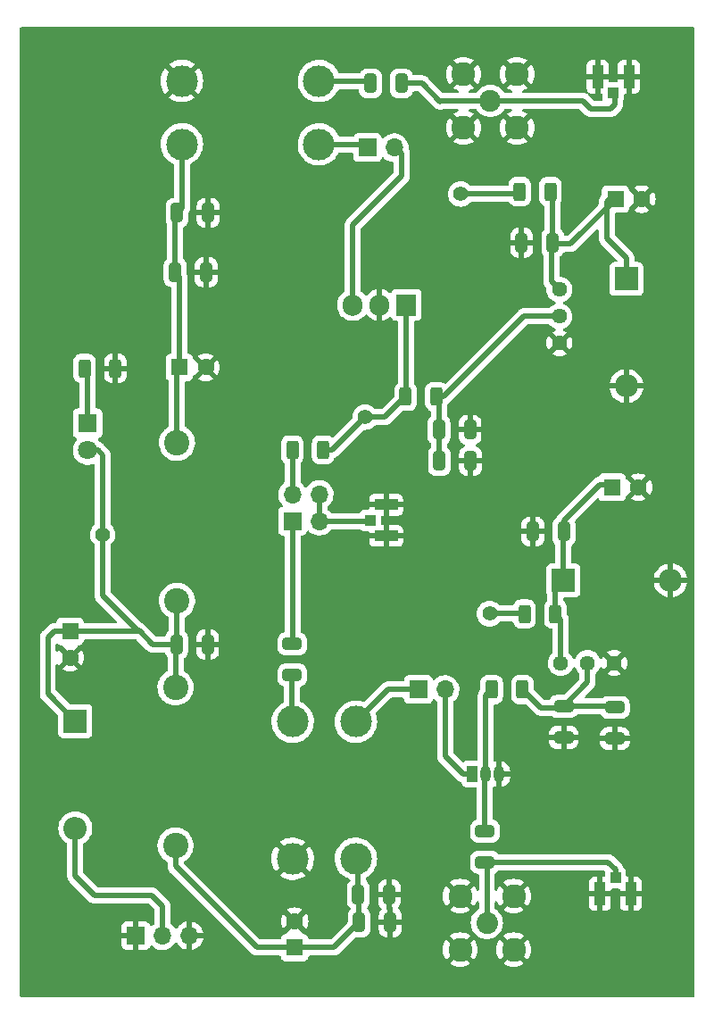
<source format=gbr>
%TF.GenerationSoftware,KiCad,Pcbnew,(6.0.7)*%
%TF.CreationDate,2023-01-12T16:49:01-05:00*%
%TF.ProjectId,Phoenix612_Stage_3_PA_Testing_v1,50686f65-6e69-4783-9631-325f53746167,rev?*%
%TF.SameCoordinates,Original*%
%TF.FileFunction,Copper,L1,Top*%
%TF.FilePolarity,Positive*%
%FSLAX46Y46*%
G04 Gerber Fmt 4.6, Leading zero omitted, Abs format (unit mm)*
G04 Created by KiCad (PCBNEW (6.0.7)) date 2023-01-12 16:49:01*
%MOMM*%
%LPD*%
G01*
G04 APERTURE LIST*
G04 Aperture macros list*
%AMRoundRect*
0 Rectangle with rounded corners*
0 $1 Rounding radius*
0 $2 $3 $4 $5 $6 $7 $8 $9 X,Y pos of 4 corners*
0 Add a 4 corners polygon primitive as box body*
4,1,4,$2,$3,$4,$5,$6,$7,$8,$9,$2,$3,0*
0 Add four circle primitives for the rounded corners*
1,1,$1+$1,$2,$3*
1,1,$1+$1,$4,$5*
1,1,$1+$1,$6,$7*
1,1,$1+$1,$8,$9*
0 Add four rect primitives between the rounded corners*
20,1,$1+$1,$2,$3,$4,$5,0*
20,1,$1+$1,$4,$5,$6,$7,0*
20,1,$1+$1,$6,$7,$8,$9,0*
20,1,$1+$1,$8,$9,$2,$3,0*%
G04 Aperture macros list end*
%TA.AperFunction,SMDPad,CuDef*%
%ADD10RoundRect,0.250000X-0.312500X-0.625000X0.312500X-0.625000X0.312500X0.625000X-0.312500X0.625000X0*%
%TD*%
%TA.AperFunction,ComponentPad*%
%ADD11C,2.250000*%
%TD*%
%TA.AperFunction,ComponentPad*%
%ADD12C,2.050000*%
%TD*%
%TA.AperFunction,SMDPad,CuDef*%
%ADD13RoundRect,0.250000X-0.325000X-0.650000X0.325000X-0.650000X0.325000X0.650000X-0.325000X0.650000X0*%
%TD*%
%TA.AperFunction,ComponentPad*%
%ADD14C,2.400000*%
%TD*%
%TA.AperFunction,SMDPad,CuDef*%
%ADD15R,1.050000X2.200000*%
%TD*%
%TA.AperFunction,SMDPad,CuDef*%
%ADD16R,1.000000X1.050000*%
%TD*%
%TA.AperFunction,ComponentPad*%
%ADD17O,2.200000X2.200000*%
%TD*%
%TA.AperFunction,ComponentPad*%
%ADD18R,2.200000X2.200000*%
%TD*%
%TA.AperFunction,SMDPad,CuDef*%
%ADD19RoundRect,0.250000X0.312500X0.625000X-0.312500X0.625000X-0.312500X-0.625000X0.312500X-0.625000X0*%
%TD*%
%TA.AperFunction,ComponentPad*%
%ADD20O,1.050000X1.500000*%
%TD*%
%TA.AperFunction,ComponentPad*%
%ADD21R,1.050000X1.500000*%
%TD*%
%TA.AperFunction,ComponentPad*%
%ADD22C,1.600000*%
%TD*%
%TA.AperFunction,ComponentPad*%
%ADD23R,1.600000X1.600000*%
%TD*%
%TA.AperFunction,SMDPad,CuDef*%
%ADD24RoundRect,0.250000X0.650000X-0.325000X0.650000X0.325000X-0.650000X0.325000X-0.650000X-0.325000X0*%
%TD*%
%TA.AperFunction,ComponentPad*%
%ADD25C,1.800000*%
%TD*%
%TA.AperFunction,ComponentPad*%
%ADD26R,1.800000X1.800000*%
%TD*%
%TA.AperFunction,ComponentPad*%
%ADD27C,1.400000*%
%TD*%
%TA.AperFunction,SMDPad,CuDef*%
%ADD28RoundRect,0.250000X0.325000X0.650000X-0.325000X0.650000X-0.325000X-0.650000X0.325000X-0.650000X0*%
%TD*%
%TA.AperFunction,ComponentPad*%
%ADD29O,1.905000X2.000000*%
%TD*%
%TA.AperFunction,ComponentPad*%
%ADD30R,1.905000X2.000000*%
%TD*%
%TA.AperFunction,ComponentPad*%
%ADD31C,1.440000*%
%TD*%
%TA.AperFunction,ComponentPad*%
%ADD32O,1.700000X1.700000*%
%TD*%
%TA.AperFunction,ComponentPad*%
%ADD33R,1.700000X1.700000*%
%TD*%
%TA.AperFunction,SMDPad,CuDef*%
%ADD34RoundRect,0.250000X-0.650000X0.325000X-0.650000X-0.325000X0.650000X-0.325000X0.650000X0.325000X0*%
%TD*%
%TA.AperFunction,ComponentPad*%
%ADD35C,3.000000*%
%TD*%
%TA.AperFunction,SMDPad,CuDef*%
%ADD36R,2.200000X1.050000*%
%TD*%
%TA.AperFunction,SMDPad,CuDef*%
%ADD37R,1.050000X1.000000*%
%TD*%
%TA.AperFunction,Conductor*%
%ADD38C,0.500000*%
%TD*%
G04 APERTURE END LIST*
D10*
%TO.P,R5,2*%
%TO.N,Net-(C14-Pad1)*%
X127497300Y-48742600D03*
%TO.P,R5,1*%
%TO.N,TX12V*%
X124572300Y-48742600D03*
%TD*%
D11*
%TO.P,J4,2,Ext*%
%TO.N,GND*%
X124333000Y-42672000D03*
X124333000Y-37592000D03*
X119253000Y-42672000D03*
X119253000Y-37592000D03*
D12*
%TO.P,J4,1,In*%
%TO.N,Net-(C18-Pad2)*%
X121793000Y-40132000D03*
%TD*%
D13*
%TO.P,C7,2*%
%TO.N,GND*%
X94972400Y-91694000D03*
%TO.P,C7,1*%
%TO.N,TX12V*%
X92022400Y-91694000D03*
%TD*%
D14*
%TO.P,L2,2,2*%
%TO.N,M2_12V*%
X92075000Y-72560800D03*
%TO.P,L2,1,1*%
%TO.N,TX12V*%
X92075000Y-87560800D03*
%TD*%
D15*
%TO.P,U2,3*%
%TO.N,GND*%
X135129800Y-115341400D03*
%TO.P,U2,2*%
X132179800Y-115341400D03*
D16*
%TO.P,U2,1*%
%TO.N,Net-(C2-Pad1)*%
X133654800Y-113816400D03*
%TD*%
D17*
%TO.P,D1,2,A*%
%TO.N,GND*%
X138887200Y-85598000D03*
D18*
%TO.P,D1,1,K*%
%TO.N,Net-(C4-Pad1)*%
X128727200Y-85598000D03*
%TD*%
D15*
%TO.P,U3,3*%
%TO.N,GND*%
X131976600Y-37846000D03*
%TO.P,U3,2*%
X134926600Y-37846000D03*
D16*
%TO.P,U3,1*%
%TO.N,Net-(C18-Pad2)*%
X133451600Y-39371000D03*
%TD*%
D19*
%TO.P,R1,2*%
%TO.N,Net-(C2-Pad2)*%
X121920000Y-95961200D03*
%TO.P,R1,1*%
%TO.N,Net-(C1-Pad1)*%
X124845000Y-95961200D03*
%TD*%
D10*
%TO.P,R2,2*%
%TO.N,Net-(C4-Pad1)*%
X127954500Y-88798400D03*
%TO.P,R2,1*%
%TO.N,TX12V*%
X125029500Y-88798400D03*
%TD*%
D20*
%TO.P,Q1,3,S*%
%TO.N,GND*%
X122631200Y-103992000D03*
%TO.P,Q1,2,G*%
%TO.N,Net-(C2-Pad2)*%
X121361200Y-103992000D03*
D21*
%TO.P,Q1,1,D*%
%TO.N,Net-(J2-Pad2)*%
X120091200Y-103992000D03*
%TD*%
D22*
%TO.P,C17,2*%
%TO.N,GND*%
X136154800Y-49453800D03*
D23*
%TO.P,C17,1*%
%TO.N,Net-(C14-Pad1)*%
X133654800Y-49453800D03*
%TD*%
D11*
%TO.P,J1,2,Ext*%
%TO.N,GND*%
X118922800Y-115544600D03*
X124002800Y-120624600D03*
X124002800Y-115544600D03*
X118922800Y-120624600D03*
D12*
%TO.P,J1,1,In*%
%TO.N,Net-(C2-Pad1)*%
X121462800Y-118084600D03*
%TD*%
D24*
%TO.P,C8,2*%
%TO.N,Net-(C8-Pad2)*%
X102997000Y-91641400D03*
%TO.P,C8,1*%
%TO.N,Net-(C8-Pad1)*%
X102997000Y-94591400D03*
%TD*%
D13*
%TO.P,C13,2*%
%TO.N,GND*%
X112219000Y-115392200D03*
%TO.P,C13,1*%
%TO.N,M1_12V*%
X109269000Y-115392200D03*
%TD*%
D14*
%TO.P,L1,2,2*%
%TO.N,M1_12V*%
X91922600Y-110758000D03*
%TO.P,L1,1,1*%
%TO.N,TX12V*%
X91922600Y-95758000D03*
%TD*%
D13*
%TO.P,C18,2*%
%TO.N,Net-(C18-Pad2)*%
X113362000Y-38481000D03*
%TO.P,C18,1*%
%TO.N,Net-(C18-Pad1)*%
X110412000Y-38481000D03*
%TD*%
D25*
%TO.P,D4,2,A*%
%TO.N,TX12V*%
X83591400Y-73248600D03*
D26*
%TO.P,D4,1,K*%
%TO.N,Net-(D4-Pad1)*%
X83591400Y-70708600D03*
%TD*%
D24*
%TO.P,C2,2*%
%TO.N,Net-(C2-Pad2)*%
X121285000Y-109394200D03*
%TO.P,C2,1*%
%TO.N,Net-(C2-Pad1)*%
X121285000Y-112344200D03*
%TD*%
D27*
%TO.P,TP1,1,1*%
%TO.N,TX12V*%
X121716800Y-88773000D03*
%TD*%
D22*
%TO.P,C6,2*%
%TO.N,GND*%
X135840349Y-76784200D03*
D23*
%TO.P,C6,1*%
%TO.N,Net-(C4-Pad1)*%
X133340349Y-76784200D03*
%TD*%
D28*
%TO.P,C4,2*%
%TO.N,GND*%
X125829800Y-80975200D03*
%TO.P,C4,1*%
%TO.N,Net-(C4-Pad1)*%
X128779800Y-80975200D03*
%TD*%
D13*
%TO.P,C19,2*%
%TO.N,GND*%
X95023200Y-50749200D03*
%TO.P,C19,1*%
%TO.N,M2_12V*%
X92073200Y-50749200D03*
%TD*%
D29*
%TO.P,Q2,3*%
%TO.N,Net-(J3-Pad2)*%
X108737400Y-59486800D03*
%TO.P,Q2,2*%
%TO.N,GND*%
X111277400Y-59486800D03*
D30*
%TO.P,Q2,1*%
%TO.N,Net-(Q2-Pad1)*%
X113817400Y-59486800D03*
%TD*%
D31*
%TO.P,RV2,3,3*%
%TO.N,Net-(C14-Pad1)*%
X128346200Y-58023600D03*
%TO.P,RV2,2,2*%
%TO.N,Net-(C10-Pad1)*%
X128346200Y-60563600D03*
%TO.P,RV2,1,1*%
%TO.N,GND*%
X128346200Y-63103600D03*
%TD*%
D13*
%TO.P,C9,2*%
%TO.N,GND*%
X112297000Y-118033800D03*
%TO.P,C9,1*%
%TO.N,M1_12V*%
X109347000Y-118033800D03*
%TD*%
D28*
%TO.P,C14,2*%
%TO.N,GND*%
X124761200Y-53594000D03*
%TO.P,C14,1*%
%TO.N,Net-(C14-Pad1)*%
X127711200Y-53594000D03*
%TD*%
D13*
%TO.P,C15,2*%
%TO.N,GND*%
X94845400Y-56388000D03*
%TO.P,C15,1*%
%TO.N,M2_12V*%
X91895400Y-56388000D03*
%TD*%
D32*
%TO.P,J5,3,Pin_3*%
%TO.N,GND*%
X93243400Y-119303800D03*
%TO.P,J5,2,Pin_2*%
%TO.N,Net-(D3-Pad2)*%
X90703400Y-119303800D03*
D33*
%TO.P,J5,1,Pin_1*%
%TO.N,GND*%
X88163400Y-119303800D03*
%TD*%
D27*
%TO.P,TP4,1,1*%
%TO.N,Net-(Q2-Pad1)*%
X109905800Y-70129400D03*
%TD*%
D19*
%TO.P,R3,2*%
%TO.N,Net-(J6-Pad2)*%
X103007700Y-73228200D03*
%TO.P,R3,1*%
%TO.N,Net-(Q2-Pad1)*%
X105932700Y-73228200D03*
%TD*%
D32*
%TO.P,J6,4,Pin_4*%
%TO.N,Net-(J6-Pad3)*%
X105557400Y-77449600D03*
%TO.P,J6,3,Pin_3*%
X105557400Y-79989600D03*
%TO.P,J6,2,Pin_2*%
%TO.N,Net-(J6-Pad2)*%
X103017400Y-77449600D03*
D33*
%TO.P,J6,1,Pin_1*%
%TO.N,Net-(C8-Pad2)*%
X103017400Y-79989600D03*
%TD*%
D13*
%TO.P,C10,2*%
%TO.N,GND*%
X119864400Y-71323200D03*
%TO.P,C10,1*%
%TO.N,Net-(C10-Pad1)*%
X116914400Y-71323200D03*
%TD*%
D27*
%TO.P,TP2,1,1*%
%TO.N,TX12V*%
X118973600Y-48971200D03*
%TD*%
D17*
%TO.P,D2,2,A*%
%TO.N,GND*%
X134696200Y-67183000D03*
D18*
%TO.P,D2,1,K*%
%TO.N,Net-(C14-Pad1)*%
X134696200Y-57023000D03*
%TD*%
D32*
%TO.P,J3,2,Pin_2*%
%TO.N,Net-(J3-Pad2)*%
X112669400Y-44577000D03*
D33*
%TO.P,J3,1,Pin_1*%
%TO.N,Net-(J3-Pad1)*%
X110129400Y-44577000D03*
%TD*%
D31*
%TO.P,RV1,3,3*%
%TO.N,Net-(C4-Pad1)*%
X128473200Y-93446600D03*
%TO.P,RV1,2,2*%
%TO.N,Net-(C1-Pad1)*%
X131013200Y-93446600D03*
%TO.P,RV1,1,1*%
%TO.N,GND*%
X133553200Y-93446600D03*
%TD*%
D10*
%TO.P,R6,2*%
%TO.N,GND*%
X86222300Y-65506600D03*
%TO.P,R6,1*%
%TO.N,Net-(D4-Pad1)*%
X83297300Y-65506600D03*
%TD*%
D13*
%TO.P,C11,2*%
%TO.N,GND*%
X119915200Y-74295000D03*
%TO.P,C11,1*%
%TO.N,Net-(C10-Pad1)*%
X116965200Y-74295000D03*
%TD*%
D34*
%TO.P,C1,2*%
%TO.N,GND*%
X128752600Y-100507800D03*
%TO.P,C1,1*%
%TO.N,Net-(C1-Pad1)*%
X128752600Y-97557800D03*
%TD*%
D19*
%TO.P,R4,2*%
%TO.N,Net-(Q2-Pad1)*%
X113751900Y-68173600D03*
%TO.P,R4,1*%
%TO.N,Net-(C10-Pad1)*%
X116676900Y-68173600D03*
%TD*%
D17*
%TO.P,D3,2,A*%
%TO.N,Net-(D3-Pad2)*%
X82423000Y-109118400D03*
D18*
%TO.P,D3,1,K*%
%TO.N,TX12V*%
X82423000Y-98958400D03*
%TD*%
D27*
%TO.P,TP3,1,1*%
%TO.N,TX12V*%
X85013800Y-81254600D03*
%TD*%
D35*
%TO.P,T2,4,SA*%
%TO.N,Net-(C18-Pad1)*%
X105534600Y-38249600D03*
%TO.P,T2,3,SB*%
%TO.N,GND*%
X92534600Y-38249600D03*
%TO.P,T2,2,AB*%
%TO.N,Net-(J3-Pad1)*%
X105534600Y-44249600D03*
%TO.P,T2,1,AA*%
%TO.N,M2_12V*%
X92534600Y-44249600D03*
%TD*%
%TO.P,T1,4,SA*%
%TO.N,Net-(C8-Pad1)*%
X103045000Y-99011600D03*
%TO.P,T1,3,SB*%
%TO.N,GND*%
X103045000Y-112011600D03*
%TO.P,T1,2,AB*%
%TO.N,Net-(J2-Pad1)*%
X109045000Y-99011600D03*
%TO.P,T1,1,AA*%
%TO.N,M1_12V*%
X109045000Y-112011600D03*
%TD*%
D22*
%TO.P,C5,2*%
%TO.N,GND*%
X81940400Y-92939749D03*
D23*
%TO.P,C5,1*%
%TO.N,TX12V*%
X81940400Y-90439749D03*
%TD*%
D32*
%TO.P,J2,2,Pin_2*%
%TO.N,Net-(J2-Pad2)*%
X117495400Y-95961200D03*
D33*
%TO.P,J2,1,Pin_1*%
%TO.N,Net-(J2-Pad1)*%
X114955400Y-95961200D03*
%TD*%
D22*
%TO.P,C12,2*%
%TO.N,GND*%
X103225600Y-117931051D03*
D23*
%TO.P,C12,1*%
%TO.N,M1_12V*%
X103225600Y-120431051D03*
%TD*%
D36*
%TO.P,U1,3*%
%TO.N,GND*%
X111900050Y-78433400D03*
%TO.P,U1,2*%
X111900050Y-81383400D03*
D37*
%TO.P,U1,1*%
%TO.N,Net-(J6-Pad3)*%
X110375050Y-79908400D03*
%TD*%
D22*
%TO.P,C16,2*%
%TO.N,GND*%
X94793949Y-65405000D03*
D23*
%TO.P,C16,1*%
%TO.N,M2_12V*%
X92293949Y-65405000D03*
%TD*%
D34*
%TO.P,C3,2*%
%TO.N,GND*%
X133604000Y-100611200D03*
%TO.P,C3,1*%
%TO.N,Net-(C1-Pad1)*%
X133604000Y-97661200D03*
%TD*%
D38*
%TO.N,Net-(C1-Pad1)*%
X133500600Y-97557800D02*
X133604000Y-97661200D01*
X131013200Y-95297200D02*
X128752600Y-97557800D01*
X128752600Y-97557800D02*
X133500600Y-97557800D01*
X126572200Y-97688400D02*
X128622000Y-97688400D01*
X124845000Y-95961200D02*
X126572200Y-97688400D01*
X128622000Y-97688400D02*
X128752600Y-97557800D01*
X131013200Y-93446600D02*
X131013200Y-95297200D01*
%TO.N,Net-(C2-Pad1)*%
X121285000Y-112344200D02*
X121462800Y-112522000D01*
X132969000Y-112344200D02*
X121285000Y-112344200D01*
X121462800Y-112522000D02*
X121462800Y-118084600D01*
X133654800Y-113030000D02*
X132969000Y-112344200D01*
X133654800Y-113816400D02*
X133654800Y-113030000D01*
%TO.N,Net-(C2-Pad2)*%
X121285000Y-104068200D02*
X121361200Y-103992000D01*
X121285000Y-109394200D02*
X121285000Y-104068200D01*
X121361200Y-96520000D02*
X121920000Y-95961200D01*
X121361200Y-103992000D02*
X121361200Y-96520000D01*
%TO.N,Net-(C4-Pad1)*%
X132181600Y-76530200D02*
X133086349Y-76530200D01*
X128473200Y-93446600D02*
X128473200Y-89317100D01*
X133086349Y-76530200D02*
X133340349Y-76784200D01*
X127954500Y-88798400D02*
X127954500Y-86370700D01*
X128473200Y-89317100D02*
X127954500Y-88798400D01*
X128779800Y-80975200D02*
X128779800Y-79932000D01*
X127954500Y-86370700D02*
X128727200Y-85598000D01*
X128727200Y-81027800D02*
X128779800Y-80975200D01*
X128727200Y-85598000D02*
X128727200Y-81027800D01*
X128779800Y-79932000D02*
X132181600Y-76530200D01*
%TO.N,TX12V*%
X88376251Y-90439749D02*
X81940400Y-90439749D01*
X89763600Y-91694000D02*
X88442800Y-90373200D01*
X85013800Y-81254600D02*
X85013800Y-87077298D01*
X84551600Y-73248600D02*
X83591400Y-73248600D01*
X124343700Y-48971200D02*
X124572300Y-48742600D01*
X91922600Y-95758000D02*
X91922600Y-91793800D01*
X85013800Y-73710800D02*
X84551600Y-73248600D01*
X85013800Y-81254600D02*
X85013800Y-73710800D01*
X91922600Y-91793800D02*
X92022400Y-91694000D01*
X82423000Y-98958400D02*
X79806800Y-96342200D01*
X79806800Y-91033600D02*
X80400651Y-90439749D01*
X92022400Y-87613400D02*
X92075000Y-87560800D01*
X121716800Y-88773000D02*
X125004100Y-88773000D01*
X118973600Y-48971200D02*
X124343700Y-48971200D01*
X92022400Y-91694000D02*
X92022400Y-87613400D01*
X79806800Y-96342200D02*
X79806800Y-91033600D01*
X80400651Y-90439749D02*
X81940400Y-90439749D01*
X92022400Y-91694000D02*
X89763600Y-91694000D01*
X125004100Y-88773000D02*
X125029500Y-88798400D01*
X88442800Y-90373200D02*
X88376251Y-90439749D01*
X85013800Y-87077298D02*
X88376251Y-90439749D01*
%TO.N,Net-(C8-Pad1)*%
X102997000Y-98963600D02*
X103045000Y-99011600D01*
X102997000Y-94591400D02*
X102997000Y-98963600D01*
%TO.N,Net-(C8-Pad2)*%
X103017400Y-91621000D02*
X103017400Y-79989600D01*
X102997000Y-91641400D02*
X103017400Y-91621000D01*
%TO.N,M1_12V*%
X109347000Y-115470200D02*
X109269000Y-115392200D01*
X109269000Y-115392200D02*
X109269000Y-112235600D01*
X99628451Y-120431051D02*
X91922600Y-112725200D01*
X91922600Y-112725200D02*
X91922600Y-110758000D01*
X109269000Y-112235600D02*
X109045000Y-112011600D01*
X106949749Y-120431051D02*
X103225600Y-120431051D01*
X109347000Y-118033800D02*
X106949749Y-120431051D01*
X103225600Y-120431051D02*
X99628451Y-120431051D01*
X109347000Y-118033800D02*
X109347000Y-115470200D01*
%TO.N,Net-(C10-Pad1)*%
X116965200Y-74295000D02*
X116965200Y-71374000D01*
X117373400Y-68173600D02*
X124983400Y-60563600D01*
X116914400Y-71323200D02*
X116914400Y-68411100D01*
X116965200Y-71374000D02*
X116914400Y-71323200D01*
X124983400Y-60563600D02*
X128346200Y-60563600D01*
X116676900Y-68173600D02*
X117373400Y-68173600D01*
X116914400Y-68411100D02*
X116676900Y-68173600D01*
%TO.N,Net-(C14-Pad1)*%
X127711200Y-48956500D02*
X127497300Y-48742600D01*
X132816600Y-53136800D02*
X132816600Y-49707800D01*
X129387600Y-53721000D02*
X127838200Y-53721000D01*
X127584200Y-53721000D02*
X127711200Y-53594000D01*
X127711200Y-53594000D02*
X127711200Y-48956500D01*
X128346200Y-58023600D02*
X127584200Y-57261600D01*
X134696200Y-55016400D02*
X132816600Y-53136800D01*
X127838200Y-53721000D02*
X127711200Y-53594000D01*
X133070600Y-49453800D02*
X133654800Y-49453800D01*
X132816600Y-49707800D02*
X133070600Y-49453800D01*
X133654800Y-49453800D02*
X129387600Y-53721000D01*
X134696200Y-57023000D02*
X134696200Y-55016400D01*
X127584200Y-57261600D02*
X127584200Y-53721000D01*
%TO.N,M2_12V*%
X92075000Y-72560800D02*
X92075000Y-65623949D01*
X91895400Y-56388000D02*
X91895400Y-50927000D01*
X92075000Y-65623949D02*
X92293949Y-65405000D01*
X92534600Y-50287800D02*
X92534600Y-44249600D01*
X92293949Y-56786549D02*
X91895400Y-56388000D01*
X92293949Y-65405000D02*
X92293949Y-56786549D01*
X91895400Y-50927000D02*
X92073200Y-50749200D01*
X92073200Y-50749200D02*
X92534600Y-50287800D01*
%TO.N,Net-(C18-Pad1)*%
X105534600Y-38249600D02*
X110180600Y-38249600D01*
X110180600Y-38249600D02*
X110412000Y-38481000D01*
%TO.N,Net-(C18-Pad2)*%
X133223000Y-40894000D02*
X133604000Y-40513000D01*
X113362000Y-38481000D02*
X115316000Y-38481000D01*
X131292600Y-40894000D02*
X133223000Y-40894000D01*
X130530600Y-40132000D02*
X131292600Y-40894000D01*
X133604000Y-40513000D02*
X133604000Y-39523400D01*
X133604000Y-39523400D02*
X133451600Y-39371000D01*
X117043200Y-40208200D02*
X117119400Y-40132000D01*
X121793000Y-40132000D02*
X130530600Y-40132000D01*
X117119400Y-40132000D02*
X121793000Y-40132000D01*
X115316000Y-38481000D02*
X117043200Y-40208200D01*
%TO.N,Net-(D3-Pad2)*%
X82423000Y-113665000D02*
X82423000Y-109118400D01*
X89687400Y-115493800D02*
X84251800Y-115493800D01*
X90703400Y-116509800D02*
X89687400Y-115493800D01*
X90703400Y-119303800D02*
X90703400Y-116509800D01*
X84251800Y-115493800D02*
X82423000Y-113665000D01*
%TO.N,Net-(J2-Pad1)*%
X112095400Y-95961200D02*
X114955400Y-95961200D01*
X109045000Y-99011600D02*
X112095400Y-95961200D01*
%TO.N,Net-(J2-Pad2)*%
X119206600Y-103992000D02*
X117495400Y-102280800D01*
X120091200Y-103992000D02*
X119206600Y-103992000D01*
X117495400Y-102280800D02*
X117495400Y-95961200D01*
%TO.N,Net-(J3-Pad1)*%
X105534600Y-44249600D02*
X109802000Y-44249600D01*
X109802000Y-44249600D02*
X110129400Y-44577000D01*
%TO.N,Net-(J3-Pad2)*%
X112826800Y-44577000D02*
X112669400Y-44577000D01*
X108737400Y-59486800D02*
X108737400Y-51917600D01*
X113411000Y-45161200D02*
X112826800Y-44577000D01*
X108737400Y-51917600D02*
X113411000Y-47244000D01*
X113411000Y-47244000D02*
X113411000Y-45161200D01*
%TO.N,Net-(Q2-Pad1)*%
X111796100Y-70129400D02*
X113751900Y-68173600D01*
X113817400Y-68108100D02*
X113817400Y-59486800D01*
X109905800Y-70129400D02*
X111796100Y-70129400D01*
X105932700Y-73228200D02*
X106807000Y-73228200D01*
X113751900Y-68173600D02*
X113817400Y-68108100D01*
X106807000Y-73228200D02*
X109905800Y-70129400D01*
%TO.N,Net-(D4-Pad1)*%
X83591400Y-70708600D02*
X83591400Y-65800700D01*
X83591400Y-65800700D02*
X83297300Y-65506600D01*
%TO.N,Net-(J6-Pad2)*%
X103017400Y-77449600D02*
X103017400Y-73237900D01*
X103017400Y-73237900D02*
X103007700Y-73228200D01*
%TO.N,Net-(J6-Pad3)*%
X105557400Y-79989600D02*
X110293850Y-79989600D01*
X105557400Y-79989600D02*
X105557400Y-77449600D01*
X110293850Y-79989600D02*
X110375050Y-79908400D01*
%TD*%
%TA.AperFunction,Conductor*%
%TO.N,GND*%
G36*
X141114821Y-33167502D02*
G01*
X141161314Y-33221158D01*
X141172700Y-33273500D01*
X141172700Y-124993900D01*
X141152698Y-125062021D01*
X141099042Y-125108514D01*
X141046700Y-125119900D01*
X77266300Y-125119900D01*
X77198179Y-125099898D01*
X77151686Y-125046242D01*
X77140300Y-124993900D01*
X77140300Y-121949071D01*
X117963684Y-121949071D01*
X117967370Y-121954340D01*
X118174921Y-122081527D01*
X118183715Y-122086008D01*
X118412042Y-122180584D01*
X118421427Y-122183633D01*
X118661740Y-122241328D01*
X118671487Y-122242871D01*
X118917870Y-122262262D01*
X118927730Y-122262262D01*
X119174113Y-122242871D01*
X119183860Y-122241328D01*
X119424173Y-122183633D01*
X119433558Y-122180584D01*
X119661885Y-122086008D01*
X119670679Y-122081527D01*
X119876728Y-121955260D01*
X119880768Y-121949071D01*
X123043684Y-121949071D01*
X123047370Y-121954340D01*
X123254921Y-122081527D01*
X123263715Y-122086008D01*
X123492042Y-122180584D01*
X123501427Y-122183633D01*
X123741740Y-122241328D01*
X123751487Y-122242871D01*
X123997870Y-122262262D01*
X124007730Y-122262262D01*
X124254113Y-122242871D01*
X124263860Y-122241328D01*
X124504173Y-122183633D01*
X124513558Y-122180584D01*
X124741885Y-122086008D01*
X124750679Y-122081527D01*
X124956728Y-121955260D01*
X124961990Y-121947199D01*
X124955983Y-121936993D01*
X124015612Y-120996622D01*
X124001668Y-120989008D01*
X123999835Y-120989139D01*
X123993220Y-120993390D01*
X123051076Y-121935534D01*
X123043684Y-121949071D01*
X119880768Y-121949071D01*
X119881990Y-121947199D01*
X119875983Y-121936993D01*
X118935612Y-120996622D01*
X118921668Y-120989008D01*
X118919835Y-120989139D01*
X118913220Y-120993390D01*
X117971076Y-121935534D01*
X117963684Y-121949071D01*
X77140300Y-121949071D01*
X77140300Y-120198469D01*
X86805401Y-120198469D01*
X86805771Y-120205290D01*
X86811295Y-120256152D01*
X86814921Y-120271404D01*
X86860076Y-120391854D01*
X86868614Y-120407449D01*
X86945115Y-120509524D01*
X86957676Y-120522085D01*
X87059751Y-120598586D01*
X87075346Y-120607124D01*
X87195794Y-120652278D01*
X87211049Y-120655905D01*
X87261914Y-120661431D01*
X87268728Y-120661800D01*
X87891285Y-120661800D01*
X87906524Y-120657325D01*
X87907729Y-120655935D01*
X87909400Y-120648252D01*
X87909400Y-119575915D01*
X87904925Y-119560676D01*
X87903535Y-119559471D01*
X87895852Y-119557800D01*
X86823516Y-119557800D01*
X86808277Y-119562275D01*
X86807072Y-119563665D01*
X86805401Y-119571348D01*
X86805401Y-120198469D01*
X77140300Y-120198469D01*
X77140300Y-119031685D01*
X86805400Y-119031685D01*
X86809875Y-119046924D01*
X86811265Y-119048129D01*
X86818948Y-119049800D01*
X87891285Y-119049800D01*
X87906524Y-119045325D01*
X87907729Y-119043935D01*
X87909400Y-119036252D01*
X87909400Y-117963916D01*
X87904925Y-117948677D01*
X87903535Y-117947472D01*
X87895852Y-117945801D01*
X87268731Y-117945801D01*
X87261910Y-117946171D01*
X87211048Y-117951695D01*
X87195796Y-117955321D01*
X87075346Y-118000476D01*
X87059751Y-118009014D01*
X86957676Y-118085515D01*
X86945115Y-118098076D01*
X86868614Y-118200151D01*
X86860076Y-118215746D01*
X86814922Y-118336194D01*
X86811295Y-118351449D01*
X86805769Y-118402314D01*
X86805400Y-118409128D01*
X86805400Y-119031685D01*
X77140300Y-119031685D01*
X77140300Y-109118400D01*
X80809526Y-109118400D01*
X80829391Y-109370803D01*
X80830545Y-109375610D01*
X80830546Y-109375616D01*
X80842768Y-109426523D01*
X80888495Y-109616991D01*
X80890388Y-109621562D01*
X80890389Y-109621564D01*
X80962756Y-109796272D01*
X80985384Y-109850902D01*
X81117672Y-110066776D01*
X81282102Y-110259298D01*
X81474624Y-110423728D01*
X81562163Y-110477372D01*
X81604335Y-110503215D01*
X81651966Y-110555863D01*
X81664500Y-110610648D01*
X81664500Y-113597930D01*
X81663067Y-113616880D01*
X81659801Y-113638349D01*
X81660394Y-113645641D01*
X81660394Y-113645644D01*
X81664085Y-113691018D01*
X81664500Y-113701233D01*
X81664500Y-113709293D01*
X81664925Y-113712937D01*
X81667789Y-113737507D01*
X81668222Y-113741882D01*
X81671980Y-113788076D01*
X81674140Y-113814637D01*
X81676396Y-113821601D01*
X81677587Y-113827560D01*
X81678971Y-113833415D01*
X81679818Y-113840681D01*
X81704735Y-113909327D01*
X81706152Y-113913455D01*
X81717366Y-113948069D01*
X81728649Y-113982899D01*
X81732445Y-113989154D01*
X81734951Y-113994628D01*
X81737670Y-114000058D01*
X81740167Y-114006937D01*
X81744180Y-114013057D01*
X81744180Y-114013058D01*
X81780186Y-114067976D01*
X81782523Y-114071680D01*
X81820405Y-114134107D01*
X81824121Y-114138315D01*
X81824122Y-114138316D01*
X81827803Y-114142484D01*
X81827776Y-114142508D01*
X81830429Y-114145500D01*
X81833132Y-114148733D01*
X81837144Y-114154852D01*
X81842456Y-114159884D01*
X81893383Y-114208128D01*
X81895825Y-114210506D01*
X83668030Y-115982711D01*
X83680416Y-115997123D01*
X83688949Y-116008718D01*
X83688954Y-116008723D01*
X83693292Y-116014618D01*
X83698870Y-116019357D01*
X83698873Y-116019360D01*
X83733568Y-116048835D01*
X83741084Y-116055765D01*
X83746780Y-116061461D01*
X83749641Y-116063724D01*
X83749646Y-116063729D01*
X83769066Y-116079093D01*
X83772467Y-116081882D01*
X83828085Y-116129133D01*
X83834598Y-116132459D01*
X83839637Y-116135820D01*
X83844779Y-116138996D01*
X83850516Y-116143534D01*
X83916675Y-116174455D01*
X83920569Y-116176358D01*
X83985608Y-116209569D01*
X83992717Y-116211308D01*
X83998351Y-116213404D01*
X84004121Y-116215323D01*
X84010750Y-116218422D01*
X84017913Y-116219912D01*
X84017916Y-116219913D01*
X84068630Y-116230461D01*
X84082235Y-116233291D01*
X84086501Y-116234257D01*
X84157410Y-116251608D01*
X84163012Y-116251956D01*
X84163015Y-116251956D01*
X84168564Y-116252300D01*
X84168562Y-116252335D01*
X84172534Y-116252575D01*
X84176755Y-116252952D01*
X84183915Y-116254441D01*
X84261342Y-116252346D01*
X84264750Y-116252300D01*
X89321029Y-116252300D01*
X89389150Y-116272302D01*
X89410124Y-116289205D01*
X89907995Y-116787076D01*
X89942021Y-116849388D01*
X89944900Y-116876171D01*
X89944900Y-118111455D01*
X89924898Y-118179576D01*
X89894553Y-118212215D01*
X89802500Y-118281330D01*
X89798365Y-118284435D01*
X89792401Y-118290676D01*
X89717298Y-118369266D01*
X89655774Y-118404695D01*
X89584862Y-118401238D01*
X89527076Y-118359992D01*
X89508223Y-118326444D01*
X89466724Y-118215746D01*
X89458186Y-118200151D01*
X89381685Y-118098076D01*
X89369124Y-118085515D01*
X89267049Y-118009014D01*
X89251454Y-118000476D01*
X89131006Y-117955322D01*
X89115751Y-117951695D01*
X89064886Y-117946169D01*
X89058072Y-117945800D01*
X88435515Y-117945800D01*
X88420276Y-117950275D01*
X88419071Y-117951665D01*
X88417400Y-117959348D01*
X88417400Y-120643684D01*
X88421875Y-120658923D01*
X88423265Y-120660128D01*
X88430948Y-120661799D01*
X89058069Y-120661799D01*
X89064890Y-120661429D01*
X89115752Y-120655905D01*
X89131004Y-120652279D01*
X89251454Y-120607124D01*
X89267049Y-120598586D01*
X89369124Y-120522085D01*
X89381685Y-120509524D01*
X89458186Y-120407449D01*
X89466724Y-120391854D01*
X89507625Y-120282752D01*
X89550267Y-120225988D01*
X89616828Y-120201288D01*
X89686177Y-120216496D01*
X89720844Y-120244484D01*
X89746265Y-120273831D01*
X89746269Y-120273835D01*
X89749650Y-120277738D01*
X89921526Y-120420432D01*
X90114400Y-120533138D01*
X90323092Y-120612830D01*
X90328160Y-120613861D01*
X90328163Y-120613862D01*
X90423262Y-120633210D01*
X90541997Y-120657367D01*
X90547172Y-120657557D01*
X90547174Y-120657557D01*
X90760073Y-120665364D01*
X90760077Y-120665364D01*
X90765237Y-120665553D01*
X90770357Y-120664897D01*
X90770359Y-120664897D01*
X90981688Y-120637825D01*
X90981689Y-120637825D01*
X90986816Y-120637168D01*
X90991766Y-120635683D01*
X91195829Y-120574461D01*
X91195834Y-120574459D01*
X91200784Y-120572974D01*
X91401394Y-120474696D01*
X91583260Y-120344973D01*
X91741496Y-120187289D01*
X91871853Y-120005877D01*
X91873040Y-120006730D01*
X91920360Y-119963162D01*
X91990297Y-119950945D01*
X92055738Y-119978478D01*
X92083566Y-120010311D01*
X92141094Y-120104188D01*
X92147177Y-120112499D01*
X92286613Y-120273467D01*
X92293980Y-120280683D01*
X92457834Y-120416716D01*
X92466281Y-120422631D01*
X92650156Y-120530079D01*
X92659442Y-120534529D01*
X92858401Y-120610503D01*
X92868299Y-120613379D01*
X92971650Y-120634406D01*
X92985699Y-120633210D01*
X92989400Y-120622865D01*
X92989400Y-120622317D01*
X93497400Y-120622317D01*
X93501464Y-120636159D01*
X93514878Y-120638193D01*
X93521584Y-120637334D01*
X93531662Y-120635192D01*
X93735655Y-120573991D01*
X93745242Y-120570233D01*
X93936495Y-120476539D01*
X93945345Y-120471264D01*
X94118728Y-120347592D01*
X94126600Y-120340939D01*
X94277452Y-120190612D01*
X94284130Y-120182765D01*
X94408403Y-120009820D01*
X94413713Y-120000983D01*
X94508070Y-119810067D01*
X94511869Y-119800472D01*
X94573777Y-119596710D01*
X94575955Y-119586637D01*
X94577386Y-119575762D01*
X94575175Y-119561578D01*
X94562017Y-119557800D01*
X93515515Y-119557800D01*
X93500276Y-119562275D01*
X93499071Y-119563665D01*
X93497400Y-119571348D01*
X93497400Y-120622317D01*
X92989400Y-120622317D01*
X92989400Y-119031685D01*
X93497400Y-119031685D01*
X93501875Y-119046924D01*
X93503265Y-119048129D01*
X93510948Y-119049800D01*
X94561744Y-119049800D01*
X94575275Y-119045827D01*
X94576580Y-119036747D01*
X94534614Y-118869675D01*
X94531294Y-118859924D01*
X94446372Y-118664614D01*
X94441505Y-118655539D01*
X94325826Y-118476726D01*
X94319536Y-118468557D01*
X94176206Y-118311040D01*
X94168673Y-118304015D01*
X94001539Y-118172022D01*
X93992952Y-118166317D01*
X93806517Y-118063399D01*
X93797105Y-118059169D01*
X93596359Y-117988080D01*
X93586388Y-117985446D01*
X93515237Y-117972772D01*
X93501940Y-117974232D01*
X93497400Y-117988789D01*
X93497400Y-119031685D01*
X92989400Y-119031685D01*
X92989400Y-117986902D01*
X92985482Y-117973558D01*
X92971206Y-117971571D01*
X92932724Y-117977460D01*
X92922688Y-117979851D01*
X92720268Y-118046012D01*
X92710759Y-118050009D01*
X92521863Y-118148342D01*
X92513138Y-118153836D01*
X92342833Y-118281705D01*
X92335126Y-118288548D01*
X92187990Y-118442517D01*
X92181509Y-118450522D01*
X92076898Y-118603874D01*
X92021987Y-118648876D01*
X91951462Y-118657047D01*
X91887715Y-118625793D01*
X91867018Y-118601309D01*
X91786222Y-118476417D01*
X91786220Y-118476414D01*
X91783414Y-118472077D01*
X91633070Y-118306851D01*
X91628287Y-118303073D01*
X91509807Y-118209503D01*
X91468745Y-118151585D01*
X91461900Y-118110621D01*
X91461900Y-116576870D01*
X91463333Y-116557920D01*
X91465499Y-116543685D01*
X91465499Y-116543681D01*
X91466599Y-116536451D01*
X91465376Y-116521408D01*
X91462315Y-116483782D01*
X91461900Y-116473567D01*
X91461900Y-116465507D01*
X91458611Y-116437293D01*
X91458178Y-116432918D01*
X91452854Y-116367461D01*
X91452853Y-116367458D01*
X91452260Y-116360163D01*
X91450004Y-116353199D01*
X91448813Y-116347240D01*
X91447429Y-116341385D01*
X91446582Y-116334119D01*
X91421665Y-116265473D01*
X91420248Y-116261345D01*
X91400007Y-116198864D01*
X91400006Y-116198862D01*
X91397751Y-116191901D01*
X91393955Y-116185646D01*
X91391449Y-116180172D01*
X91388730Y-116174742D01*
X91386233Y-116167863D01*
X91346214Y-116106824D01*
X91343867Y-116103105D01*
X91305995Y-116040693D01*
X91298597Y-116032316D01*
X91298624Y-116032292D01*
X91295971Y-116029300D01*
X91293268Y-116026067D01*
X91289256Y-116019948D01*
X91233017Y-115966672D01*
X91230575Y-115964294D01*
X90271170Y-115004889D01*
X90258784Y-114990477D01*
X90250251Y-114978882D01*
X90250246Y-114978877D01*
X90245908Y-114972982D01*
X90240330Y-114968243D01*
X90240327Y-114968240D01*
X90205632Y-114938765D01*
X90198116Y-114931835D01*
X90192421Y-114926140D01*
X90186280Y-114921282D01*
X90170149Y-114908519D01*
X90166745Y-114905728D01*
X90116697Y-114863209D01*
X90116695Y-114863208D01*
X90111115Y-114858467D01*
X90104599Y-114855139D01*
X90099550Y-114851772D01*
X90094421Y-114848605D01*
X90088684Y-114844066D01*
X90022525Y-114813145D01*
X90018625Y-114811239D01*
X89953592Y-114778031D01*
X89946484Y-114776292D01*
X89940841Y-114774193D01*
X89935078Y-114772276D01*
X89928450Y-114769178D01*
X89856983Y-114754313D01*
X89852699Y-114753343D01*
X89781790Y-114735992D01*
X89776188Y-114735644D01*
X89776185Y-114735644D01*
X89770636Y-114735300D01*
X89770638Y-114735264D01*
X89766645Y-114735025D01*
X89762453Y-114734651D01*
X89755285Y-114733160D01*
X89689075Y-114734951D01*
X89677879Y-114735254D01*
X89674472Y-114735300D01*
X84618171Y-114735300D01*
X84550050Y-114715298D01*
X84529076Y-114698395D01*
X83218405Y-113387724D01*
X83184379Y-113325412D01*
X83181500Y-113298629D01*
X83181500Y-110713151D01*
X90209896Y-110713151D01*
X90210120Y-110717817D01*
X90210120Y-110717822D01*
X90213813Y-110794689D01*
X90222080Y-110966798D01*
X90271621Y-111215857D01*
X90273200Y-111220255D01*
X90273202Y-111220262D01*
X90317622Y-111343980D01*
X90357431Y-111454858D01*
X90359648Y-111458984D01*
X90450695Y-111628431D01*
X90477625Y-111678551D01*
X90480420Y-111682294D01*
X90480422Y-111682297D01*
X90626771Y-111878282D01*
X90626776Y-111878288D01*
X90629563Y-111882020D01*
X90632872Y-111885300D01*
X90632877Y-111885306D01*
X90802809Y-112053761D01*
X90809907Y-112060797D01*
X90813669Y-112063555D01*
X90813672Y-112063558D01*
X90923493Y-112144082D01*
X91014694Y-112210953D01*
X91018827Y-112213127D01*
X91018831Y-112213130D01*
X91096768Y-112254135D01*
X91147740Y-112303554D01*
X91164100Y-112365643D01*
X91164100Y-112658130D01*
X91162667Y-112677080D01*
X91161927Y-112681947D01*
X91159401Y-112698549D01*
X91159994Y-112705841D01*
X91159994Y-112705844D01*
X91163685Y-112751218D01*
X91164100Y-112761433D01*
X91164100Y-112769493D01*
X91164525Y-112773137D01*
X91167389Y-112797707D01*
X91167822Y-112802082D01*
X91171999Y-112853430D01*
X91173740Y-112874837D01*
X91175996Y-112881801D01*
X91177187Y-112887760D01*
X91178571Y-112893615D01*
X91179418Y-112900881D01*
X91204335Y-112969527D01*
X91205752Y-112973655D01*
X91214085Y-112999376D01*
X91228249Y-113043099D01*
X91232045Y-113049354D01*
X91234551Y-113054828D01*
X91237270Y-113060258D01*
X91239767Y-113067137D01*
X91243780Y-113073257D01*
X91243780Y-113073258D01*
X91279786Y-113128176D01*
X91282123Y-113131880D01*
X91320005Y-113194307D01*
X91323721Y-113198515D01*
X91323722Y-113198516D01*
X91327403Y-113202684D01*
X91327376Y-113202708D01*
X91330029Y-113205700D01*
X91332732Y-113208933D01*
X91336744Y-113215052D01*
X91357577Y-113234787D01*
X91392983Y-113268328D01*
X91395425Y-113270706D01*
X99044681Y-120919962D01*
X99057067Y-120934374D01*
X99065600Y-120945969D01*
X99065605Y-120945974D01*
X99069943Y-120951869D01*
X99075521Y-120956608D01*
X99075524Y-120956611D01*
X99110219Y-120986086D01*
X99117735Y-120993016D01*
X99123430Y-120998711D01*
X99126312Y-121000991D01*
X99145702Y-121016332D01*
X99149106Y-121019123D01*
X99199154Y-121061642D01*
X99204736Y-121066384D01*
X99211252Y-121069712D01*
X99216301Y-121073079D01*
X99221430Y-121076246D01*
X99227167Y-121080785D01*
X99293326Y-121111706D01*
X99297220Y-121113609D01*
X99362259Y-121146820D01*
X99369367Y-121148559D01*
X99375010Y-121150658D01*
X99380773Y-121152575D01*
X99387401Y-121155673D01*
X99394563Y-121157163D01*
X99394564Y-121157163D01*
X99458863Y-121170537D01*
X99463147Y-121171507D01*
X99534061Y-121188859D01*
X99539663Y-121189207D01*
X99539666Y-121189207D01*
X99545215Y-121189551D01*
X99545213Y-121189587D01*
X99549206Y-121189826D01*
X99553398Y-121190200D01*
X99560566Y-121191691D01*
X99637971Y-121189597D01*
X99641379Y-121189551D01*
X101794309Y-121189551D01*
X101862430Y-121209553D01*
X101908923Y-121263209D01*
X101919572Y-121301943D01*
X101923855Y-121341367D01*
X101974985Y-121477756D01*
X102062339Y-121594312D01*
X102178895Y-121681666D01*
X102315284Y-121732796D01*
X102377466Y-121739551D01*
X104073734Y-121739551D01*
X104135916Y-121732796D01*
X104272305Y-121681666D01*
X104388861Y-121594312D01*
X104476215Y-121477756D01*
X104527345Y-121341367D01*
X104531628Y-121301943D01*
X104558870Y-121236381D01*
X104617234Y-121195955D01*
X104656891Y-121189551D01*
X106882679Y-121189551D01*
X106901629Y-121190984D01*
X106915864Y-121193150D01*
X106915868Y-121193150D01*
X106923098Y-121194250D01*
X106930390Y-121193657D01*
X106930393Y-121193657D01*
X106975767Y-121189966D01*
X106985982Y-121189551D01*
X106994042Y-121189551D01*
X107011429Y-121187524D01*
X107022256Y-121186262D01*
X107026631Y-121185829D01*
X107092088Y-121180505D01*
X107092091Y-121180504D01*
X107099386Y-121179911D01*
X107106350Y-121177655D01*
X107112309Y-121176464D01*
X107118164Y-121175080D01*
X107125430Y-121174233D01*
X107194076Y-121149316D01*
X107198204Y-121147899D01*
X107260685Y-121127658D01*
X107260687Y-121127657D01*
X107267648Y-121125402D01*
X107273903Y-121121606D01*
X107279377Y-121119100D01*
X107284807Y-121116381D01*
X107291686Y-121113884D01*
X107297807Y-121109871D01*
X107352725Y-121073865D01*
X107356429Y-121071528D01*
X107418856Y-121033646D01*
X107427233Y-121026248D01*
X107427257Y-121026275D01*
X107430249Y-121023622D01*
X107433482Y-121020919D01*
X107439601Y-121016907D01*
X107492877Y-120960668D01*
X107495255Y-120958226D01*
X107823951Y-120629530D01*
X117285138Y-120629530D01*
X117304529Y-120875913D01*
X117306072Y-120885660D01*
X117363767Y-121125973D01*
X117366816Y-121135358D01*
X117461392Y-121363685D01*
X117465873Y-121372479D01*
X117592140Y-121578528D01*
X117600201Y-121583790D01*
X117610407Y-121577783D01*
X118550778Y-120637412D01*
X118557156Y-120625732D01*
X119287208Y-120625732D01*
X119287339Y-120627565D01*
X119291590Y-120634180D01*
X120233734Y-121576324D01*
X120247271Y-121583716D01*
X120252540Y-121580030D01*
X120379727Y-121372479D01*
X120384208Y-121363685D01*
X120478784Y-121135358D01*
X120481833Y-121125973D01*
X120539528Y-120885660D01*
X120541071Y-120875913D01*
X120560462Y-120629530D01*
X122365138Y-120629530D01*
X122384529Y-120875913D01*
X122386072Y-120885660D01*
X122443767Y-121125973D01*
X122446816Y-121135358D01*
X122541392Y-121363685D01*
X122545873Y-121372479D01*
X122672140Y-121578528D01*
X122680201Y-121583790D01*
X122690407Y-121577783D01*
X123630778Y-120637412D01*
X123637156Y-120625732D01*
X124367208Y-120625732D01*
X124367339Y-120627565D01*
X124371590Y-120634180D01*
X125313734Y-121576324D01*
X125327271Y-121583716D01*
X125332540Y-121580030D01*
X125459727Y-121372479D01*
X125464208Y-121363685D01*
X125558784Y-121135358D01*
X125561833Y-121125973D01*
X125619528Y-120885660D01*
X125621071Y-120875913D01*
X125640462Y-120629530D01*
X125640462Y-120619670D01*
X125621071Y-120373287D01*
X125619528Y-120363540D01*
X125561833Y-120123227D01*
X125558784Y-120113842D01*
X125464208Y-119885515D01*
X125459727Y-119876721D01*
X125333460Y-119670672D01*
X125325399Y-119665410D01*
X125315193Y-119671417D01*
X124374822Y-120611788D01*
X124367208Y-120625732D01*
X123637156Y-120625732D01*
X123638392Y-120623468D01*
X123638261Y-120621635D01*
X123634010Y-120615020D01*
X122691866Y-119672876D01*
X122678329Y-119665484D01*
X122673060Y-119669170D01*
X122545873Y-119876721D01*
X122541392Y-119885515D01*
X122446816Y-120113842D01*
X122443767Y-120123227D01*
X122386072Y-120363540D01*
X122384529Y-120373287D01*
X122365138Y-120619670D01*
X122365138Y-120629530D01*
X120560462Y-120629530D01*
X120560462Y-120619670D01*
X120541071Y-120373287D01*
X120539528Y-120363540D01*
X120481833Y-120123227D01*
X120478784Y-120113842D01*
X120384208Y-119885515D01*
X120379727Y-119876721D01*
X120253460Y-119670672D01*
X120245399Y-119665410D01*
X120235193Y-119671417D01*
X119294822Y-120611788D01*
X119287208Y-120625732D01*
X118557156Y-120625732D01*
X118558392Y-120623468D01*
X118558261Y-120621635D01*
X118554010Y-120615020D01*
X117611866Y-119672876D01*
X117598329Y-119665484D01*
X117593060Y-119669170D01*
X117465873Y-119876721D01*
X117461392Y-119885515D01*
X117366816Y-120113842D01*
X117363767Y-120123227D01*
X117306072Y-120363540D01*
X117304529Y-120373287D01*
X117285138Y-120619670D01*
X117285138Y-120629530D01*
X107823951Y-120629530D01*
X108974276Y-119479205D01*
X109036588Y-119445179D01*
X109063371Y-119442300D01*
X109722400Y-119442300D01*
X109725646Y-119441963D01*
X109725650Y-119441963D01*
X109821308Y-119432038D01*
X109821312Y-119432037D01*
X109828166Y-119431326D01*
X109834702Y-119429145D01*
X109834704Y-119429145D01*
X109988998Y-119377668D01*
X109995946Y-119375350D01*
X110146348Y-119282278D01*
X110158111Y-119270495D01*
X110266134Y-119162283D01*
X110271305Y-119157103D01*
X110275338Y-119150560D01*
X110360275Y-119012768D01*
X110360276Y-119012766D01*
X110364115Y-119006538D01*
X110411226Y-118864502D01*
X110417632Y-118845189D01*
X110417632Y-118845187D01*
X110419797Y-118838661D01*
X110430500Y-118734200D01*
X110430500Y-118730895D01*
X111214001Y-118730895D01*
X111214338Y-118737414D01*
X111224257Y-118833006D01*
X111227149Y-118846400D01*
X111278588Y-119000584D01*
X111284761Y-119013762D01*
X111370063Y-119151607D01*
X111379099Y-119163008D01*
X111493829Y-119277539D01*
X111505240Y-119286551D01*
X111643243Y-119371616D01*
X111656424Y-119377763D01*
X111810710Y-119428938D01*
X111824086Y-119431805D01*
X111918438Y-119441472D01*
X111924854Y-119441800D01*
X112024885Y-119441800D01*
X112040124Y-119437325D01*
X112041329Y-119435935D01*
X112043000Y-119428252D01*
X112043000Y-119423684D01*
X112551000Y-119423684D01*
X112555475Y-119438923D01*
X112556865Y-119440128D01*
X112564548Y-119441799D01*
X112669095Y-119441799D01*
X112675614Y-119441462D01*
X112771206Y-119431543D01*
X112784600Y-119428651D01*
X112938784Y-119377212D01*
X112951962Y-119371039D01*
X113063525Y-119302001D01*
X117963610Y-119302001D01*
X117969617Y-119312207D01*
X118909988Y-120252578D01*
X118923932Y-120260192D01*
X118925765Y-120260061D01*
X118932380Y-120255810D01*
X119874524Y-119313666D01*
X119881916Y-119300129D01*
X119878230Y-119294860D01*
X119670679Y-119167673D01*
X119661885Y-119163192D01*
X119433558Y-119068616D01*
X119424173Y-119065567D01*
X119183860Y-119007872D01*
X119174113Y-119006329D01*
X118927730Y-118986938D01*
X118917870Y-118986938D01*
X118671487Y-119006329D01*
X118661740Y-119007872D01*
X118421427Y-119065567D01*
X118412042Y-119068616D01*
X118183715Y-119163192D01*
X118174921Y-119167673D01*
X117968872Y-119293940D01*
X117963610Y-119302001D01*
X113063525Y-119302001D01*
X113089807Y-119285737D01*
X113101208Y-119276701D01*
X113215739Y-119161971D01*
X113224751Y-119150560D01*
X113309816Y-119012557D01*
X113315963Y-118999376D01*
X113367138Y-118845090D01*
X113370005Y-118831714D01*
X113379672Y-118737362D01*
X113380000Y-118730946D01*
X113380000Y-118305915D01*
X113375525Y-118290676D01*
X113374135Y-118289471D01*
X113366452Y-118287800D01*
X112569115Y-118287800D01*
X112553876Y-118292275D01*
X112552671Y-118293665D01*
X112551000Y-118301348D01*
X112551000Y-119423684D01*
X112043000Y-119423684D01*
X112043000Y-118305915D01*
X112038525Y-118290676D01*
X112037135Y-118289471D01*
X112029452Y-118287800D01*
X111232116Y-118287800D01*
X111216877Y-118292275D01*
X111215672Y-118293665D01*
X111214001Y-118301348D01*
X111214001Y-118730895D01*
X110430500Y-118730895D01*
X110430500Y-117333400D01*
X110424912Y-117279540D01*
X110420238Y-117234492D01*
X110420237Y-117234488D01*
X110419526Y-117227634D01*
X110415877Y-117216695D01*
X110365868Y-117066802D01*
X110363550Y-117059854D01*
X110270478Y-116909452D01*
X110145303Y-116784495D01*
X110146941Y-116782855D01*
X110112344Y-116734056D01*
X110105500Y-116693094D01*
X110105500Y-116655588D01*
X110125502Y-116587467D01*
X110142327Y-116566570D01*
X110188134Y-116520683D01*
X110193305Y-116515503D01*
X110207244Y-116492890D01*
X110282275Y-116371168D01*
X110282276Y-116371166D01*
X110286115Y-116364938D01*
X110323705Y-116251608D01*
X110339632Y-116203589D01*
X110339632Y-116203587D01*
X110341797Y-116197061D01*
X110343528Y-116180172D01*
X110349242Y-116124395D01*
X110352500Y-116092600D01*
X110352500Y-116089295D01*
X111136001Y-116089295D01*
X111136338Y-116095814D01*
X111146257Y-116191406D01*
X111149149Y-116204800D01*
X111200588Y-116358984D01*
X111206761Y-116372162D01*
X111292063Y-116510007D01*
X111301099Y-116521408D01*
X111415829Y-116635939D01*
X111432985Y-116649488D01*
X111431206Y-116651740D01*
X111469922Y-116694735D01*
X111481365Y-116764803D01*
X111453109Y-116829935D01*
X111445501Y-116838272D01*
X111378261Y-116905629D01*
X111369249Y-116917040D01*
X111284184Y-117055043D01*
X111278037Y-117068224D01*
X111226862Y-117222510D01*
X111223995Y-117235886D01*
X111214328Y-117330238D01*
X111214000Y-117336655D01*
X111214000Y-117761685D01*
X111218475Y-117776924D01*
X111219865Y-117778129D01*
X111227548Y-117779800D01*
X112024885Y-117779800D01*
X112040124Y-117775325D01*
X112041329Y-117773935D01*
X112043000Y-117766252D01*
X112043000Y-116858315D01*
X112038525Y-116843076D01*
X112012830Y-116820811D01*
X112013484Y-116820057D01*
X112001896Y-116813728D01*
X111967877Y-116751412D01*
X111965000Y-116724641D01*
X111965000Y-116567685D01*
X112473000Y-116567685D01*
X112477475Y-116582924D01*
X112503170Y-116605189D01*
X112502516Y-116605943D01*
X112514104Y-116612272D01*
X112548123Y-116674588D01*
X112551000Y-116701359D01*
X112551000Y-117761685D01*
X112555475Y-117776924D01*
X112556865Y-117778129D01*
X112564548Y-117779800D01*
X113361884Y-117779800D01*
X113377123Y-117775325D01*
X113378328Y-117773935D01*
X113379999Y-117766252D01*
X113379999Y-117336705D01*
X113379662Y-117330186D01*
X113369743Y-117234594D01*
X113366851Y-117221200D01*
X113315412Y-117067016D01*
X113309239Y-117053838D01*
X113223937Y-116915993D01*
X113214901Y-116904592D01*
X113179318Y-116869071D01*
X117963684Y-116869071D01*
X117967370Y-116874340D01*
X118174921Y-117001527D01*
X118183715Y-117006008D01*
X118412042Y-117100584D01*
X118421427Y-117103633D01*
X118661740Y-117161328D01*
X118671487Y-117162871D01*
X118917870Y-117182262D01*
X118927730Y-117182262D01*
X119174113Y-117162871D01*
X119183860Y-117161328D01*
X119424173Y-117103633D01*
X119433558Y-117100584D01*
X119661885Y-117006008D01*
X119670679Y-117001527D01*
X119876728Y-116875260D01*
X119881990Y-116867199D01*
X119875983Y-116856993D01*
X118935612Y-115916622D01*
X118921668Y-115909008D01*
X118919835Y-115909139D01*
X118913220Y-115913390D01*
X117971076Y-116855534D01*
X117963684Y-116869071D01*
X113179318Y-116869071D01*
X113100171Y-116790061D01*
X113083015Y-116776512D01*
X113084794Y-116774260D01*
X113046078Y-116731265D01*
X113034635Y-116661197D01*
X113062891Y-116596065D01*
X113070499Y-116587728D01*
X113137739Y-116520371D01*
X113146751Y-116508960D01*
X113231816Y-116370957D01*
X113237963Y-116357776D01*
X113289138Y-116203490D01*
X113292005Y-116190114D01*
X113301672Y-116095762D01*
X113302000Y-116089346D01*
X113302000Y-115664315D01*
X113297525Y-115649076D01*
X113296135Y-115647871D01*
X113288452Y-115646200D01*
X112491115Y-115646200D01*
X112475876Y-115650675D01*
X112474671Y-115652065D01*
X112473000Y-115659748D01*
X112473000Y-116567685D01*
X111965000Y-116567685D01*
X111965000Y-115664315D01*
X111960525Y-115649076D01*
X111959135Y-115647871D01*
X111951452Y-115646200D01*
X111154116Y-115646200D01*
X111138877Y-115650675D01*
X111137672Y-115652065D01*
X111136001Y-115659748D01*
X111136001Y-116089295D01*
X110352500Y-116089295D01*
X110352500Y-115549530D01*
X117285138Y-115549530D01*
X117304529Y-115795913D01*
X117306072Y-115805660D01*
X117363767Y-116045973D01*
X117366816Y-116055358D01*
X117461392Y-116283685D01*
X117465873Y-116292479D01*
X117592140Y-116498528D01*
X117600201Y-116503790D01*
X117610407Y-116497783D01*
X118550778Y-115557412D01*
X118557156Y-115545732D01*
X119287208Y-115545732D01*
X119287339Y-115547565D01*
X119291590Y-115554180D01*
X120233734Y-116496324D01*
X120247271Y-116503716D01*
X120252540Y-116500030D01*
X120379727Y-116292479D01*
X120384208Y-116283685D01*
X120461891Y-116096141D01*
X120506439Y-116040860D01*
X120573803Y-116018439D01*
X120642594Y-116035997D01*
X120690972Y-116087959D01*
X120704300Y-116144359D01*
X120704300Y-116680314D01*
X120684298Y-116748435D01*
X120644135Y-116787747D01*
X120558644Y-116840136D01*
X120375099Y-116996899D01*
X120218336Y-117180444D01*
X120092216Y-117386253D01*
X120090323Y-117390823D01*
X120090321Y-117390827D01*
X120017496Y-117566643D01*
X119999845Y-117609257D01*
X119998690Y-117614069D01*
X119944651Y-117839153D01*
X119944650Y-117839159D01*
X119943496Y-117843966D01*
X119924558Y-118084600D01*
X119943496Y-118325234D01*
X119944650Y-118330041D01*
X119944651Y-118330047D01*
X119961743Y-118401238D01*
X119999845Y-118559943D01*
X120001738Y-118564514D01*
X120001739Y-118564516D01*
X120073356Y-118737414D01*
X120092216Y-118782947D01*
X120218336Y-118988756D01*
X120375099Y-119172301D01*
X120558644Y-119329064D01*
X120764453Y-119455184D01*
X120769023Y-119457077D01*
X120769027Y-119457079D01*
X120982884Y-119545661D01*
X120987457Y-119547555D01*
X121042110Y-119560676D01*
X121217353Y-119602749D01*
X121217359Y-119602750D01*
X121222166Y-119603904D01*
X121462800Y-119622842D01*
X121703434Y-119603904D01*
X121708241Y-119602750D01*
X121708247Y-119602749D01*
X121883490Y-119560676D01*
X121938143Y-119547555D01*
X121942716Y-119545661D01*
X122156573Y-119457079D01*
X122156577Y-119457077D01*
X122161147Y-119455184D01*
X122366956Y-119329064D01*
X122398643Y-119302001D01*
X123043610Y-119302001D01*
X123049617Y-119312207D01*
X123989988Y-120252578D01*
X124003932Y-120260192D01*
X124005765Y-120260061D01*
X124012380Y-120255810D01*
X124954524Y-119313666D01*
X124961916Y-119300129D01*
X124958230Y-119294860D01*
X124750679Y-119167673D01*
X124741885Y-119163192D01*
X124513558Y-119068616D01*
X124504173Y-119065567D01*
X124263860Y-119007872D01*
X124254113Y-119006329D01*
X124007730Y-118986938D01*
X123997870Y-118986938D01*
X123751487Y-119006329D01*
X123741740Y-119007872D01*
X123501427Y-119065567D01*
X123492042Y-119068616D01*
X123263715Y-119163192D01*
X123254921Y-119167673D01*
X123048872Y-119293940D01*
X123043610Y-119302001D01*
X122398643Y-119302001D01*
X122550501Y-119172301D01*
X122707264Y-118988756D01*
X122833384Y-118782947D01*
X122852245Y-118737414D01*
X122923861Y-118564516D01*
X122923862Y-118564514D01*
X122925755Y-118559943D01*
X122963857Y-118401238D01*
X122980949Y-118330047D01*
X122980950Y-118330041D01*
X122982104Y-118325234D01*
X123001042Y-118084600D01*
X122982104Y-117843966D01*
X122980950Y-117839159D01*
X122980949Y-117839153D01*
X122926910Y-117614069D01*
X122925755Y-117609257D01*
X122908104Y-117566643D01*
X122835279Y-117390827D01*
X122835277Y-117390823D01*
X122833384Y-117386253D01*
X122707264Y-117180444D01*
X122550501Y-116996899D01*
X122400834Y-116869071D01*
X123043684Y-116869071D01*
X123047370Y-116874340D01*
X123254921Y-117001527D01*
X123263715Y-117006008D01*
X123492042Y-117100584D01*
X123501427Y-117103633D01*
X123741740Y-117161328D01*
X123751487Y-117162871D01*
X123997870Y-117182262D01*
X124007730Y-117182262D01*
X124254113Y-117162871D01*
X124263860Y-117161328D01*
X124504173Y-117103633D01*
X124513558Y-117100584D01*
X124741885Y-117006008D01*
X124750679Y-117001527D01*
X124956728Y-116875260D01*
X124961990Y-116867199D01*
X124955983Y-116856993D01*
X124015612Y-115916622D01*
X124001668Y-115909008D01*
X123999835Y-115909139D01*
X123993220Y-115913390D01*
X123051076Y-116855534D01*
X123043684Y-116869071D01*
X122400834Y-116869071D01*
X122366956Y-116840136D01*
X122281465Y-116787747D01*
X122233834Y-116735099D01*
X122221300Y-116680314D01*
X122221300Y-116144359D01*
X122241302Y-116076238D01*
X122294958Y-116029745D01*
X122365232Y-116019641D01*
X122429812Y-116049135D01*
X122463709Y-116096141D01*
X122541392Y-116283685D01*
X122545873Y-116292479D01*
X122672140Y-116498528D01*
X122680201Y-116503790D01*
X122690407Y-116497783D01*
X123630778Y-115557412D01*
X123637156Y-115545732D01*
X124367208Y-115545732D01*
X124367339Y-115547565D01*
X124371590Y-115554180D01*
X125313734Y-116496324D01*
X125327271Y-116503716D01*
X125332540Y-116500030D01*
X125341095Y-116486069D01*
X131146801Y-116486069D01*
X131147171Y-116492890D01*
X131152695Y-116543752D01*
X131156321Y-116559004D01*
X131201476Y-116679454D01*
X131210014Y-116695049D01*
X131286515Y-116797124D01*
X131299076Y-116809685D01*
X131401151Y-116886186D01*
X131416746Y-116894724D01*
X131537194Y-116939878D01*
X131552449Y-116943505D01*
X131603314Y-116949031D01*
X131610128Y-116949400D01*
X131907685Y-116949400D01*
X131922924Y-116944925D01*
X131924129Y-116943535D01*
X131925800Y-116935852D01*
X131925800Y-116931284D01*
X132433800Y-116931284D01*
X132438275Y-116946523D01*
X132439665Y-116947728D01*
X132447348Y-116949399D01*
X132749469Y-116949399D01*
X132756290Y-116949029D01*
X132807152Y-116943505D01*
X132822404Y-116939879D01*
X132942854Y-116894724D01*
X132958449Y-116886186D01*
X133060524Y-116809685D01*
X133073085Y-116797124D01*
X133149586Y-116695049D01*
X133158124Y-116679454D01*
X133203278Y-116559006D01*
X133206905Y-116543751D01*
X133212431Y-116492886D01*
X133212800Y-116486072D01*
X133212800Y-116486069D01*
X134096801Y-116486069D01*
X134097171Y-116492890D01*
X134102695Y-116543752D01*
X134106321Y-116559004D01*
X134151476Y-116679454D01*
X134160014Y-116695049D01*
X134236515Y-116797124D01*
X134249076Y-116809685D01*
X134351151Y-116886186D01*
X134366746Y-116894724D01*
X134487194Y-116939878D01*
X134502449Y-116943505D01*
X134553314Y-116949031D01*
X134560128Y-116949400D01*
X134857685Y-116949400D01*
X134872924Y-116944925D01*
X134874129Y-116943535D01*
X134875800Y-116935852D01*
X134875800Y-116931284D01*
X135383800Y-116931284D01*
X135388275Y-116946523D01*
X135389665Y-116947728D01*
X135397348Y-116949399D01*
X135699469Y-116949399D01*
X135706290Y-116949029D01*
X135757152Y-116943505D01*
X135772404Y-116939879D01*
X135892854Y-116894724D01*
X135908449Y-116886186D01*
X136010524Y-116809685D01*
X136023085Y-116797124D01*
X136099586Y-116695049D01*
X136108124Y-116679454D01*
X136153278Y-116559006D01*
X136156905Y-116543751D01*
X136162431Y-116492886D01*
X136162800Y-116486072D01*
X136162800Y-115613515D01*
X136158325Y-115598276D01*
X136156935Y-115597071D01*
X136149252Y-115595400D01*
X135401915Y-115595400D01*
X135386676Y-115599875D01*
X135385471Y-115601265D01*
X135383800Y-115608948D01*
X135383800Y-116931284D01*
X134875800Y-116931284D01*
X134875800Y-115613515D01*
X134871325Y-115598276D01*
X134869935Y-115597071D01*
X134862252Y-115595400D01*
X134114916Y-115595400D01*
X134099677Y-115599875D01*
X134098472Y-115601265D01*
X134096801Y-115608948D01*
X134096801Y-116486069D01*
X133212800Y-116486069D01*
X133212800Y-115613515D01*
X133208325Y-115598276D01*
X133206935Y-115597071D01*
X133199252Y-115595400D01*
X132451915Y-115595400D01*
X132436676Y-115599875D01*
X132435471Y-115601265D01*
X132433800Y-115608948D01*
X132433800Y-116931284D01*
X131925800Y-116931284D01*
X131925800Y-115613515D01*
X131921325Y-115598276D01*
X131919935Y-115597071D01*
X131912252Y-115595400D01*
X131164916Y-115595400D01*
X131149677Y-115599875D01*
X131148472Y-115601265D01*
X131146801Y-115608948D01*
X131146801Y-116486069D01*
X125341095Y-116486069D01*
X125459727Y-116292479D01*
X125464208Y-116283685D01*
X125558784Y-116055358D01*
X125561833Y-116045973D01*
X125619528Y-115805660D01*
X125621071Y-115795913D01*
X125640462Y-115549530D01*
X125640462Y-115539670D01*
X125621071Y-115293287D01*
X125619528Y-115283540D01*
X125568089Y-115069285D01*
X131146800Y-115069285D01*
X131151275Y-115084524D01*
X131152665Y-115085729D01*
X131160348Y-115087400D01*
X131907685Y-115087400D01*
X131922924Y-115082925D01*
X131924129Y-115081535D01*
X131925800Y-115073852D01*
X131925800Y-113751516D01*
X131921325Y-113736277D01*
X131919935Y-113735072D01*
X131912252Y-113733401D01*
X131610131Y-113733401D01*
X131603310Y-113733771D01*
X131552448Y-113739295D01*
X131537196Y-113742921D01*
X131416746Y-113788076D01*
X131401151Y-113796614D01*
X131299076Y-113873115D01*
X131286515Y-113885676D01*
X131210014Y-113987751D01*
X131201476Y-114003346D01*
X131156322Y-114123794D01*
X131152695Y-114139049D01*
X131147169Y-114189914D01*
X131146800Y-114196728D01*
X131146800Y-115069285D01*
X125568089Y-115069285D01*
X125561833Y-115043227D01*
X125558784Y-115033842D01*
X125464208Y-114805515D01*
X125459727Y-114796721D01*
X125333460Y-114590672D01*
X125325399Y-114585410D01*
X125315193Y-114591417D01*
X124374822Y-115531788D01*
X124367208Y-115545732D01*
X123637156Y-115545732D01*
X123638392Y-115543468D01*
X123638261Y-115541635D01*
X123634010Y-115535020D01*
X122691866Y-114592876D01*
X122678329Y-114585484D01*
X122673060Y-114589170D01*
X122545873Y-114796721D01*
X122541392Y-114805515D01*
X122463709Y-114993059D01*
X122419161Y-115048340D01*
X122351797Y-115070761D01*
X122283006Y-115053203D01*
X122234628Y-115001241D01*
X122221300Y-114944841D01*
X122221300Y-114222001D01*
X123043610Y-114222001D01*
X123049617Y-114232207D01*
X123989988Y-115172578D01*
X124003932Y-115180192D01*
X124005765Y-115180061D01*
X124012380Y-115175810D01*
X124954524Y-114233666D01*
X124961916Y-114220129D01*
X124958230Y-114214860D01*
X124750679Y-114087673D01*
X124741885Y-114083192D01*
X124513558Y-113988616D01*
X124504173Y-113985567D01*
X124263860Y-113927872D01*
X124254113Y-113926329D01*
X124007730Y-113906938D01*
X123997870Y-113906938D01*
X123751487Y-113926329D01*
X123741740Y-113927872D01*
X123501427Y-113985567D01*
X123492042Y-113988616D01*
X123263715Y-114083192D01*
X123254921Y-114087673D01*
X123048872Y-114213940D01*
X123043610Y-114222001D01*
X122221300Y-114222001D01*
X122221300Y-113454248D01*
X122241302Y-113386127D01*
X122280996Y-113347105D01*
X122409348Y-113267678D01*
X122433718Y-113243266D01*
X122534305Y-113142503D01*
X122535945Y-113144141D01*
X122584744Y-113109544D01*
X122625706Y-113102700D01*
X132521141Y-113102700D01*
X132589262Y-113122702D01*
X132635755Y-113176358D01*
X132645452Y-113236396D01*
X132646853Y-113236472D01*
X132646669Y-113239869D01*
X132646300Y-113243266D01*
X132646300Y-113607400D01*
X132626298Y-113675521D01*
X132572642Y-113722014D01*
X132520300Y-113733400D01*
X132451915Y-113733400D01*
X132436676Y-113737875D01*
X132435471Y-113739265D01*
X132433800Y-113746948D01*
X132433800Y-115069285D01*
X132438275Y-115084524D01*
X132439665Y-115085729D01*
X132447348Y-115087400D01*
X133194684Y-115087400D01*
X133209923Y-115082925D01*
X133211128Y-115081535D01*
X133212799Y-115073852D01*
X133212799Y-114975900D01*
X133232801Y-114907779D01*
X133286457Y-114861286D01*
X133338799Y-114849900D01*
X133970800Y-114849900D01*
X134038921Y-114869902D01*
X134085414Y-114923558D01*
X134096800Y-114975900D01*
X134096800Y-115069285D01*
X134101275Y-115084524D01*
X134102665Y-115085729D01*
X134110348Y-115087400D01*
X134857685Y-115087400D01*
X134872924Y-115082925D01*
X134874129Y-115081535D01*
X134875800Y-115073852D01*
X134875800Y-115069285D01*
X135383800Y-115069285D01*
X135388275Y-115084524D01*
X135389665Y-115085729D01*
X135397348Y-115087400D01*
X136144684Y-115087400D01*
X136159923Y-115082925D01*
X136161128Y-115081535D01*
X136162799Y-115073852D01*
X136162799Y-114196731D01*
X136162429Y-114189910D01*
X136156905Y-114139048D01*
X136153279Y-114123796D01*
X136108124Y-114003346D01*
X136099586Y-113987751D01*
X136023085Y-113885676D01*
X136010524Y-113873115D01*
X135908449Y-113796614D01*
X135892854Y-113788076D01*
X135772406Y-113742922D01*
X135757151Y-113739295D01*
X135706286Y-113733769D01*
X135699472Y-113733400D01*
X135401915Y-113733400D01*
X135386676Y-113737875D01*
X135385471Y-113739265D01*
X135383800Y-113746948D01*
X135383800Y-115069285D01*
X134875800Y-115069285D01*
X134875800Y-113751516D01*
X134871325Y-113736277D01*
X134869935Y-113735072D01*
X134862252Y-113733401D01*
X134789300Y-113733401D01*
X134721179Y-113713399D01*
X134674686Y-113659743D01*
X134663300Y-113607401D01*
X134663300Y-113243266D01*
X134656545Y-113181084D01*
X134605415Y-113044695D01*
X134518061Y-112928139D01*
X134419974Y-112854626D01*
X134377102Y-112796797D01*
X134373068Y-112785683D01*
X134371668Y-112781606D01*
X134349152Y-112712101D01*
X134345355Y-112705844D01*
X134342857Y-112700387D01*
X134340129Y-112694939D01*
X134337633Y-112688063D01*
X134297605Y-112627010D01*
X134295281Y-112623327D01*
X134260304Y-112565686D01*
X134260301Y-112565682D01*
X134257395Y-112560893D01*
X134253686Y-112556694D01*
X134253683Y-112556689D01*
X134249997Y-112552516D01*
X134250024Y-112552492D01*
X134247371Y-112549500D01*
X134244668Y-112546267D01*
X134240656Y-112540148D01*
X134184417Y-112486872D01*
X134181975Y-112484494D01*
X133552770Y-111855289D01*
X133540384Y-111840877D01*
X133531851Y-111829282D01*
X133531846Y-111829277D01*
X133527508Y-111823382D01*
X133521930Y-111818643D01*
X133521927Y-111818640D01*
X133487232Y-111789165D01*
X133479716Y-111782235D01*
X133474021Y-111776540D01*
X133467880Y-111771682D01*
X133451749Y-111758919D01*
X133448345Y-111756128D01*
X133398297Y-111713609D01*
X133398295Y-111713608D01*
X133392715Y-111708867D01*
X133386199Y-111705539D01*
X133381150Y-111702172D01*
X133376021Y-111699005D01*
X133370284Y-111694466D01*
X133304125Y-111663545D01*
X133300225Y-111661639D01*
X133235192Y-111628431D01*
X133228084Y-111626692D01*
X133222441Y-111624593D01*
X133216678Y-111622676D01*
X133210050Y-111619578D01*
X133138583Y-111604713D01*
X133134299Y-111603743D01*
X133063390Y-111586392D01*
X133057788Y-111586044D01*
X133057785Y-111586044D01*
X133052236Y-111585700D01*
X133052238Y-111585664D01*
X133048245Y-111585425D01*
X133044053Y-111585051D01*
X133036885Y-111583560D01*
X132970675Y-111585351D01*
X132959479Y-111585654D01*
X132956072Y-111585700D01*
X122625683Y-111585700D01*
X122557562Y-111565698D01*
X122533984Y-111544345D01*
X122533478Y-111544852D01*
X122413483Y-111425066D01*
X122408303Y-111419895D01*
X122277830Y-111339470D01*
X122263968Y-111330925D01*
X122263966Y-111330924D01*
X122257738Y-111327085D01*
X122097254Y-111273855D01*
X122096389Y-111273568D01*
X122096387Y-111273568D01*
X122089861Y-111271403D01*
X122083025Y-111270703D01*
X122083022Y-111270702D01*
X122039969Y-111266291D01*
X121985400Y-111260700D01*
X120584600Y-111260700D01*
X120581354Y-111261037D01*
X120581350Y-111261037D01*
X120485692Y-111270962D01*
X120485688Y-111270963D01*
X120478834Y-111271674D01*
X120472298Y-111273855D01*
X120472296Y-111273855D01*
X120340194Y-111317928D01*
X120311054Y-111327650D01*
X120160652Y-111420722D01*
X120035695Y-111545897D01*
X120031855Y-111552127D01*
X120031854Y-111552128D01*
X119953926Y-111678551D01*
X119942885Y-111696462D01*
X119934464Y-111721850D01*
X119892442Y-111848545D01*
X119887203Y-111864339D01*
X119876500Y-111968800D01*
X119876500Y-112719600D01*
X119876837Y-112722846D01*
X119876837Y-112722850D01*
X119884831Y-112799892D01*
X119887474Y-112825366D01*
X119889655Y-112831902D01*
X119889655Y-112831904D01*
X119919967Y-112922758D01*
X119943450Y-112993146D01*
X120036522Y-113143548D01*
X120161697Y-113268505D01*
X120167927Y-113272345D01*
X120167928Y-113272346D01*
X120289208Y-113347104D01*
X120312262Y-113361315D01*
X120348426Y-113373310D01*
X120473611Y-113414832D01*
X120473613Y-113414832D01*
X120480139Y-113416997D01*
X120486975Y-113417697D01*
X120486978Y-113417698D01*
X120581404Y-113427373D01*
X120581413Y-113427373D01*
X120584600Y-113427700D01*
X120585176Y-113427700D01*
X120651736Y-113450991D01*
X120695433Y-113506947D01*
X120704300Y-113553378D01*
X120704300Y-114944841D01*
X120684298Y-115012962D01*
X120630642Y-115059455D01*
X120560368Y-115069559D01*
X120495788Y-115040065D01*
X120461891Y-114993059D01*
X120384208Y-114805515D01*
X120379727Y-114796721D01*
X120253460Y-114590672D01*
X120245399Y-114585410D01*
X120235193Y-114591417D01*
X119294822Y-115531788D01*
X119287208Y-115545732D01*
X118557156Y-115545732D01*
X118558392Y-115543468D01*
X118558261Y-115541635D01*
X118554010Y-115535020D01*
X117611866Y-114592876D01*
X117598329Y-114585484D01*
X117593060Y-114589170D01*
X117465873Y-114796721D01*
X117461392Y-114805515D01*
X117366816Y-115033842D01*
X117363767Y-115043227D01*
X117306072Y-115283540D01*
X117304529Y-115293287D01*
X117285138Y-115539670D01*
X117285138Y-115549530D01*
X110352500Y-115549530D01*
X110352500Y-115120085D01*
X111136000Y-115120085D01*
X111140475Y-115135324D01*
X111141865Y-115136529D01*
X111149548Y-115138200D01*
X111946885Y-115138200D01*
X111962124Y-115133725D01*
X111963329Y-115132335D01*
X111965000Y-115124652D01*
X111965000Y-115120085D01*
X112473000Y-115120085D01*
X112477475Y-115135324D01*
X112478865Y-115136529D01*
X112486548Y-115138200D01*
X113283884Y-115138200D01*
X113299123Y-115133725D01*
X113300328Y-115132335D01*
X113301999Y-115124652D01*
X113301999Y-114695105D01*
X113301662Y-114688586D01*
X113291743Y-114592994D01*
X113288851Y-114579600D01*
X113237412Y-114425416D01*
X113231239Y-114412238D01*
X113145937Y-114274393D01*
X113136901Y-114262992D01*
X113095839Y-114222001D01*
X117963610Y-114222001D01*
X117969617Y-114232207D01*
X118909988Y-115172578D01*
X118923932Y-115180192D01*
X118925765Y-115180061D01*
X118932380Y-115175810D01*
X119874524Y-114233666D01*
X119881916Y-114220129D01*
X119878230Y-114214860D01*
X119670679Y-114087673D01*
X119661885Y-114083192D01*
X119433558Y-113988616D01*
X119424173Y-113985567D01*
X119183860Y-113927872D01*
X119174113Y-113926329D01*
X118927730Y-113906938D01*
X118917870Y-113906938D01*
X118671487Y-113926329D01*
X118661740Y-113927872D01*
X118421427Y-113985567D01*
X118412042Y-113988616D01*
X118183715Y-114083192D01*
X118174921Y-114087673D01*
X117968872Y-114213940D01*
X117963610Y-114222001D01*
X113095839Y-114222001D01*
X113022171Y-114148461D01*
X113010760Y-114139449D01*
X112872757Y-114054384D01*
X112859576Y-114048237D01*
X112705290Y-113997062D01*
X112691914Y-113994195D01*
X112597562Y-113984528D01*
X112591145Y-113984200D01*
X112491115Y-113984200D01*
X112475876Y-113988675D01*
X112474671Y-113990065D01*
X112473000Y-113997748D01*
X112473000Y-115120085D01*
X111965000Y-115120085D01*
X111965000Y-114002316D01*
X111960525Y-113987077D01*
X111959135Y-113985872D01*
X111951452Y-113984201D01*
X111846905Y-113984201D01*
X111840386Y-113984538D01*
X111744794Y-113994457D01*
X111731400Y-113997349D01*
X111577216Y-114048788D01*
X111564038Y-114054961D01*
X111426193Y-114140263D01*
X111414792Y-114149299D01*
X111300261Y-114264029D01*
X111291249Y-114275440D01*
X111206184Y-114413443D01*
X111200037Y-114426624D01*
X111148862Y-114580910D01*
X111145995Y-114594286D01*
X111136328Y-114688638D01*
X111136000Y-114695055D01*
X111136000Y-115120085D01*
X110352500Y-115120085D01*
X110352500Y-114691800D01*
X110352163Y-114688550D01*
X110342238Y-114592892D01*
X110342237Y-114592888D01*
X110341526Y-114586034D01*
X110285550Y-114418254D01*
X110192478Y-114267852D01*
X110067303Y-114142895D01*
X110068941Y-114141255D01*
X110034344Y-114092456D01*
X110027500Y-114051494D01*
X110027500Y-113836097D01*
X110047502Y-113767976D01*
X110089929Y-113727309D01*
X110098991Y-113722014D01*
X110176582Y-113676673D01*
X110392089Y-113507694D01*
X110433809Y-113464643D01*
X110534488Y-113360750D01*
X110582669Y-113311031D01*
X110585202Y-113307583D01*
X110585206Y-113307578D01*
X110742257Y-113093778D01*
X110744795Y-113090323D01*
X110746841Y-113086555D01*
X110873418Y-112853430D01*
X110873419Y-112853428D01*
X110875468Y-112849654D01*
X110972269Y-112593477D01*
X111033407Y-112326533D01*
X111037765Y-112277708D01*
X111057531Y-112056227D01*
X111057532Y-112056216D01*
X111057751Y-112053761D01*
X111058193Y-112011600D01*
X111056465Y-111986248D01*
X111039859Y-111742655D01*
X111039858Y-111742649D01*
X111039567Y-111738378D01*
X111016139Y-111625247D01*
X110984901Y-111474409D01*
X110984032Y-111470212D01*
X110892617Y-111212065D01*
X110767013Y-110968712D01*
X110762385Y-110962126D01*
X110621143Y-110761160D01*
X110609545Y-110744657D01*
X110423125Y-110544045D01*
X110419810Y-110541331D01*
X110419806Y-110541328D01*
X110260271Y-110410750D01*
X110211205Y-110370590D01*
X109977704Y-110227501D01*
X109973768Y-110225773D01*
X109730873Y-110119149D01*
X109730869Y-110119148D01*
X109726945Y-110117425D01*
X109463566Y-110042400D01*
X109459324Y-110041796D01*
X109459318Y-110041795D01*
X109258834Y-110013262D01*
X109192443Y-110003813D01*
X109048589Y-110003060D01*
X108922877Y-110002402D01*
X108922871Y-110002402D01*
X108918591Y-110002380D01*
X108914347Y-110002939D01*
X108914343Y-110002939D01*
X108812454Y-110016353D01*
X108647078Y-110038125D01*
X108642938Y-110039258D01*
X108642936Y-110039258D01*
X108610367Y-110048168D01*
X108382928Y-110110388D01*
X108378980Y-110112072D01*
X108134982Y-110216146D01*
X108134978Y-110216148D01*
X108131030Y-110217832D01*
X108056385Y-110262506D01*
X107899725Y-110356264D01*
X107899721Y-110356267D01*
X107896043Y-110358468D01*
X107682318Y-110529694D01*
X107570964Y-110647036D01*
X107508224Y-110713151D01*
X107493808Y-110728342D01*
X107334002Y-110950736D01*
X107205857Y-111192761D01*
X107204385Y-111196784D01*
X107204383Y-111196788D01*
X107120538Y-111425904D01*
X107111743Y-111449937D01*
X107053404Y-111717507D01*
X107031917Y-111990518D01*
X107047682Y-112263920D01*
X107048507Y-112268125D01*
X107048508Y-112268133D01*
X107078917Y-112423126D01*
X107100405Y-112532653D01*
X107101792Y-112536703D01*
X107101793Y-112536708D01*
X107187049Y-112785718D01*
X107189112Y-112791744D01*
X107202573Y-112818508D01*
X107279551Y-112971562D01*
X107312160Y-113036399D01*
X107314586Y-113039928D01*
X107314589Y-113039934D01*
X107456685Y-113246683D01*
X107467274Y-113262090D01*
X107470161Y-113265263D01*
X107470162Y-113265264D01*
X107617669Y-113427373D01*
X107651582Y-113464643D01*
X107861675Y-113640307D01*
X107865316Y-113642591D01*
X108090024Y-113783551D01*
X108090028Y-113783553D01*
X108093664Y-113785834D01*
X108204984Y-113836097D01*
X108339345Y-113896764D01*
X108339349Y-113896766D01*
X108343257Y-113898530D01*
X108347377Y-113899750D01*
X108347376Y-113899750D01*
X108420286Y-113921347D01*
X108479921Y-113959872D01*
X108509260Y-114024523D01*
X108510500Y-114042158D01*
X108510500Y-114051517D01*
X108490498Y-114119638D01*
X108469145Y-114143216D01*
X108469652Y-114143722D01*
X108344695Y-114268897D01*
X108251885Y-114419462D01*
X108196203Y-114587339D01*
X108185500Y-114691800D01*
X108185500Y-116092600D01*
X108185837Y-116095846D01*
X108185837Y-116095850D01*
X108195752Y-116191406D01*
X108196474Y-116198366D01*
X108198655Y-116204902D01*
X108198655Y-116204904D01*
X108218184Y-116263438D01*
X108252450Y-116366146D01*
X108345522Y-116516548D01*
X108470697Y-116641505D01*
X108476928Y-116645346D01*
X108482673Y-116649883D01*
X108480795Y-116652261D01*
X108519131Y-116694850D01*
X108530561Y-116764920D01*
X108502293Y-116830047D01*
X108494700Y-116838366D01*
X108427866Y-116905316D01*
X108427862Y-116905321D01*
X108422695Y-116910497D01*
X108418855Y-116916727D01*
X108418854Y-116916728D01*
X108367121Y-117000655D01*
X108329885Y-117061062D01*
X108316776Y-117100584D01*
X108277553Y-117218840D01*
X108274203Y-117228939D01*
X108263500Y-117333400D01*
X108263500Y-117992429D01*
X108243498Y-118060550D01*
X108226595Y-118081524D01*
X106672473Y-119635646D01*
X106610161Y-119669672D01*
X106583378Y-119672551D01*
X104656891Y-119672551D01*
X104588770Y-119652549D01*
X104542277Y-119598893D01*
X104531628Y-119560159D01*
X104528198Y-119528591D01*
X104527345Y-119520735D01*
X104476215Y-119384346D01*
X104388861Y-119267790D01*
X104272305Y-119180436D01*
X104135916Y-119129306D01*
X104092348Y-119124573D01*
X104077114Y-119122918D01*
X104077111Y-119122918D01*
X104073734Y-119122551D01*
X104070415Y-119122551D01*
X104003490Y-119098898D01*
X103967796Y-119052895D01*
X103965866Y-119053910D01*
X103960158Y-119043051D01*
X103959968Y-119042806D01*
X103959947Y-119042648D01*
X103939956Y-119004617D01*
X103238412Y-118303073D01*
X103224468Y-118295459D01*
X103222635Y-118295590D01*
X103216020Y-118299841D01*
X102510523Y-119005338D01*
X102487729Y-119047080D01*
X102485553Y-119057080D01*
X102435347Y-119107278D01*
X102381786Y-119122502D01*
X102380881Y-119122551D01*
X102377466Y-119122551D01*
X102374070Y-119122920D01*
X102374068Y-119122920D01*
X102361721Y-119124261D01*
X102315284Y-119129306D01*
X102178895Y-119180436D01*
X102062339Y-119267790D01*
X101974985Y-119384346D01*
X101923855Y-119520735D01*
X101923002Y-119528591D01*
X101919572Y-119560159D01*
X101892330Y-119625721D01*
X101833966Y-119666147D01*
X101794309Y-119672551D01*
X99994822Y-119672551D01*
X99926701Y-119652549D01*
X99905727Y-119635646D01*
X98206607Y-117936526D01*
X101913083Y-117936526D01*
X101932072Y-118153570D01*
X101933975Y-118164363D01*
X101990364Y-118374812D01*
X101994110Y-118385104D01*
X102086186Y-118582562D01*
X102091669Y-118592057D01*
X102128109Y-118644099D01*
X102138588Y-118652475D01*
X102152034Y-118645407D01*
X102853578Y-117943863D01*
X102859956Y-117932183D01*
X103590008Y-117932183D01*
X103590139Y-117934016D01*
X103594390Y-117940631D01*
X104299887Y-118646128D01*
X104311662Y-118652558D01*
X104323677Y-118643262D01*
X104359531Y-118592057D01*
X104365014Y-118582562D01*
X104457090Y-118385104D01*
X104460836Y-118374812D01*
X104517225Y-118164363D01*
X104519128Y-118153570D01*
X104538117Y-117936526D01*
X104538117Y-117925576D01*
X104519128Y-117708532D01*
X104517225Y-117697739D01*
X104460836Y-117487290D01*
X104457090Y-117476998D01*
X104365014Y-117279540D01*
X104359531Y-117270045D01*
X104323091Y-117218003D01*
X104312612Y-117209627D01*
X104299166Y-117216695D01*
X103597622Y-117918239D01*
X103590008Y-117932183D01*
X102859956Y-117932183D01*
X102861192Y-117929919D01*
X102861061Y-117928086D01*
X102856810Y-117921471D01*
X102151313Y-117215974D01*
X102139538Y-117209544D01*
X102127523Y-117218840D01*
X102091669Y-117270045D01*
X102086186Y-117279540D01*
X101994110Y-117476998D01*
X101990364Y-117487290D01*
X101933975Y-117697739D01*
X101932072Y-117708532D01*
X101913083Y-117925576D01*
X101913083Y-117936526D01*
X98206607Y-117936526D01*
X97114120Y-116844039D01*
X102504176Y-116844039D01*
X102511244Y-116857485D01*
X103212788Y-117559029D01*
X103226732Y-117566643D01*
X103228565Y-117566512D01*
X103235180Y-117562261D01*
X103940677Y-116856764D01*
X103947107Y-116844989D01*
X103937811Y-116832974D01*
X103886606Y-116797120D01*
X103877111Y-116791637D01*
X103679653Y-116699561D01*
X103669361Y-116695815D01*
X103458912Y-116639426D01*
X103448119Y-116637523D01*
X103231075Y-116618534D01*
X103220125Y-116618534D01*
X103003081Y-116637523D01*
X102992288Y-116639426D01*
X102781839Y-116695815D01*
X102771547Y-116699561D01*
X102574089Y-116791637D01*
X102564594Y-116797120D01*
X102512552Y-116833560D01*
X102504176Y-116844039D01*
X97114120Y-116844039D01*
X93871335Y-113601254D01*
X101820618Y-113601254D01*
X101827673Y-113611227D01*
X101858679Y-113637151D01*
X101865598Y-113642179D01*
X102090272Y-113783115D01*
X102097807Y-113787156D01*
X102339520Y-113896294D01*
X102347551Y-113899280D01*
X102601832Y-113974602D01*
X102610184Y-113976469D01*
X102872340Y-114016584D01*
X102880874Y-114017300D01*
X103146045Y-114021467D01*
X103154596Y-114021018D01*
X103417883Y-113989157D01*
X103426284Y-113987555D01*
X103682824Y-113920253D01*
X103690926Y-113917526D01*
X103935949Y-113816034D01*
X103943617Y-113812228D01*
X104172598Y-113678422D01*
X104179679Y-113673609D01*
X104259655Y-113610901D01*
X104268125Y-113599042D01*
X104261608Y-113587418D01*
X103057812Y-112383622D01*
X103043868Y-112376008D01*
X103042035Y-112376139D01*
X103035420Y-112380390D01*
X101827910Y-113587900D01*
X101820618Y-113601254D01*
X93871335Y-113601254D01*
X92723726Y-112453645D01*
X92689700Y-112391333D01*
X92694765Y-112320518D01*
X92737312Y-112263682D01*
X92746518Y-112257406D01*
X92925664Y-112146547D01*
X92925666Y-112146545D01*
X92929647Y-112144082D01*
X93028028Y-112060797D01*
X93105982Y-111994804D01*
X101032665Y-111994804D01*
X101047932Y-112259569D01*
X101049005Y-112268070D01*
X101100065Y-112528322D01*
X101102276Y-112536574D01*
X101188184Y-112787494D01*
X101191499Y-112795379D01*
X101310664Y-113032313D01*
X101315020Y-113039679D01*
X101444347Y-113227850D01*
X101454601Y-113236194D01*
X101468342Y-113229048D01*
X102672978Y-112024412D01*
X102679356Y-112012732D01*
X103409408Y-112012732D01*
X103409539Y-112014565D01*
X103413790Y-112021180D01*
X104620730Y-113228120D01*
X104632939Y-113234787D01*
X104644439Y-113226097D01*
X104741831Y-113093513D01*
X104746418Y-113086285D01*
X104872962Y-112853221D01*
X104876530Y-112845427D01*
X104970271Y-112597350D01*
X104972748Y-112589144D01*
X105031954Y-112330638D01*
X105033294Y-112322177D01*
X105057031Y-112056216D01*
X105057277Y-112051277D01*
X105057666Y-112014085D01*
X105057523Y-112009119D01*
X105039362Y-111742723D01*
X105038201Y-111734249D01*
X104984419Y-111474544D01*
X104982120Y-111466309D01*
X104893588Y-111216305D01*
X104890191Y-111208454D01*
X104768550Y-110972778D01*
X104764122Y-110965466D01*
X104645031Y-110796017D01*
X104634509Y-110787637D01*
X104621121Y-110794689D01*
X103417022Y-111998788D01*
X103409408Y-112012732D01*
X102679356Y-112012732D01*
X102680592Y-112010468D01*
X102680461Y-112008635D01*
X102676210Y-112002020D01*
X101468814Y-110794624D01*
X101456804Y-110788066D01*
X101445064Y-110797034D01*
X101336935Y-110947511D01*
X101332418Y-110954796D01*
X101208325Y-111189167D01*
X101204839Y-111196995D01*
X101113700Y-111446046D01*
X101111311Y-111454270D01*
X101054812Y-111713395D01*
X101053563Y-111721850D01*
X101032754Y-111986253D01*
X101032665Y-111994804D01*
X93105982Y-111994804D01*
X93119889Y-111983031D01*
X93119891Y-111983029D01*
X93123462Y-111980006D01*
X93290895Y-111789084D01*
X93295301Y-111782235D01*
X93421271Y-111586392D01*
X93428269Y-111575512D01*
X93532567Y-111343980D01*
X93601496Y-111099575D01*
X93620841Y-110947511D01*
X93633145Y-110850798D01*
X93633145Y-110850792D01*
X93633543Y-110847667D01*
X93635891Y-110758000D01*
X93620225Y-110547188D01*
X93617418Y-110509411D01*
X93617417Y-110509407D01*
X93617072Y-110504759D01*
X93610950Y-110477700D01*
X93598821Y-110424100D01*
X101821584Y-110424100D01*
X101827980Y-110435370D01*
X103032188Y-111639578D01*
X103046132Y-111647192D01*
X103047965Y-111647061D01*
X103054580Y-111642810D01*
X104261604Y-110435786D01*
X104268795Y-110422617D01*
X104261473Y-110412380D01*
X104214233Y-110373715D01*
X104207261Y-110368760D01*
X103981122Y-110230182D01*
X103973552Y-110226224D01*
X103730704Y-110119622D01*
X103722644Y-110116720D01*
X103467592Y-110044067D01*
X103459214Y-110042285D01*
X103196656Y-110004918D01*
X103188111Y-110004291D01*
X102922908Y-110002902D01*
X102914374Y-110003439D01*
X102651433Y-110038056D01*
X102643035Y-110039749D01*
X102387238Y-110109727D01*
X102379143Y-110112546D01*
X102135199Y-110216597D01*
X102127577Y-110220481D01*
X101900013Y-110356675D01*
X101892981Y-110361562D01*
X101830053Y-110411977D01*
X101821584Y-110424100D01*
X93598821Y-110424100D01*
X93562059Y-110261639D01*
X93561028Y-110257082D01*
X93507389Y-110119149D01*
X93470684Y-110024762D01*
X93470683Y-110024760D01*
X93468991Y-110020409D01*
X93460137Y-110004918D01*
X93345302Y-109803997D01*
X93345300Y-109803995D01*
X93342983Y-109799940D01*
X93185771Y-109600517D01*
X93000809Y-109426523D01*
X92795993Y-109284437D01*
X92795990Y-109284435D01*
X92792161Y-109281779D01*
X92787984Y-109279719D01*
X92787977Y-109279715D01*
X92568596Y-109171528D01*
X92568592Y-109171527D01*
X92564410Y-109169464D01*
X92322560Y-109092047D01*
X92317955Y-109091297D01*
X92076535Y-109051980D01*
X92076534Y-109051980D01*
X92071923Y-109051229D01*
X91944964Y-109049567D01*
X91822683Y-109047966D01*
X91822680Y-109047966D01*
X91818006Y-109047905D01*
X91566387Y-109082149D01*
X91322593Y-109153208D01*
X91091980Y-109259522D01*
X91088071Y-109262085D01*
X90883528Y-109396189D01*
X90883523Y-109396193D01*
X90879615Y-109398755D01*
X90690162Y-109567848D01*
X90527783Y-109763087D01*
X90396047Y-109980182D01*
X90394238Y-109984496D01*
X90394237Y-109984498D01*
X90309187Y-110187320D01*
X90297846Y-110214365D01*
X90296695Y-110218897D01*
X90296694Y-110218900D01*
X90294834Y-110226224D01*
X90235338Y-110460490D01*
X90209896Y-110713151D01*
X83181500Y-110713151D01*
X83181500Y-110610648D01*
X83201502Y-110542527D01*
X83241665Y-110503215D01*
X83283837Y-110477372D01*
X83371376Y-110423728D01*
X83563898Y-110259298D01*
X83728328Y-110066776D01*
X83860616Y-109850902D01*
X83883245Y-109796272D01*
X83955611Y-109621564D01*
X83955612Y-109621562D01*
X83957505Y-109616991D01*
X84003232Y-109426523D01*
X84015454Y-109375616D01*
X84015455Y-109375610D01*
X84016609Y-109370803D01*
X84036474Y-109118400D01*
X84016609Y-108865997D01*
X83989290Y-108752202D01*
X83958660Y-108624621D01*
X83957505Y-108619809D01*
X83955611Y-108615236D01*
X83862511Y-108390472D01*
X83862509Y-108390468D01*
X83860616Y-108385898D01*
X83728328Y-108170024D01*
X83563898Y-107977502D01*
X83371376Y-107813072D01*
X83155502Y-107680784D01*
X83150932Y-107678891D01*
X83150928Y-107678889D01*
X82926164Y-107585789D01*
X82926162Y-107585788D01*
X82921591Y-107583895D01*
X82836968Y-107563579D01*
X82680216Y-107525946D01*
X82680210Y-107525945D01*
X82675403Y-107524791D01*
X82423000Y-107504926D01*
X82170597Y-107524791D01*
X82165790Y-107525945D01*
X82165784Y-107525946D01*
X82009032Y-107563579D01*
X81924409Y-107583895D01*
X81919838Y-107585788D01*
X81919836Y-107585789D01*
X81695072Y-107678889D01*
X81695068Y-107678891D01*
X81690498Y-107680784D01*
X81474624Y-107813072D01*
X81282102Y-107977502D01*
X81117672Y-108170024D01*
X80985384Y-108385898D01*
X80983491Y-108390468D01*
X80983489Y-108390472D01*
X80890389Y-108615236D01*
X80888495Y-108619809D01*
X80887340Y-108624621D01*
X80856711Y-108752202D01*
X80829391Y-108865997D01*
X80809526Y-109118400D01*
X77140300Y-109118400D01*
X77140300Y-96315549D01*
X79043601Y-96315549D01*
X79044194Y-96322841D01*
X79044194Y-96322844D01*
X79047885Y-96368218D01*
X79048300Y-96378433D01*
X79048300Y-96386493D01*
X79048725Y-96390137D01*
X79051589Y-96414707D01*
X79052022Y-96419082D01*
X79056514Y-96474300D01*
X79057940Y-96491837D01*
X79060196Y-96498801D01*
X79061387Y-96504760D01*
X79062771Y-96510615D01*
X79063618Y-96517881D01*
X79088535Y-96586527D01*
X79089952Y-96590655D01*
X79106515Y-96641781D01*
X79112449Y-96660099D01*
X79116245Y-96666354D01*
X79118751Y-96671828D01*
X79121470Y-96677258D01*
X79123967Y-96684137D01*
X79127980Y-96690257D01*
X79127980Y-96690258D01*
X79163986Y-96745176D01*
X79166323Y-96748880D01*
X79204205Y-96811307D01*
X79207921Y-96815515D01*
X79207922Y-96815516D01*
X79211603Y-96819684D01*
X79211576Y-96819708D01*
X79214229Y-96822700D01*
X79216932Y-96825933D01*
X79220944Y-96832052D01*
X79234284Y-96844689D01*
X79277183Y-96885328D01*
X79279625Y-96887706D01*
X80777595Y-98385676D01*
X80811621Y-98447988D01*
X80814500Y-98474771D01*
X80814500Y-100106534D01*
X80821255Y-100168716D01*
X80872385Y-100305105D01*
X80959739Y-100421661D01*
X81076295Y-100509015D01*
X81212684Y-100560145D01*
X81274866Y-100566900D01*
X83571134Y-100566900D01*
X83633316Y-100560145D01*
X83769705Y-100509015D01*
X83886261Y-100421661D01*
X83973615Y-100305105D01*
X84024745Y-100168716D01*
X84031500Y-100106534D01*
X84031500Y-98990518D01*
X101031917Y-98990518D01*
X101047682Y-99263920D01*
X101048507Y-99268125D01*
X101048508Y-99268133D01*
X101059127Y-99322257D01*
X101100405Y-99532653D01*
X101101792Y-99536703D01*
X101101793Y-99536708D01*
X101187723Y-99787688D01*
X101189112Y-99791744D01*
X101202515Y-99818393D01*
X101304672Y-100021510D01*
X101312160Y-100036399D01*
X101314586Y-100039928D01*
X101314589Y-100039934D01*
X101446996Y-100232586D01*
X101467274Y-100262090D01*
X101651582Y-100464643D01*
X101861675Y-100640307D01*
X101865316Y-100642591D01*
X102090024Y-100783551D01*
X102090028Y-100783553D01*
X102093664Y-100785834D01*
X102161544Y-100816483D01*
X102339345Y-100896764D01*
X102339349Y-100896766D01*
X102343257Y-100898530D01*
X102347377Y-100899750D01*
X102347376Y-100899750D01*
X102601723Y-100975091D01*
X102601727Y-100975092D01*
X102605836Y-100976309D01*
X102610070Y-100976957D01*
X102610075Y-100976958D01*
X102872298Y-101017083D01*
X102872300Y-101017083D01*
X102876540Y-101017732D01*
X103015912Y-101019922D01*
X103146071Y-101021967D01*
X103146077Y-101021967D01*
X103150362Y-101022034D01*
X103422235Y-100989134D01*
X103687127Y-100919641D01*
X103691087Y-100918001D01*
X103691092Y-100917999D01*
X103818559Y-100865200D01*
X103940136Y-100814841D01*
X104176582Y-100676673D01*
X104392089Y-100507694D01*
X104396029Y-100503629D01*
X104579686Y-100314109D01*
X104582669Y-100311031D01*
X104585202Y-100307583D01*
X104585206Y-100307578D01*
X104727910Y-100113310D01*
X104744795Y-100090323D01*
X104772154Y-100039934D01*
X104873418Y-99853430D01*
X104873419Y-99853428D01*
X104875468Y-99849654D01*
X104930660Y-99703592D01*
X104970751Y-99597495D01*
X104970752Y-99597491D01*
X104972269Y-99593477D01*
X105007798Y-99438348D01*
X105032449Y-99330717D01*
X105032450Y-99330713D01*
X105033407Y-99326533D01*
X105057751Y-99053761D01*
X105058193Y-99011600D01*
X105056756Y-98990518D01*
X107031917Y-98990518D01*
X107047682Y-99263920D01*
X107048507Y-99268125D01*
X107048508Y-99268133D01*
X107059127Y-99322257D01*
X107100405Y-99532653D01*
X107101792Y-99536703D01*
X107101793Y-99536708D01*
X107187723Y-99787688D01*
X107189112Y-99791744D01*
X107202515Y-99818393D01*
X107304672Y-100021510D01*
X107312160Y-100036399D01*
X107314586Y-100039928D01*
X107314589Y-100039934D01*
X107446996Y-100232586D01*
X107467274Y-100262090D01*
X107651582Y-100464643D01*
X107861675Y-100640307D01*
X107865316Y-100642591D01*
X108090024Y-100783551D01*
X108090028Y-100783553D01*
X108093664Y-100785834D01*
X108161544Y-100816483D01*
X108339345Y-100896764D01*
X108339349Y-100896766D01*
X108343257Y-100898530D01*
X108347377Y-100899750D01*
X108347376Y-100899750D01*
X108601723Y-100975091D01*
X108601727Y-100975092D01*
X108605836Y-100976309D01*
X108610070Y-100976957D01*
X108610075Y-100976958D01*
X108872298Y-101017083D01*
X108872300Y-101017083D01*
X108876540Y-101017732D01*
X109015912Y-101019922D01*
X109146071Y-101021967D01*
X109146077Y-101021967D01*
X109150362Y-101022034D01*
X109422235Y-100989134D01*
X109687127Y-100919641D01*
X109691087Y-100918001D01*
X109691092Y-100917999D01*
X109818559Y-100865200D01*
X109940136Y-100814841D01*
X110176582Y-100676673D01*
X110392089Y-100507694D01*
X110396029Y-100503629D01*
X110579686Y-100314109D01*
X110582669Y-100311031D01*
X110585202Y-100307583D01*
X110585206Y-100307578D01*
X110727910Y-100113310D01*
X110744795Y-100090323D01*
X110772154Y-100039934D01*
X110873418Y-99853430D01*
X110873419Y-99853428D01*
X110875468Y-99849654D01*
X110930660Y-99703592D01*
X110970751Y-99597495D01*
X110970752Y-99597491D01*
X110972269Y-99593477D01*
X111007798Y-99438348D01*
X111032449Y-99330717D01*
X111032450Y-99330713D01*
X111033407Y-99326533D01*
X111057751Y-99053761D01*
X111058193Y-99011600D01*
X111039567Y-98738378D01*
X111038212Y-98731832D01*
X110986324Y-98481278D01*
X110984032Y-98470212D01*
X110982602Y-98466174D01*
X110982601Y-98466169D01*
X110925588Y-98305169D01*
X110921704Y-98234279D01*
X110955266Y-98174015D01*
X112372676Y-96756605D01*
X112434988Y-96722579D01*
X112461771Y-96719700D01*
X113470900Y-96719700D01*
X113539021Y-96739702D01*
X113585514Y-96793358D01*
X113596900Y-96845700D01*
X113596900Y-96859334D01*
X113603655Y-96921516D01*
X113654785Y-97057905D01*
X113742139Y-97174461D01*
X113858695Y-97261815D01*
X113995084Y-97312945D01*
X114057266Y-97319700D01*
X115853534Y-97319700D01*
X115915716Y-97312945D01*
X116052105Y-97261815D01*
X116168661Y-97174461D01*
X116256015Y-97057905D01*
X116273129Y-97012254D01*
X116299998Y-96940582D01*
X116342640Y-96883818D01*
X116409202Y-96859118D01*
X116478550Y-96874326D01*
X116513217Y-96902314D01*
X116541650Y-96935138D01*
X116685206Y-97054320D01*
X116691385Y-97059450D01*
X116731020Y-97118352D01*
X116736900Y-97156394D01*
X116736900Y-102213730D01*
X116735467Y-102232680D01*
X116732201Y-102254149D01*
X116732794Y-102261441D01*
X116732794Y-102261444D01*
X116736485Y-102306818D01*
X116736900Y-102317033D01*
X116736900Y-102325093D01*
X116737325Y-102328737D01*
X116740189Y-102353307D01*
X116740622Y-102357682D01*
X116746540Y-102430437D01*
X116748796Y-102437401D01*
X116749987Y-102443360D01*
X116751371Y-102449215D01*
X116752218Y-102456481D01*
X116777135Y-102525127D01*
X116778552Y-102529255D01*
X116801049Y-102598699D01*
X116804845Y-102604954D01*
X116807351Y-102610428D01*
X116810070Y-102615858D01*
X116812567Y-102622737D01*
X116816580Y-102628857D01*
X116816580Y-102628858D01*
X116852586Y-102683776D01*
X116854923Y-102687480D01*
X116892805Y-102749907D01*
X116896521Y-102754115D01*
X116896522Y-102754116D01*
X116900203Y-102758284D01*
X116900176Y-102758308D01*
X116902829Y-102761300D01*
X116905532Y-102764533D01*
X116909544Y-102770652D01*
X116922594Y-102783014D01*
X116965783Y-102823928D01*
X116968225Y-102826306D01*
X118622830Y-104480911D01*
X118635216Y-104495323D01*
X118643749Y-104506918D01*
X118643754Y-104506923D01*
X118648092Y-104512818D01*
X118653670Y-104517557D01*
X118653673Y-104517560D01*
X118688368Y-104547035D01*
X118695884Y-104553965D01*
X118701579Y-104559660D01*
X118704461Y-104561940D01*
X118723851Y-104577281D01*
X118727255Y-104580072D01*
X118774298Y-104620038D01*
X118782885Y-104627333D01*
X118789401Y-104630661D01*
X118794450Y-104634028D01*
X118799579Y-104637195D01*
X118805316Y-104641734D01*
X118871475Y-104672655D01*
X118875369Y-104674558D01*
X118940408Y-104707769D01*
X118947516Y-104709508D01*
X118953159Y-104711607D01*
X118958922Y-104713524D01*
X118965550Y-104716622D01*
X118972713Y-104718112D01*
X118976017Y-104719211D01*
X119034340Y-104759694D01*
X119061505Y-104825160D01*
X119064455Y-104852316D01*
X119115585Y-104988705D01*
X119202939Y-105105261D01*
X119319495Y-105192615D01*
X119455884Y-105243745D01*
X119518066Y-105250500D01*
X120400500Y-105250500D01*
X120468621Y-105270502D01*
X120515114Y-105324158D01*
X120526500Y-105376500D01*
X120526500Y-108214981D01*
X120506498Y-108283102D01*
X120452842Y-108329595D01*
X120440382Y-108334503D01*
X120311054Y-108377650D01*
X120160652Y-108470722D01*
X120035695Y-108595897D01*
X119942885Y-108746462D01*
X119887203Y-108914339D01*
X119876500Y-109018800D01*
X119876500Y-109769600D01*
X119876837Y-109772846D01*
X119876837Y-109772850D01*
X119885374Y-109855122D01*
X119887474Y-109875366D01*
X119889655Y-109881902D01*
X119889655Y-109881904D01*
X119930036Y-110002939D01*
X119943450Y-110043146D01*
X120036522Y-110193548D01*
X120161697Y-110318505D01*
X120167927Y-110322345D01*
X120167928Y-110322346D01*
X120305090Y-110406894D01*
X120312262Y-110411315D01*
X120350808Y-110424100D01*
X120473611Y-110464832D01*
X120473613Y-110464832D01*
X120480139Y-110466997D01*
X120486975Y-110467697D01*
X120486978Y-110467698D01*
X120530031Y-110472109D01*
X120584600Y-110477700D01*
X121985400Y-110477700D01*
X121988646Y-110477363D01*
X121988650Y-110477363D01*
X122084308Y-110467438D01*
X122084312Y-110467437D01*
X122091166Y-110466726D01*
X122097702Y-110464545D01*
X122097704Y-110464545D01*
X122229806Y-110420472D01*
X122258946Y-110410750D01*
X122409348Y-110317678D01*
X122534305Y-110192503D01*
X122581308Y-110116250D01*
X122623275Y-110048168D01*
X122623276Y-110048166D01*
X122627115Y-110041938D01*
X122682797Y-109874061D01*
X122684738Y-109855122D01*
X122693172Y-109772798D01*
X122693500Y-109769600D01*
X122693500Y-109018800D01*
X122682526Y-108913034D01*
X122665228Y-108861184D01*
X122628868Y-108752202D01*
X122626550Y-108745254D01*
X122533478Y-108594852D01*
X122408303Y-108469895D01*
X122279456Y-108390472D01*
X122263968Y-108380925D01*
X122263966Y-108380924D01*
X122257738Y-108377085D01*
X122129833Y-108334661D01*
X122071473Y-108294231D01*
X122044236Y-108228666D01*
X122043500Y-108215068D01*
X122043500Y-105284925D01*
X122063502Y-105216804D01*
X122117158Y-105170311D01*
X122187432Y-105160207D01*
X122218325Y-105168769D01*
X122234851Y-105175716D01*
X122359892Y-105214422D01*
X122373995Y-105214628D01*
X122377200Y-105207873D01*
X122377200Y-105200986D01*
X122885200Y-105200986D01*
X122889173Y-105214517D01*
X122896968Y-105215637D01*
X123014132Y-105181154D01*
X123025500Y-105176561D01*
X123194111Y-105088414D01*
X123204373Y-105081698D01*
X123352643Y-104962485D01*
X123361413Y-104953897D01*
X123483699Y-104808162D01*
X123490637Y-104798031D01*
X123582294Y-104631308D01*
X123587124Y-104620038D01*
X123644652Y-104438685D01*
X123647202Y-104426691D01*
X123663807Y-104278650D01*
X123664200Y-104271626D01*
X123664200Y-104264115D01*
X123659725Y-104248876D01*
X123658335Y-104247671D01*
X123650652Y-104246000D01*
X122903315Y-104246000D01*
X122888076Y-104250475D01*
X122886871Y-104251865D01*
X122885200Y-104259548D01*
X122885200Y-105200986D01*
X122377200Y-105200986D01*
X122377200Y-104438242D01*
X122377985Y-104424197D01*
X122394307Y-104278683D01*
X122394700Y-104275183D01*
X122394700Y-103719885D01*
X122885200Y-103719885D01*
X122889675Y-103735124D01*
X122891065Y-103736329D01*
X122898748Y-103738000D01*
X123646085Y-103738000D01*
X123661324Y-103733525D01*
X123662529Y-103732135D01*
X123664200Y-103724452D01*
X123664200Y-103719110D01*
X123663900Y-103712965D01*
X123650030Y-103571519D01*
X123647647Y-103559481D01*
X123592658Y-103377349D01*
X123587983Y-103366007D01*
X123498665Y-103198023D01*
X123491878Y-103187807D01*
X123371628Y-103040366D01*
X123362984Y-103031662D01*
X123216391Y-102910390D01*
X123206220Y-102903530D01*
X123038858Y-102813038D01*
X123027553Y-102808286D01*
X122902508Y-102769578D01*
X122888405Y-102769372D01*
X122885200Y-102776127D01*
X122885200Y-103719885D01*
X122394700Y-103719885D01*
X122394700Y-103715996D01*
X122379923Y-103565287D01*
X122379232Y-103562998D01*
X122377200Y-103542276D01*
X122377200Y-102783014D01*
X122373227Y-102769483D01*
X122365432Y-102768363D01*
X122281275Y-102793131D01*
X122210278Y-102793176D01*
X122150528Y-102754830D01*
X122120994Y-102690268D01*
X122119700Y-102672257D01*
X122119700Y-100879895D01*
X127344601Y-100879895D01*
X127344938Y-100886414D01*
X127354857Y-100982006D01*
X127357749Y-100995400D01*
X127409188Y-101149584D01*
X127415361Y-101162762D01*
X127500663Y-101300607D01*
X127509699Y-101312008D01*
X127624429Y-101426539D01*
X127635840Y-101435551D01*
X127773843Y-101520616D01*
X127787024Y-101526763D01*
X127941310Y-101577938D01*
X127954686Y-101580805D01*
X128049038Y-101590472D01*
X128055454Y-101590800D01*
X128480485Y-101590800D01*
X128495724Y-101586325D01*
X128496929Y-101584935D01*
X128498600Y-101577252D01*
X128498600Y-101572684D01*
X129006600Y-101572684D01*
X129011075Y-101587923D01*
X129012465Y-101589128D01*
X129020148Y-101590799D01*
X129449695Y-101590799D01*
X129456214Y-101590462D01*
X129551806Y-101580543D01*
X129565200Y-101577651D01*
X129719384Y-101526212D01*
X129732562Y-101520039D01*
X129870407Y-101434737D01*
X129881808Y-101425701D01*
X129996339Y-101310971D01*
X130005351Y-101299560D01*
X130090416Y-101161557D01*
X130096563Y-101148376D01*
X130147738Y-100994090D01*
X130150052Y-100983295D01*
X132196001Y-100983295D01*
X132196338Y-100989814D01*
X132206257Y-101085406D01*
X132209149Y-101098800D01*
X132260588Y-101252984D01*
X132266761Y-101266162D01*
X132352063Y-101404007D01*
X132361099Y-101415408D01*
X132475829Y-101529939D01*
X132487240Y-101538951D01*
X132625243Y-101624016D01*
X132638424Y-101630163D01*
X132792710Y-101681338D01*
X132806086Y-101684205D01*
X132900438Y-101693872D01*
X132906854Y-101694200D01*
X133331885Y-101694200D01*
X133347124Y-101689725D01*
X133348329Y-101688335D01*
X133350000Y-101680652D01*
X133350000Y-101676084D01*
X133858000Y-101676084D01*
X133862475Y-101691323D01*
X133863865Y-101692528D01*
X133871548Y-101694199D01*
X134301095Y-101694199D01*
X134307614Y-101693862D01*
X134403206Y-101683943D01*
X134416600Y-101681051D01*
X134570784Y-101629612D01*
X134583962Y-101623439D01*
X134721807Y-101538137D01*
X134733208Y-101529101D01*
X134847739Y-101414371D01*
X134856751Y-101402960D01*
X134941816Y-101264957D01*
X134947963Y-101251776D01*
X134999138Y-101097490D01*
X135002005Y-101084114D01*
X135011672Y-100989762D01*
X135012000Y-100983346D01*
X135012000Y-100883315D01*
X135007525Y-100868076D01*
X135006135Y-100866871D01*
X134998452Y-100865200D01*
X133876115Y-100865200D01*
X133860876Y-100869675D01*
X133859671Y-100871065D01*
X133858000Y-100878748D01*
X133858000Y-101676084D01*
X133350000Y-101676084D01*
X133350000Y-100883315D01*
X133345525Y-100868076D01*
X133344135Y-100866871D01*
X133336452Y-100865200D01*
X132214116Y-100865200D01*
X132198877Y-100869675D01*
X132197672Y-100871065D01*
X132196001Y-100878748D01*
X132196001Y-100983295D01*
X130150052Y-100983295D01*
X130150605Y-100980714D01*
X130160272Y-100886362D01*
X130160600Y-100879946D01*
X130160600Y-100779915D01*
X130156125Y-100764676D01*
X130154735Y-100763471D01*
X130147052Y-100761800D01*
X129024715Y-100761800D01*
X129009476Y-100766275D01*
X129008271Y-100767665D01*
X129006600Y-100775348D01*
X129006600Y-101572684D01*
X128498600Y-101572684D01*
X128498600Y-100779915D01*
X128494125Y-100764676D01*
X128492735Y-100763471D01*
X128485052Y-100761800D01*
X127362716Y-100761800D01*
X127347477Y-100766275D01*
X127346272Y-100767665D01*
X127344601Y-100775348D01*
X127344601Y-100879895D01*
X122119700Y-100879895D01*
X122119700Y-100339085D01*
X132196000Y-100339085D01*
X132200475Y-100354324D01*
X132201865Y-100355529D01*
X132209548Y-100357200D01*
X133331885Y-100357200D01*
X133347124Y-100352725D01*
X133348329Y-100351335D01*
X133350000Y-100343652D01*
X133350000Y-100339085D01*
X133858000Y-100339085D01*
X133862475Y-100354324D01*
X133863865Y-100355529D01*
X133871548Y-100357200D01*
X134993884Y-100357200D01*
X135009123Y-100352725D01*
X135010328Y-100351335D01*
X135011999Y-100343652D01*
X135011999Y-100239105D01*
X135011662Y-100232586D01*
X135001743Y-100136994D01*
X134998851Y-100123600D01*
X134947412Y-99969416D01*
X134941239Y-99956238D01*
X134855937Y-99818393D01*
X134846901Y-99806992D01*
X134732171Y-99692461D01*
X134720760Y-99683449D01*
X134582757Y-99598384D01*
X134569576Y-99592237D01*
X134415290Y-99541062D01*
X134401914Y-99538195D01*
X134307562Y-99528528D01*
X134301145Y-99528200D01*
X133876115Y-99528200D01*
X133860876Y-99532675D01*
X133859671Y-99534065D01*
X133858000Y-99541748D01*
X133858000Y-100339085D01*
X133350000Y-100339085D01*
X133350000Y-99546316D01*
X133345525Y-99531077D01*
X133344135Y-99529872D01*
X133336452Y-99528201D01*
X132906905Y-99528201D01*
X132900386Y-99528538D01*
X132804794Y-99538457D01*
X132791400Y-99541349D01*
X132637216Y-99592788D01*
X132624038Y-99598961D01*
X132486193Y-99684263D01*
X132474792Y-99693299D01*
X132360261Y-99808029D01*
X132351249Y-99819440D01*
X132266184Y-99957443D01*
X132260037Y-99970624D01*
X132208862Y-100124910D01*
X132205995Y-100138286D01*
X132196328Y-100232638D01*
X132196000Y-100239055D01*
X132196000Y-100339085D01*
X122119700Y-100339085D01*
X122119700Y-100235685D01*
X127344600Y-100235685D01*
X127349075Y-100250924D01*
X127350465Y-100252129D01*
X127358148Y-100253800D01*
X128480485Y-100253800D01*
X128495724Y-100249325D01*
X128496929Y-100247935D01*
X128498600Y-100240252D01*
X128498600Y-100235685D01*
X129006600Y-100235685D01*
X129011075Y-100250924D01*
X129012465Y-100252129D01*
X129020148Y-100253800D01*
X130142484Y-100253800D01*
X130157723Y-100249325D01*
X130158928Y-100247935D01*
X130160599Y-100240252D01*
X130160599Y-100135705D01*
X130160262Y-100129186D01*
X130150343Y-100033594D01*
X130147451Y-100020200D01*
X130096012Y-99866016D01*
X130089839Y-99852838D01*
X130004537Y-99714993D01*
X129995501Y-99703592D01*
X129880771Y-99589061D01*
X129869360Y-99580049D01*
X129731357Y-99494984D01*
X129718176Y-99488837D01*
X129563890Y-99437662D01*
X129550514Y-99434795D01*
X129456162Y-99425128D01*
X129449745Y-99424800D01*
X129024715Y-99424800D01*
X129009476Y-99429275D01*
X129008271Y-99430665D01*
X129006600Y-99438348D01*
X129006600Y-100235685D01*
X128498600Y-100235685D01*
X128498600Y-99442916D01*
X128494125Y-99427677D01*
X128492735Y-99426472D01*
X128485052Y-99424801D01*
X128055505Y-99424801D01*
X128048986Y-99425138D01*
X127953394Y-99435057D01*
X127940000Y-99437949D01*
X127785816Y-99489388D01*
X127772638Y-99495561D01*
X127634793Y-99580863D01*
X127623392Y-99589899D01*
X127508861Y-99704629D01*
X127499849Y-99716040D01*
X127414784Y-99854043D01*
X127408637Y-99867224D01*
X127357462Y-100021510D01*
X127354595Y-100034886D01*
X127344928Y-100129238D01*
X127344600Y-100135655D01*
X127344600Y-100235685D01*
X122119700Y-100235685D01*
X122119700Y-97470700D01*
X122139702Y-97402579D01*
X122193358Y-97356086D01*
X122245700Y-97344700D01*
X122282900Y-97344700D01*
X122286146Y-97344363D01*
X122286150Y-97344363D01*
X122381808Y-97334438D01*
X122381812Y-97334437D01*
X122388666Y-97333726D01*
X122395202Y-97331545D01*
X122395204Y-97331545D01*
X122542059Y-97282550D01*
X122556446Y-97277750D01*
X122706848Y-97184678D01*
X122831805Y-97059503D01*
X122835646Y-97053272D01*
X122920775Y-96915168D01*
X122920776Y-96915166D01*
X122924615Y-96908938D01*
X122964369Y-96789084D01*
X122978132Y-96747589D01*
X122978132Y-96747587D01*
X122980297Y-96741061D01*
X122981118Y-96733054D01*
X122987124Y-96674431D01*
X122991000Y-96636600D01*
X123774000Y-96636600D01*
X123774337Y-96639846D01*
X123774337Y-96639850D01*
X123784008Y-96733054D01*
X123784974Y-96742366D01*
X123787155Y-96748902D01*
X123787155Y-96748904D01*
X123819112Y-96844689D01*
X123840950Y-96910146D01*
X123934022Y-97060548D01*
X124059197Y-97185505D01*
X124065427Y-97189345D01*
X124065428Y-97189346D01*
X124202590Y-97273894D01*
X124209762Y-97278315D01*
X124289505Y-97304764D01*
X124371111Y-97331832D01*
X124371113Y-97331832D01*
X124377639Y-97333997D01*
X124384475Y-97334697D01*
X124384478Y-97334698D01*
X124427531Y-97339109D01*
X124482100Y-97344700D01*
X125103629Y-97344700D01*
X125171750Y-97364702D01*
X125192724Y-97381605D01*
X125988430Y-98177311D01*
X126000816Y-98191723D01*
X126009349Y-98203318D01*
X126009354Y-98203323D01*
X126013692Y-98209218D01*
X126019270Y-98213957D01*
X126019273Y-98213960D01*
X126053968Y-98243435D01*
X126061484Y-98250365D01*
X126067180Y-98256061D01*
X126070041Y-98258324D01*
X126070046Y-98258329D01*
X126089466Y-98273693D01*
X126092867Y-98276482D01*
X126148485Y-98323733D01*
X126154998Y-98327059D01*
X126160037Y-98330420D01*
X126165179Y-98333596D01*
X126170916Y-98338134D01*
X126237075Y-98369055D01*
X126240969Y-98370958D01*
X126306008Y-98404169D01*
X126313117Y-98405908D01*
X126318751Y-98408004D01*
X126324521Y-98409923D01*
X126331150Y-98413022D01*
X126338313Y-98414512D01*
X126338316Y-98414513D01*
X126377105Y-98422581D01*
X126402635Y-98427891D01*
X126406901Y-98428857D01*
X126477810Y-98446208D01*
X126483412Y-98446556D01*
X126483415Y-98446556D01*
X126488964Y-98446900D01*
X126488962Y-98446935D01*
X126492934Y-98447175D01*
X126497155Y-98447552D01*
X126504315Y-98449041D01*
X126581742Y-98446946D01*
X126585150Y-98446900D01*
X127542333Y-98446900D01*
X127610454Y-98466902D01*
X127620426Y-98474019D01*
X127624117Y-98476934D01*
X127629297Y-98482105D01*
X127635527Y-98485945D01*
X127772690Y-98570494D01*
X127779862Y-98574915D01*
X127859605Y-98601364D01*
X127941211Y-98628432D01*
X127941213Y-98628432D01*
X127947739Y-98630597D01*
X127954575Y-98631297D01*
X127954578Y-98631298D01*
X127997631Y-98635709D01*
X128052200Y-98641300D01*
X129453000Y-98641300D01*
X129456246Y-98640963D01*
X129456250Y-98640963D01*
X129551908Y-98631038D01*
X129551912Y-98631037D01*
X129558766Y-98630326D01*
X129565302Y-98628145D01*
X129565304Y-98628145D01*
X129711122Y-98579496D01*
X129726546Y-98574350D01*
X129876948Y-98481278D01*
X130001905Y-98356103D01*
X130003545Y-98357741D01*
X130052344Y-98323144D01*
X130093306Y-98316300D01*
X132196056Y-98316300D01*
X132264177Y-98336302D01*
X132303200Y-98375997D01*
X132355522Y-98460548D01*
X132360704Y-98465721D01*
X132369407Y-98474409D01*
X132480697Y-98585505D01*
X132486927Y-98589345D01*
X132486928Y-98589346D01*
X132624090Y-98673894D01*
X132631262Y-98678315D01*
X132711005Y-98704764D01*
X132792611Y-98731832D01*
X132792613Y-98731832D01*
X132799139Y-98733997D01*
X132805975Y-98734697D01*
X132805978Y-98734698D01*
X132841897Y-98738378D01*
X132903600Y-98744700D01*
X134304400Y-98744700D01*
X134307646Y-98744363D01*
X134307650Y-98744363D01*
X134403308Y-98734438D01*
X134403312Y-98734437D01*
X134410166Y-98733726D01*
X134416702Y-98731545D01*
X134416704Y-98731545D01*
X134548806Y-98687472D01*
X134577946Y-98677750D01*
X134728348Y-98584678D01*
X134853305Y-98459503D01*
X134876064Y-98422581D01*
X134942275Y-98315168D01*
X134942276Y-98315166D01*
X134946115Y-98308938D01*
X134978246Y-98212065D01*
X134999632Y-98147589D01*
X134999632Y-98147587D01*
X135001797Y-98141061D01*
X135012500Y-98036600D01*
X135012500Y-97285800D01*
X135012163Y-97282550D01*
X135002238Y-97186892D01*
X135002237Y-97186888D01*
X135001526Y-97180034D01*
X134992785Y-97153832D01*
X134947868Y-97019202D01*
X134945550Y-97012254D01*
X134852478Y-96861852D01*
X134727303Y-96736895D01*
X134721072Y-96733054D01*
X134582968Y-96647925D01*
X134582966Y-96647924D01*
X134576738Y-96644085D01*
X134415651Y-96590655D01*
X134415389Y-96590568D01*
X134415387Y-96590568D01*
X134408861Y-96588403D01*
X134402025Y-96587703D01*
X134402022Y-96587702D01*
X134358969Y-96583291D01*
X134304400Y-96577700D01*
X132903600Y-96577700D01*
X132900354Y-96578037D01*
X132900350Y-96578037D01*
X132804692Y-96587962D01*
X132804688Y-96587963D01*
X132797834Y-96588674D01*
X132791298Y-96590855D01*
X132791296Y-96590855D01*
X132664035Y-96633313D01*
X132630054Y-96644650D01*
X132479652Y-96737722D01*
X132474479Y-96742904D01*
X132474474Y-96742908D01*
X132455099Y-96762317D01*
X132392817Y-96796397D01*
X132365926Y-96799300D01*
X130887971Y-96799300D01*
X130819850Y-96779298D01*
X130773357Y-96725642D01*
X130763253Y-96655368D01*
X130792747Y-96590788D01*
X130798876Y-96584205D01*
X131502111Y-95880970D01*
X131516523Y-95868584D01*
X131528118Y-95860051D01*
X131528123Y-95860046D01*
X131534018Y-95855708D01*
X131538757Y-95850130D01*
X131538760Y-95850127D01*
X131568235Y-95815432D01*
X131575165Y-95807916D01*
X131580860Y-95802221D01*
X131598481Y-95779949D01*
X131601272Y-95776545D01*
X131643791Y-95726497D01*
X131643792Y-95726495D01*
X131648533Y-95720915D01*
X131651861Y-95714399D01*
X131655228Y-95709350D01*
X131658395Y-95704221D01*
X131662934Y-95698484D01*
X131693855Y-95632325D01*
X131695761Y-95628425D01*
X131704751Y-95610819D01*
X131728969Y-95563392D01*
X131730708Y-95556284D01*
X131732807Y-95550641D01*
X131734724Y-95544878D01*
X131737822Y-95538250D01*
X131752687Y-95466783D01*
X131753657Y-95462499D01*
X131769673Y-95397045D01*
X131771008Y-95391590D01*
X131771700Y-95380436D01*
X131771736Y-95380438D01*
X131771975Y-95376445D01*
X131772349Y-95372253D01*
X131773840Y-95365085D01*
X131771746Y-95287679D01*
X131771700Y-95284272D01*
X131771700Y-94477652D01*
X131772414Y-94475221D01*
X132889133Y-94475221D01*
X132898427Y-94487235D01*
X132932346Y-94510985D01*
X132941841Y-94516468D01*
X133126613Y-94602628D01*
X133136905Y-94606374D01*
X133333832Y-94659140D01*
X133344625Y-94661043D01*
X133547725Y-94678812D01*
X133558675Y-94678812D01*
X133761775Y-94661043D01*
X133772568Y-94659140D01*
X133969495Y-94606374D01*
X133979787Y-94602628D01*
X134164559Y-94516468D01*
X134174054Y-94510985D01*
X134208807Y-94486651D01*
X134217183Y-94476172D01*
X134210116Y-94462727D01*
X133566011Y-93818621D01*
X133552068Y-93811008D01*
X133550234Y-93811139D01*
X133543620Y-93815390D01*
X132895560Y-94463451D01*
X132889133Y-94475221D01*
X131772414Y-94475221D01*
X131791702Y-94409531D01*
X131808605Y-94388557D01*
X131957881Y-94239281D01*
X132081176Y-94063196D01*
X132083616Y-94057964D01*
X132169281Y-93874256D01*
X132216199Y-93820971D01*
X132284476Y-93801510D01*
X132352436Y-93822052D01*
X132397671Y-93874256D01*
X132483335Y-94057964D01*
X132488813Y-94067450D01*
X132513149Y-94102207D01*
X132523628Y-94110583D01*
X132537072Y-94103517D01*
X133181179Y-93459411D01*
X133187556Y-93447732D01*
X133917608Y-93447732D01*
X133917739Y-93449566D01*
X133921990Y-93456180D01*
X134570051Y-94104240D01*
X134581821Y-94110667D01*
X134593835Y-94101372D01*
X134617587Y-94067450D01*
X134623065Y-94057964D01*
X134709228Y-93873187D01*
X134712974Y-93862895D01*
X134765740Y-93665968D01*
X134767643Y-93655175D01*
X134785412Y-93452075D01*
X134785412Y-93441125D01*
X134767643Y-93238025D01*
X134765740Y-93227232D01*
X134712974Y-93030305D01*
X134709228Y-93020013D01*
X134623065Y-92835236D01*
X134617587Y-92825750D01*
X134593251Y-92790993D01*
X134582772Y-92782617D01*
X134569328Y-92789683D01*
X133925221Y-93433789D01*
X133917608Y-93447732D01*
X133187556Y-93447732D01*
X133188792Y-93445468D01*
X133188661Y-93443634D01*
X133184410Y-93437020D01*
X132536349Y-92788960D01*
X132524579Y-92782533D01*
X132512565Y-92791828D01*
X132488813Y-92825750D01*
X132483335Y-92835236D01*
X132397671Y-93018944D01*
X132350754Y-93072229D01*
X132282476Y-93091690D01*
X132214517Y-93071148D01*
X132169281Y-93018944D01*
X132083499Y-92834985D01*
X132083497Y-92834982D01*
X132081176Y-92830004D01*
X131957881Y-92653919D01*
X131805881Y-92501919D01*
X131684644Y-92417028D01*
X132889217Y-92417028D01*
X132896283Y-92430472D01*
X133540389Y-93074579D01*
X133554332Y-93082192D01*
X133556166Y-93082061D01*
X133562780Y-93077810D01*
X134210840Y-92429749D01*
X134217267Y-92417979D01*
X134207973Y-92405965D01*
X134174054Y-92382215D01*
X134164559Y-92376732D01*
X133979787Y-92290572D01*
X133969495Y-92286826D01*
X133772568Y-92234060D01*
X133761775Y-92232157D01*
X133558675Y-92214388D01*
X133547725Y-92214388D01*
X133344625Y-92232157D01*
X133333832Y-92234060D01*
X133136905Y-92286826D01*
X133126613Y-92290572D01*
X132941836Y-92376735D01*
X132932350Y-92382213D01*
X132897593Y-92406549D01*
X132889217Y-92417028D01*
X131684644Y-92417028D01*
X131629797Y-92378624D01*
X131624819Y-92376303D01*
X131624816Y-92376301D01*
X131439959Y-92290101D01*
X131439958Y-92290100D01*
X131434977Y-92287778D01*
X131429669Y-92286356D01*
X131429667Y-92286355D01*
X131232657Y-92233566D01*
X131232655Y-92233566D01*
X131227342Y-92232142D01*
X131013200Y-92213407D01*
X130799058Y-92232142D01*
X130793745Y-92233566D01*
X130793743Y-92233566D01*
X130596733Y-92286355D01*
X130596731Y-92286356D01*
X130591423Y-92287778D01*
X130586443Y-92290100D01*
X130586441Y-92290101D01*
X130401585Y-92376301D01*
X130401582Y-92376303D01*
X130396604Y-92378624D01*
X130220519Y-92501919D01*
X130068519Y-92653919D01*
X129945224Y-92830004D01*
X129942903Y-92834982D01*
X129942901Y-92834985D01*
X129857395Y-93018353D01*
X129810477Y-93071638D01*
X129742200Y-93091099D01*
X129674240Y-93070557D01*
X129629005Y-93018353D01*
X129543499Y-92834985D01*
X129543497Y-92834982D01*
X129541176Y-92830004D01*
X129417881Y-92653919D01*
X129268605Y-92504643D01*
X129234579Y-92442331D01*
X129231700Y-92415548D01*
X129231700Y-89384170D01*
X129233133Y-89365220D01*
X129235299Y-89350985D01*
X129235299Y-89350981D01*
X129236399Y-89343751D01*
X129232115Y-89291082D01*
X129231700Y-89280867D01*
X129231700Y-89272807D01*
X129228409Y-89244580D01*
X129227978Y-89240221D01*
X129222654Y-89174762D01*
X129222653Y-89174759D01*
X129222060Y-89167464D01*
X129219804Y-89160500D01*
X129218617Y-89154561D01*
X129217230Y-89148690D01*
X129216382Y-89141419D01*
X129213886Y-89134543D01*
X129213884Y-89134534D01*
X129191475Y-89072802D01*
X129190065Y-89068698D01*
X129167552Y-88999201D01*
X129163756Y-88992946D01*
X129161257Y-88987487D01*
X129158529Y-88982039D01*
X129156033Y-88975163D01*
X129116005Y-88914110D01*
X129113681Y-88910427D01*
X129078700Y-88852780D01*
X129078699Y-88852779D01*
X129075795Y-88847993D01*
X129068398Y-88839617D01*
X129068425Y-88839593D01*
X129065769Y-88836599D01*
X129063072Y-88833373D01*
X129059056Y-88827248D01*
X129054634Y-88823059D01*
X129026486Y-88758432D01*
X129025500Y-88742701D01*
X129025500Y-88123000D01*
X129014526Y-88017234D01*
X129004282Y-87986527D01*
X128960868Y-87856402D01*
X128958550Y-87849454D01*
X128865478Y-87699052D01*
X128749982Y-87583757D01*
X128715903Y-87521474D01*
X128713000Y-87494584D01*
X128713000Y-87332500D01*
X128733002Y-87264379D01*
X128786658Y-87217886D01*
X128839000Y-87206500D01*
X129875334Y-87206500D01*
X129937516Y-87199745D01*
X130073905Y-87148615D01*
X130190461Y-87061261D01*
X130277815Y-86944705D01*
X130328945Y-86808316D01*
X130335700Y-86746134D01*
X130335700Y-85865431D01*
X137297712Y-85865431D01*
X137352017Y-86091624D01*
X137355066Y-86101009D01*
X137448136Y-86325700D01*
X137452617Y-86334494D01*
X137579696Y-86541867D01*
X137585489Y-86549840D01*
X137743449Y-86734787D01*
X137750413Y-86741751D01*
X137935360Y-86899711D01*
X137943333Y-86905504D01*
X138150706Y-87032583D01*
X138159500Y-87037064D01*
X138384191Y-87130134D01*
X138393576Y-87133183D01*
X138615585Y-87186483D01*
X138629670Y-87185778D01*
X138633200Y-87176899D01*
X138633200Y-87172597D01*
X139141200Y-87172597D01*
X139145173Y-87186128D01*
X139154631Y-87187488D01*
X139380824Y-87133183D01*
X139390209Y-87130134D01*
X139614900Y-87037064D01*
X139623694Y-87032583D01*
X139831067Y-86905504D01*
X139839040Y-86899711D01*
X140023987Y-86741751D01*
X140030951Y-86734787D01*
X140188911Y-86549840D01*
X140194704Y-86541867D01*
X140321783Y-86334494D01*
X140326264Y-86325700D01*
X140419334Y-86101009D01*
X140422383Y-86091624D01*
X140475683Y-85869615D01*
X140474978Y-85855530D01*
X140466099Y-85852000D01*
X139159315Y-85852000D01*
X139144076Y-85856475D01*
X139142871Y-85857865D01*
X139141200Y-85865548D01*
X139141200Y-87172597D01*
X138633200Y-87172597D01*
X138633200Y-85870115D01*
X138628725Y-85854876D01*
X138627335Y-85853671D01*
X138619652Y-85852000D01*
X137312603Y-85852000D01*
X137299072Y-85855973D01*
X137297712Y-85865431D01*
X130335700Y-85865431D01*
X130335700Y-85326385D01*
X137298717Y-85326385D01*
X137299422Y-85340470D01*
X137308301Y-85344000D01*
X138615085Y-85344000D01*
X138630324Y-85339525D01*
X138631529Y-85338135D01*
X138633200Y-85330452D01*
X138633200Y-85325885D01*
X139141200Y-85325885D01*
X139145675Y-85341124D01*
X139147065Y-85342329D01*
X139154748Y-85344000D01*
X140461797Y-85344000D01*
X140475328Y-85340027D01*
X140476688Y-85330569D01*
X140422383Y-85104376D01*
X140419334Y-85094991D01*
X140326264Y-84870300D01*
X140321783Y-84861506D01*
X140194704Y-84654133D01*
X140188911Y-84646160D01*
X140030951Y-84461213D01*
X140023987Y-84454249D01*
X139839040Y-84296289D01*
X139831067Y-84290496D01*
X139623694Y-84163417D01*
X139614900Y-84158936D01*
X139390209Y-84065866D01*
X139380824Y-84062817D01*
X139158815Y-84009517D01*
X139144730Y-84010222D01*
X139141200Y-84019101D01*
X139141200Y-85325885D01*
X138633200Y-85325885D01*
X138633200Y-84023403D01*
X138629227Y-84009872D01*
X138619769Y-84008512D01*
X138393576Y-84062817D01*
X138384191Y-84065866D01*
X138159500Y-84158936D01*
X138150706Y-84163417D01*
X137943333Y-84290496D01*
X137935360Y-84296289D01*
X137750413Y-84454249D01*
X137743449Y-84461213D01*
X137585489Y-84646160D01*
X137579696Y-84654133D01*
X137452617Y-84861506D01*
X137448136Y-84870300D01*
X137355066Y-85094991D01*
X137352017Y-85104376D01*
X137298717Y-85326385D01*
X130335700Y-85326385D01*
X130335700Y-84449866D01*
X130328945Y-84387684D01*
X130277815Y-84251295D01*
X130190461Y-84134739D01*
X130073905Y-84047385D01*
X129937516Y-83996255D01*
X129875334Y-83989500D01*
X129611700Y-83989500D01*
X129543579Y-83969498D01*
X129497086Y-83915842D01*
X129485700Y-83863500D01*
X129485700Y-82351708D01*
X129505702Y-82283587D01*
X129545394Y-82244566D01*
X129579148Y-82223678D01*
X129704105Y-82098503D01*
X129758196Y-82010752D01*
X129793075Y-81954168D01*
X129793076Y-81954166D01*
X129796915Y-81947938D01*
X129852597Y-81780061D01*
X129863300Y-81675600D01*
X129863300Y-80274800D01*
X129858071Y-80224401D01*
X129853038Y-80175892D01*
X129853037Y-80175888D01*
X129852326Y-80169034D01*
X129817719Y-80065304D01*
X129815135Y-79994355D01*
X129848148Y-79936333D01*
X131928641Y-77855840D01*
X131990953Y-77821814D01*
X132061768Y-77826879D01*
X132118562Y-77869370D01*
X132177088Y-77947461D01*
X132293644Y-78034815D01*
X132430033Y-78085945D01*
X132492215Y-78092700D01*
X134188483Y-78092700D01*
X134250665Y-78085945D01*
X134387054Y-78034815D01*
X134503610Y-77947461D01*
X134561468Y-77870262D01*
X135118842Y-77870262D01*
X135128138Y-77882277D01*
X135179343Y-77918131D01*
X135188838Y-77923614D01*
X135386296Y-78015690D01*
X135396588Y-78019436D01*
X135607037Y-78075825D01*
X135617830Y-78077728D01*
X135834874Y-78096717D01*
X135845824Y-78096717D01*
X136062868Y-78077728D01*
X136073661Y-78075825D01*
X136284110Y-78019436D01*
X136294402Y-78015690D01*
X136491860Y-77923614D01*
X136501355Y-77918131D01*
X136553397Y-77881691D01*
X136561773Y-77871212D01*
X136554705Y-77857766D01*
X135853161Y-77156222D01*
X135839217Y-77148608D01*
X135837384Y-77148739D01*
X135830769Y-77152990D01*
X135125272Y-77858487D01*
X135118842Y-77870262D01*
X134561468Y-77870262D01*
X134590964Y-77830905D01*
X134642094Y-77694516D01*
X134648849Y-77632334D01*
X134648849Y-77629015D01*
X134672502Y-77562090D01*
X134718505Y-77526396D01*
X134717490Y-77524466D01*
X134728349Y-77518758D01*
X134728594Y-77518568D01*
X134728752Y-77518547D01*
X134766783Y-77498556D01*
X135468327Y-76797012D01*
X135474705Y-76785332D01*
X136204757Y-76785332D01*
X136204888Y-76787165D01*
X136209139Y-76793780D01*
X136914636Y-77499277D01*
X136926411Y-77505707D01*
X136938426Y-77496411D01*
X136974280Y-77445206D01*
X136979763Y-77435711D01*
X137071839Y-77238253D01*
X137075585Y-77227961D01*
X137131974Y-77017512D01*
X137133877Y-77006719D01*
X137152866Y-76789675D01*
X137152866Y-76778725D01*
X137133877Y-76561681D01*
X137131974Y-76550888D01*
X137075585Y-76340439D01*
X137071839Y-76330147D01*
X136979763Y-76132689D01*
X136974280Y-76123194D01*
X136937840Y-76071152D01*
X136927361Y-76062776D01*
X136913915Y-76069844D01*
X136212371Y-76771388D01*
X136204757Y-76785332D01*
X135474705Y-76785332D01*
X135475941Y-76783068D01*
X135475810Y-76781235D01*
X135471559Y-76774620D01*
X134766062Y-76069123D01*
X134724320Y-76046329D01*
X134714320Y-76044153D01*
X134664122Y-75993947D01*
X134648898Y-75940386D01*
X134648849Y-75939481D01*
X134648849Y-75936066D01*
X134642094Y-75873884D01*
X134590964Y-75737495D01*
X134560756Y-75697188D01*
X135118925Y-75697188D01*
X135125993Y-75710634D01*
X135827537Y-76412178D01*
X135841481Y-76419792D01*
X135843314Y-76419661D01*
X135849929Y-76415410D01*
X136555426Y-75709913D01*
X136561856Y-75698138D01*
X136552560Y-75686123D01*
X136501355Y-75650269D01*
X136491860Y-75644786D01*
X136294402Y-75552710D01*
X136284110Y-75548964D01*
X136073661Y-75492575D01*
X136062868Y-75490672D01*
X135845824Y-75471683D01*
X135834874Y-75471683D01*
X135617830Y-75490672D01*
X135607037Y-75492575D01*
X135396588Y-75548964D01*
X135386296Y-75552710D01*
X135188838Y-75644786D01*
X135179343Y-75650269D01*
X135127301Y-75686709D01*
X135118925Y-75697188D01*
X134560756Y-75697188D01*
X134503610Y-75620939D01*
X134387054Y-75533585D01*
X134250665Y-75482455D01*
X134188483Y-75475700D01*
X132492215Y-75475700D01*
X132430033Y-75482455D01*
X132293644Y-75533585D01*
X132177088Y-75620939D01*
X132089734Y-75737495D01*
X132086800Y-75735296D01*
X132048878Y-75773153D01*
X132017575Y-75785134D01*
X132013191Y-75786170D01*
X132005919Y-75787018D01*
X131937270Y-75811936D01*
X131933142Y-75813353D01*
X131870664Y-75833593D01*
X131870662Y-75833594D01*
X131863701Y-75835849D01*
X131857446Y-75839645D01*
X131851972Y-75842151D01*
X131846542Y-75844870D01*
X131839663Y-75847367D01*
X131833543Y-75851380D01*
X131833542Y-75851380D01*
X131778624Y-75887386D01*
X131774920Y-75889723D01*
X131712493Y-75927605D01*
X131704116Y-75935003D01*
X131704092Y-75934976D01*
X131701100Y-75937629D01*
X131697867Y-75940332D01*
X131691748Y-75944344D01*
X131686716Y-75949656D01*
X131638472Y-76000583D01*
X131636094Y-76003025D01*
X128290889Y-79348230D01*
X128276477Y-79360616D01*
X128264882Y-79369149D01*
X128264877Y-79369154D01*
X128258982Y-79373492D01*
X128254243Y-79379070D01*
X128254240Y-79379073D01*
X128224765Y-79413768D01*
X128217835Y-79421284D01*
X128212140Y-79426979D01*
X128209860Y-79429861D01*
X128194519Y-79449251D01*
X128191728Y-79452655D01*
X128180366Y-79466029D01*
X128144467Y-79508285D01*
X128141139Y-79514801D01*
X128137772Y-79519850D01*
X128134605Y-79524979D01*
X128130066Y-79530716D01*
X128099145Y-79596875D01*
X128097238Y-79600776D01*
X128073165Y-79647919D01*
X128027252Y-79697761D01*
X127980452Y-79726722D01*
X127855495Y-79851897D01*
X127851655Y-79858127D01*
X127851654Y-79858128D01*
X127803448Y-79936333D01*
X127762685Y-80002462D01*
X127707003Y-80170339D01*
X127696300Y-80274800D01*
X127696300Y-81675600D01*
X127696637Y-81678846D01*
X127696637Y-81678850D01*
X127706552Y-81774406D01*
X127707274Y-81781366D01*
X127763250Y-81949146D01*
X127856322Y-82099548D01*
X127861504Y-82104721D01*
X127931718Y-82174813D01*
X127965797Y-82237096D01*
X127968700Y-82263986D01*
X127968700Y-83863500D01*
X127948698Y-83931621D01*
X127895042Y-83978114D01*
X127842700Y-83989500D01*
X127579066Y-83989500D01*
X127516884Y-83996255D01*
X127380495Y-84047385D01*
X127263939Y-84134739D01*
X127176585Y-84251295D01*
X127125455Y-84387684D01*
X127118700Y-84449866D01*
X127118700Y-86746134D01*
X127125455Y-86808316D01*
X127176585Y-86944705D01*
X127180796Y-86950324D01*
X127196000Y-87009752D01*
X127196000Y-87494398D01*
X127175998Y-87562519D01*
X127159174Y-87583415D01*
X127042695Y-87700097D01*
X127038855Y-87706327D01*
X127038854Y-87706328D01*
X126997026Y-87774186D01*
X126949885Y-87850662D01*
X126947581Y-87857609D01*
X126902600Y-87993224D01*
X126894203Y-88018539D01*
X126883500Y-88123000D01*
X126883500Y-89473800D01*
X126883837Y-89477046D01*
X126883837Y-89477050D01*
X126893363Y-89568857D01*
X126894474Y-89579566D01*
X126896655Y-89586102D01*
X126896655Y-89586104D01*
X126929581Y-89684793D01*
X126950450Y-89747346D01*
X127043522Y-89897748D01*
X127168697Y-90022705D01*
X127174927Y-90026545D01*
X127174928Y-90026546D01*
X127312090Y-90111094D01*
X127319262Y-90115515D01*
X127399005Y-90141964D01*
X127480611Y-90169032D01*
X127480613Y-90169032D01*
X127487139Y-90171197D01*
X127493975Y-90171897D01*
X127493978Y-90171898D01*
X127545618Y-90177189D01*
X127591600Y-90181900D01*
X127594816Y-90181900D01*
X127595129Y-90181916D01*
X127662141Y-90205368D01*
X127705835Y-90261326D01*
X127714700Y-90307752D01*
X127714700Y-92415548D01*
X127694698Y-92483669D01*
X127677795Y-92504643D01*
X127528519Y-92653919D01*
X127405224Y-92830004D01*
X127402903Y-92834982D01*
X127402901Y-92834985D01*
X127348074Y-92952561D01*
X127314378Y-93024823D01*
X127312956Y-93030131D01*
X127312955Y-93030133D01*
X127293698Y-93102000D01*
X127258742Y-93232458D01*
X127240007Y-93446600D01*
X127258742Y-93660742D01*
X127260166Y-93666055D01*
X127260166Y-93666057D01*
X127302124Y-93822643D01*
X127314378Y-93868377D01*
X127316700Y-93873357D01*
X127316701Y-93873359D01*
X127393394Y-94037826D01*
X127405224Y-94063196D01*
X127528519Y-94239281D01*
X127680519Y-94391281D01*
X127856603Y-94514576D01*
X127861581Y-94516897D01*
X127861584Y-94516899D01*
X128046377Y-94603069D01*
X128051423Y-94605422D01*
X128056731Y-94606844D01*
X128056733Y-94606845D01*
X128253743Y-94659634D01*
X128253745Y-94659634D01*
X128259058Y-94661058D01*
X128473200Y-94679793D01*
X128687342Y-94661058D01*
X128692655Y-94659634D01*
X128692657Y-94659634D01*
X128889667Y-94606845D01*
X128889669Y-94606844D01*
X128894977Y-94605422D01*
X128900023Y-94603069D01*
X129084816Y-94516899D01*
X129084819Y-94516897D01*
X129089797Y-94514576D01*
X129265881Y-94391281D01*
X129417881Y-94239281D01*
X129541176Y-94063196D01*
X129553007Y-94037826D01*
X129629005Y-93874847D01*
X129675923Y-93821562D01*
X129744200Y-93802101D01*
X129812160Y-93822643D01*
X129857395Y-93874847D01*
X129933394Y-94037826D01*
X129945224Y-94063196D01*
X130068519Y-94239281D01*
X130217795Y-94388557D01*
X130251821Y-94450869D01*
X130254700Y-94477652D01*
X130254700Y-94930829D01*
X130234698Y-94998950D01*
X130217795Y-95019924D01*
X128800324Y-96437395D01*
X128738012Y-96471421D01*
X128711229Y-96474300D01*
X128052200Y-96474300D01*
X128048954Y-96474637D01*
X128048950Y-96474637D01*
X127953292Y-96484562D01*
X127953288Y-96484563D01*
X127946434Y-96485274D01*
X127939898Y-96487455D01*
X127939896Y-96487455D01*
X127848699Y-96517881D01*
X127778654Y-96541250D01*
X127628252Y-96634322D01*
X127503295Y-96759497D01*
X127439661Y-96862731D01*
X127435170Y-96870016D01*
X127382398Y-96917509D01*
X127327910Y-96929900D01*
X126938571Y-96929900D01*
X126870450Y-96909898D01*
X126849476Y-96892995D01*
X125952905Y-95996424D01*
X125918879Y-95934112D01*
X125916000Y-95907329D01*
X125916000Y-95285800D01*
X125915645Y-95282380D01*
X125905738Y-95186892D01*
X125905737Y-95186888D01*
X125905026Y-95180034D01*
X125886885Y-95125657D01*
X125851368Y-95019202D01*
X125849050Y-95012254D01*
X125755978Y-94861852D01*
X125630803Y-94736895D01*
X125582219Y-94706947D01*
X125486468Y-94647925D01*
X125486466Y-94647924D01*
X125480238Y-94644085D01*
X125375831Y-94609455D01*
X125318889Y-94590568D01*
X125318887Y-94590568D01*
X125312361Y-94588403D01*
X125305525Y-94587703D01*
X125305522Y-94587702D01*
X125262469Y-94583291D01*
X125207900Y-94577700D01*
X124482100Y-94577700D01*
X124478854Y-94578037D01*
X124478850Y-94578037D01*
X124383192Y-94587962D01*
X124383188Y-94587963D01*
X124376334Y-94588674D01*
X124369798Y-94590855D01*
X124369796Y-94590855D01*
X124314046Y-94609455D01*
X124208554Y-94644650D01*
X124058152Y-94737722D01*
X123933195Y-94862897D01*
X123929355Y-94869127D01*
X123929354Y-94869128D01*
X123867145Y-94970050D01*
X123840385Y-95013462D01*
X123784703Y-95181339D01*
X123784003Y-95188175D01*
X123784002Y-95188178D01*
X123780689Y-95220513D01*
X123774000Y-95285800D01*
X123774000Y-96636600D01*
X122991000Y-96636600D01*
X122991000Y-95285800D01*
X122990645Y-95282380D01*
X122980738Y-95186892D01*
X122980737Y-95186888D01*
X122980026Y-95180034D01*
X122961885Y-95125657D01*
X122926368Y-95019202D01*
X122924050Y-95012254D01*
X122830978Y-94861852D01*
X122705803Y-94736895D01*
X122657219Y-94706947D01*
X122561468Y-94647925D01*
X122561466Y-94647924D01*
X122555238Y-94644085D01*
X122450831Y-94609455D01*
X122393889Y-94590568D01*
X122393887Y-94590568D01*
X122387361Y-94588403D01*
X122380525Y-94587703D01*
X122380522Y-94587702D01*
X122337469Y-94583291D01*
X122282900Y-94577700D01*
X121557100Y-94577700D01*
X121553854Y-94578037D01*
X121553850Y-94578037D01*
X121458192Y-94587962D01*
X121458188Y-94587963D01*
X121451334Y-94588674D01*
X121444798Y-94590855D01*
X121444796Y-94590855D01*
X121389046Y-94609455D01*
X121283554Y-94644650D01*
X121133152Y-94737722D01*
X121008195Y-94862897D01*
X121004355Y-94869127D01*
X121004354Y-94869128D01*
X120942145Y-94970050D01*
X120915385Y-95013462D01*
X120859703Y-95181339D01*
X120859003Y-95188175D01*
X120859002Y-95188178D01*
X120855689Y-95220513D01*
X120849000Y-95285800D01*
X120849000Y-95905052D01*
X120828998Y-95973173D01*
X120819032Y-95986623D01*
X120806155Y-96001780D01*
X120799235Y-96009284D01*
X120793540Y-96014979D01*
X120791260Y-96017861D01*
X120775919Y-96037251D01*
X120773128Y-96040655D01*
X120752510Y-96064924D01*
X120725867Y-96096285D01*
X120722539Y-96102801D01*
X120719172Y-96107850D01*
X120716005Y-96112979D01*
X120711466Y-96118716D01*
X120680545Y-96184875D01*
X120678642Y-96188769D01*
X120645431Y-96253808D01*
X120643692Y-96260916D01*
X120641593Y-96266559D01*
X120639676Y-96272322D01*
X120636578Y-96278950D01*
X120635088Y-96286112D01*
X120635088Y-96286113D01*
X120621714Y-96350412D01*
X120620744Y-96354696D01*
X120603392Y-96425610D01*
X120602700Y-96436764D01*
X120602664Y-96436762D01*
X120602425Y-96440755D01*
X120602051Y-96444947D01*
X120600560Y-96452115D01*
X120600758Y-96459432D01*
X120602654Y-96529521D01*
X120602700Y-96532928D01*
X120602700Y-102607500D01*
X120582698Y-102675621D01*
X120529042Y-102722114D01*
X120476700Y-102733500D01*
X119518066Y-102733500D01*
X119455884Y-102740255D01*
X119319495Y-102791385D01*
X119272900Y-102826306D01*
X119269251Y-102829041D01*
X119202745Y-102853889D01*
X119133362Y-102838836D01*
X119104591Y-102817310D01*
X118290805Y-102003524D01*
X118256779Y-101941212D01*
X118253900Y-101914429D01*
X118253900Y-97153832D01*
X118273902Y-97085711D01*
X118306731Y-97051254D01*
X118375260Y-97002373D01*
X118533496Y-96844689D01*
X118598435Y-96754317D01*
X118660835Y-96667477D01*
X118663853Y-96663277D01*
X118671154Y-96648506D01*
X118760536Y-96467653D01*
X118760537Y-96467651D01*
X118762830Y-96463011D01*
X118827770Y-96249269D01*
X118856929Y-96027790D01*
X118857242Y-96014979D01*
X118858474Y-95964565D01*
X118858474Y-95964561D01*
X118858556Y-95961200D01*
X118840252Y-95738561D01*
X118785831Y-95521902D01*
X118696754Y-95317040D01*
X118631690Y-95216467D01*
X118578222Y-95133817D01*
X118578220Y-95133814D01*
X118575414Y-95129477D01*
X118425070Y-94964251D01*
X118421019Y-94961052D01*
X118421015Y-94961048D01*
X118253814Y-94829000D01*
X118253810Y-94828998D01*
X118249759Y-94825798D01*
X118054189Y-94717838D01*
X118049320Y-94716114D01*
X118049316Y-94716112D01*
X117848487Y-94644995D01*
X117848483Y-94644994D01*
X117843612Y-94643269D01*
X117838519Y-94642362D01*
X117838516Y-94642361D01*
X117628773Y-94605000D01*
X117628767Y-94604999D01*
X117623684Y-94604094D01*
X117542242Y-94603099D01*
X117405481Y-94601428D01*
X117405479Y-94601428D01*
X117400311Y-94601365D01*
X117179491Y-94635155D01*
X116967156Y-94704557D01*
X116769007Y-94807707D01*
X116764874Y-94810810D01*
X116764871Y-94810812D01*
X116594500Y-94938730D01*
X116590365Y-94941835D01*
X116515742Y-95019924D01*
X116509683Y-95026264D01*
X116448159Y-95061694D01*
X116377246Y-95058237D01*
X116319460Y-95016991D01*
X116300607Y-94983443D01*
X116259167Y-94872903D01*
X116256015Y-94864495D01*
X116168661Y-94747939D01*
X116052105Y-94660585D01*
X115915716Y-94609455D01*
X115853534Y-94602700D01*
X114057266Y-94602700D01*
X113995084Y-94609455D01*
X113858695Y-94660585D01*
X113742139Y-94747939D01*
X113654785Y-94864495D01*
X113603655Y-95000884D01*
X113596900Y-95063066D01*
X113596900Y-95076700D01*
X113576898Y-95144821D01*
X113523242Y-95191314D01*
X113470900Y-95202700D01*
X112162470Y-95202700D01*
X112143520Y-95201267D01*
X112129285Y-95199101D01*
X112129281Y-95199101D01*
X112122051Y-95198001D01*
X112114759Y-95198594D01*
X112114756Y-95198594D01*
X112069382Y-95202285D01*
X112059167Y-95202700D01*
X112051107Y-95202700D01*
X112037817Y-95204249D01*
X112022893Y-95205989D01*
X112018518Y-95206422D01*
X111953061Y-95211746D01*
X111953058Y-95211747D01*
X111945763Y-95212340D01*
X111938799Y-95214596D01*
X111932840Y-95215787D01*
X111926985Y-95217171D01*
X111919719Y-95218018D01*
X111851073Y-95242935D01*
X111846945Y-95244352D01*
X111784464Y-95264593D01*
X111784462Y-95264594D01*
X111777501Y-95266849D01*
X111771246Y-95270645D01*
X111765772Y-95273151D01*
X111760342Y-95275870D01*
X111753463Y-95278367D01*
X111747343Y-95282380D01*
X111747342Y-95282380D01*
X111692424Y-95318386D01*
X111688720Y-95320723D01*
X111626293Y-95358605D01*
X111617916Y-95366003D01*
X111617892Y-95365976D01*
X111614900Y-95368629D01*
X111611667Y-95371332D01*
X111605548Y-95375344D01*
X111586055Y-95395921D01*
X111552272Y-95431583D01*
X111549894Y-95434025D01*
X109884814Y-97099105D01*
X109822502Y-97133131D01*
X109745074Y-97125383D01*
X109726945Y-97117425D01*
X109463566Y-97042400D01*
X109459324Y-97041796D01*
X109459318Y-97041795D01*
X109251752Y-97012254D01*
X109192443Y-97003813D01*
X109048589Y-97003060D01*
X108922877Y-97002402D01*
X108922871Y-97002402D01*
X108918591Y-97002380D01*
X108914347Y-97002939D01*
X108914343Y-97002939D01*
X108795302Y-97018611D01*
X108647078Y-97038125D01*
X108642938Y-97039258D01*
X108642936Y-97039258D01*
X108605509Y-97049497D01*
X108382928Y-97110388D01*
X108378980Y-97112072D01*
X108134982Y-97216146D01*
X108134978Y-97216148D01*
X108131030Y-97217832D01*
X108017463Y-97285800D01*
X107899725Y-97356264D01*
X107899721Y-97356267D01*
X107896043Y-97358468D01*
X107682318Y-97529694D01*
X107493808Y-97728342D01*
X107334002Y-97950736D01*
X107205857Y-98192761D01*
X107204385Y-98196784D01*
X107204383Y-98196788D01*
X107151525Y-98341229D01*
X107111743Y-98449937D01*
X107053404Y-98717507D01*
X107031917Y-98990518D01*
X105056756Y-98990518D01*
X105039567Y-98738378D01*
X105038212Y-98731832D01*
X104986324Y-98481278D01*
X104984032Y-98470212D01*
X104892617Y-98212065D01*
X104767013Y-97968712D01*
X104757040Y-97954521D01*
X104658057Y-97813683D01*
X104609545Y-97744657D01*
X104539466Y-97669243D01*
X104426046Y-97547188D01*
X104426043Y-97547185D01*
X104423125Y-97544045D01*
X104419810Y-97541331D01*
X104419806Y-97541328D01*
X104250288Y-97402579D01*
X104211205Y-97370590D01*
X103977704Y-97227501D01*
X103960706Y-97220039D01*
X103830854Y-97163038D01*
X103776519Y-97117342D01*
X103755500Y-97047665D01*
X103755500Y-95770619D01*
X103775502Y-95702498D01*
X103829158Y-95656005D01*
X103841618Y-95651097D01*
X103970946Y-95607950D01*
X104121348Y-95514878D01*
X104126806Y-95509411D01*
X104241134Y-95394883D01*
X104246305Y-95389703D01*
X104252017Y-95380436D01*
X104335275Y-95245368D01*
X104335276Y-95245366D01*
X104339115Y-95239138D01*
X104394797Y-95071261D01*
X104396132Y-95058237D01*
X104402766Y-94993485D01*
X104405500Y-94966800D01*
X104405500Y-94216000D01*
X104405163Y-94212750D01*
X104395238Y-94117092D01*
X104395237Y-94117088D01*
X104394526Y-94110234D01*
X104391570Y-94101372D01*
X104340868Y-93949402D01*
X104338550Y-93942454D01*
X104245478Y-93792052D01*
X104120303Y-93667095D01*
X104114072Y-93663254D01*
X103975968Y-93578125D01*
X103975966Y-93578124D01*
X103969738Y-93574285D01*
X103889995Y-93547836D01*
X103808389Y-93520768D01*
X103808387Y-93520768D01*
X103801861Y-93518603D01*
X103795025Y-93517903D01*
X103795022Y-93517902D01*
X103751969Y-93513491D01*
X103697400Y-93507900D01*
X102296600Y-93507900D01*
X102293354Y-93508237D01*
X102293350Y-93508237D01*
X102197692Y-93518162D01*
X102197688Y-93518163D01*
X102190834Y-93518874D01*
X102184298Y-93521055D01*
X102184296Y-93521055D01*
X102052194Y-93565128D01*
X102023054Y-93574850D01*
X101872652Y-93667922D01*
X101747695Y-93793097D01*
X101743855Y-93799327D01*
X101743854Y-93799328D01*
X101697668Y-93874256D01*
X101654885Y-93943662D01*
X101652581Y-93950609D01*
X101609942Y-94079163D01*
X101599203Y-94111539D01*
X101588500Y-94216000D01*
X101588500Y-94966800D01*
X101588837Y-94970046D01*
X101588837Y-94970050D01*
X101598136Y-95059669D01*
X101599474Y-95072566D01*
X101601655Y-95079102D01*
X101601655Y-95079104D01*
X101618461Y-95129477D01*
X101655450Y-95240346D01*
X101748522Y-95390748D01*
X101753704Y-95395921D01*
X101813839Y-95455951D01*
X101873697Y-95515705D01*
X101879927Y-95519545D01*
X101879928Y-95519546D01*
X102017090Y-95604094D01*
X102024262Y-95608515D01*
X102084289Y-95628425D01*
X102152167Y-95650939D01*
X102210527Y-95691369D01*
X102237764Y-95756934D01*
X102238500Y-95770532D01*
X102238500Y-97088753D01*
X102218498Y-97156874D01*
X102161936Y-97204650D01*
X102131030Y-97217832D01*
X102017463Y-97285800D01*
X101899725Y-97356264D01*
X101899721Y-97356267D01*
X101896043Y-97358468D01*
X101682318Y-97529694D01*
X101493808Y-97728342D01*
X101334002Y-97950736D01*
X101205857Y-98192761D01*
X101204385Y-98196784D01*
X101204383Y-98196788D01*
X101151525Y-98341229D01*
X101111743Y-98449937D01*
X101053404Y-98717507D01*
X101031917Y-98990518D01*
X84031500Y-98990518D01*
X84031500Y-97810266D01*
X84024745Y-97748084D01*
X83973615Y-97611695D01*
X83886261Y-97495139D01*
X83769705Y-97407785D01*
X83633316Y-97356655D01*
X83571134Y-97349900D01*
X81939371Y-97349900D01*
X81871250Y-97329898D01*
X81850276Y-97312995D01*
X80602205Y-96064924D01*
X80568179Y-96002612D01*
X80565300Y-95975829D01*
X80565300Y-94025811D01*
X81218893Y-94025811D01*
X81228189Y-94037826D01*
X81279394Y-94073680D01*
X81288889Y-94079163D01*
X81486347Y-94171239D01*
X81496639Y-94174985D01*
X81707088Y-94231374D01*
X81717881Y-94233277D01*
X81934925Y-94252266D01*
X81945875Y-94252266D01*
X82162919Y-94233277D01*
X82173712Y-94231374D01*
X82384161Y-94174985D01*
X82394453Y-94171239D01*
X82591911Y-94079163D01*
X82601406Y-94073680D01*
X82653448Y-94037240D01*
X82661824Y-94026761D01*
X82654756Y-94013315D01*
X81953212Y-93311771D01*
X81939268Y-93304157D01*
X81937435Y-93304288D01*
X81930820Y-93308539D01*
X81225323Y-94014036D01*
X81218893Y-94025811D01*
X80565300Y-94025811D01*
X80565300Y-93653278D01*
X80585302Y-93585157D01*
X80638958Y-93538664D01*
X80709232Y-93528560D01*
X80773812Y-93558054D01*
X80800419Y-93590277D01*
X80806469Y-93600755D01*
X80842909Y-93652797D01*
X80853388Y-93661173D01*
X80866834Y-93654105D01*
X81568378Y-92952561D01*
X81574756Y-92940881D01*
X82304808Y-92940881D01*
X82304939Y-92942714D01*
X82309190Y-92949329D01*
X83014687Y-93654826D01*
X83026462Y-93661256D01*
X83038477Y-93651960D01*
X83074331Y-93600755D01*
X83079814Y-93591260D01*
X83171890Y-93393802D01*
X83175636Y-93383510D01*
X83232025Y-93173061D01*
X83233928Y-93162268D01*
X83252917Y-92945224D01*
X83252917Y-92934274D01*
X83233928Y-92717230D01*
X83232025Y-92706437D01*
X83175636Y-92495988D01*
X83171890Y-92485696D01*
X83079814Y-92288238D01*
X83074331Y-92278743D01*
X83037891Y-92226701D01*
X83027412Y-92218325D01*
X83013966Y-92225393D01*
X82312422Y-92926937D01*
X82304808Y-92940881D01*
X81574756Y-92940881D01*
X81575992Y-92938617D01*
X81575861Y-92936784D01*
X81571610Y-92930169D01*
X80866113Y-92224672D01*
X80854338Y-92218242D01*
X80842323Y-92227538D01*
X80806469Y-92278743D01*
X80800419Y-92289221D01*
X80749036Y-92338214D01*
X80679322Y-92351649D01*
X80613411Y-92325262D01*
X80572230Y-92267429D01*
X80565300Y-92226220D01*
X80565300Y-91693562D01*
X80585302Y-91625441D01*
X80638958Y-91578948D01*
X80709232Y-91568844D01*
X80773547Y-91598217D01*
X80777139Y-91603010D01*
X80893695Y-91690364D01*
X81030084Y-91741494D01*
X81073652Y-91746227D01*
X81088886Y-91747882D01*
X81088889Y-91747882D01*
X81092266Y-91748249D01*
X81095585Y-91748249D01*
X81162510Y-91771902D01*
X81198204Y-91817905D01*
X81200134Y-91816890D01*
X81205842Y-91827749D01*
X81206032Y-91827994D01*
X81206053Y-91828152D01*
X81226044Y-91866183D01*
X81927588Y-92567727D01*
X81941532Y-92575341D01*
X81943365Y-92575210D01*
X81949980Y-92570959D01*
X82655477Y-91865462D01*
X82678271Y-91823720D01*
X82680447Y-91813720D01*
X82730653Y-91763522D01*
X82784214Y-91748298D01*
X82785119Y-91748249D01*
X82788534Y-91748249D01*
X82791930Y-91747880D01*
X82791932Y-91747880D01*
X82804279Y-91746539D01*
X82850716Y-91741494D01*
X82987105Y-91690364D01*
X83103661Y-91603010D01*
X83191015Y-91486454D01*
X83242145Y-91350065D01*
X83246428Y-91310641D01*
X83273670Y-91245079D01*
X83332034Y-91204653D01*
X83371691Y-91198249D01*
X88142978Y-91198249D01*
X88211099Y-91218251D01*
X88232073Y-91235154D01*
X89179830Y-92182911D01*
X89192216Y-92197323D01*
X89200749Y-92208918D01*
X89200754Y-92208923D01*
X89205092Y-92214818D01*
X89210670Y-92219557D01*
X89210673Y-92219560D01*
X89245368Y-92249035D01*
X89252884Y-92255965D01*
X89258579Y-92261660D01*
X89261461Y-92263940D01*
X89280851Y-92279281D01*
X89284255Y-92282072D01*
X89334303Y-92324591D01*
X89339885Y-92329333D01*
X89346401Y-92332661D01*
X89351450Y-92336028D01*
X89356579Y-92339195D01*
X89362316Y-92343734D01*
X89428475Y-92374655D01*
X89432369Y-92376558D01*
X89497408Y-92409769D01*
X89504516Y-92411508D01*
X89510159Y-92413607D01*
X89515922Y-92415524D01*
X89522550Y-92418622D01*
X89593945Y-92433472D01*
X89594012Y-92433486D01*
X89598296Y-92434456D01*
X89669210Y-92451808D01*
X89674812Y-92452156D01*
X89674815Y-92452156D01*
X89680364Y-92452500D01*
X89680362Y-92452536D01*
X89684355Y-92452775D01*
X89688547Y-92453149D01*
X89695715Y-92454640D01*
X89773120Y-92452546D01*
X89776528Y-92452500D01*
X90843181Y-92452500D01*
X90911302Y-92472502D01*
X90957795Y-92526158D01*
X90962703Y-92538618D01*
X91005850Y-92667946D01*
X91098922Y-92818348D01*
X91127119Y-92846496D01*
X91161197Y-92908777D01*
X91164100Y-92935667D01*
X91164100Y-94145722D01*
X91144098Y-94213843D01*
X91099185Y-94255925D01*
X91096232Y-94257562D01*
X91091980Y-94259522D01*
X91088067Y-94262087D01*
X91088066Y-94262088D01*
X90883528Y-94396189D01*
X90883523Y-94396193D01*
X90879615Y-94398755D01*
X90821226Y-94450869D01*
X90747246Y-94516899D01*
X90690162Y-94567848D01*
X90527783Y-94763087D01*
X90396047Y-94980182D01*
X90394238Y-94984496D01*
X90394237Y-94984498D01*
X90301177Y-95206422D01*
X90297846Y-95214365D01*
X90296695Y-95218897D01*
X90296694Y-95218900D01*
X90278887Y-95289017D01*
X90235338Y-95460490D01*
X90209896Y-95713151D01*
X90210120Y-95717817D01*
X90210120Y-95717822D01*
X90214299Y-95804817D01*
X90222080Y-95966798D01*
X90271621Y-96215857D01*
X90273200Y-96220255D01*
X90273202Y-96220262D01*
X90352752Y-96441826D01*
X90357431Y-96454858D01*
X90359648Y-96458984D01*
X90474013Y-96671828D01*
X90477625Y-96678551D01*
X90480420Y-96682294D01*
X90480422Y-96682297D01*
X90626771Y-96878282D01*
X90626776Y-96878288D01*
X90629563Y-96882020D01*
X90632872Y-96885300D01*
X90632877Y-96885306D01*
X90767947Y-97019202D01*
X90809907Y-97060797D01*
X90813669Y-97063555D01*
X90813672Y-97063558D01*
X90945197Y-97159996D01*
X91014694Y-97210953D01*
X91018829Y-97213129D01*
X91018833Y-97213131D01*
X91134325Y-97273894D01*
X91239427Y-97329191D01*
X91357976Y-97370590D01*
X91449579Y-97402579D01*
X91479168Y-97412912D01*
X91728650Y-97460278D01*
X91849132Y-97465011D01*
X91977725Y-97470064D01*
X91977730Y-97470064D01*
X91982393Y-97470247D01*
X92081374Y-97459407D01*
X92230169Y-97443112D01*
X92230175Y-97443111D01*
X92234822Y-97442602D01*
X92344280Y-97413784D01*
X92475873Y-97379138D01*
X92480393Y-97377948D01*
X92638150Y-97310171D01*
X92709407Y-97279557D01*
X92709410Y-97279555D01*
X92713710Y-97277708D01*
X92717690Y-97275245D01*
X92717694Y-97275243D01*
X92925664Y-97146547D01*
X92925666Y-97146545D01*
X92929647Y-97144082D01*
X92994786Y-97088938D01*
X93119889Y-96983031D01*
X93119891Y-96983029D01*
X93123462Y-96980006D01*
X93290895Y-96789084D01*
X93311787Y-96756605D01*
X93425741Y-96579442D01*
X93428269Y-96575512D01*
X93532567Y-96343980D01*
X93601496Y-96099575D01*
X93617239Y-95975829D01*
X93633145Y-95850798D01*
X93633145Y-95850792D01*
X93633543Y-95847667D01*
X93635891Y-95758000D01*
X93630976Y-95691859D01*
X93617418Y-95509411D01*
X93617417Y-95509407D01*
X93617072Y-95504759D01*
X93607510Y-95462499D01*
X93567526Y-95285800D01*
X93561028Y-95257082D01*
X93559335Y-95252728D01*
X93470684Y-95024762D01*
X93470683Y-95024760D01*
X93468991Y-95020409D01*
X93466673Y-95016353D01*
X93345302Y-94803997D01*
X93345300Y-94803995D01*
X93342983Y-94799940D01*
X93185771Y-94600517D01*
X93000809Y-94426523D01*
X92957083Y-94396189D01*
X92795993Y-94284437D01*
X92795990Y-94284435D01*
X92792161Y-94281779D01*
X92787978Y-94279716D01*
X92787971Y-94279712D01*
X92751370Y-94261662D01*
X92699122Y-94213593D01*
X92681100Y-94148657D01*
X92681100Y-93099716D01*
X92701102Y-93031595D01*
X92740797Y-92992572D01*
X92815520Y-92946332D01*
X92821748Y-92942478D01*
X92946705Y-92817303D01*
X93003663Y-92724900D01*
X93035675Y-92672968D01*
X93035676Y-92672966D01*
X93039515Y-92666738D01*
X93095197Y-92498861D01*
X93105900Y-92394400D01*
X93105900Y-92391095D01*
X93889401Y-92391095D01*
X93889738Y-92397614D01*
X93899657Y-92493206D01*
X93902549Y-92506600D01*
X93953988Y-92660784D01*
X93960161Y-92673962D01*
X94045463Y-92811807D01*
X94054499Y-92823208D01*
X94169229Y-92937739D01*
X94180640Y-92946751D01*
X94318643Y-93031816D01*
X94331824Y-93037963D01*
X94486110Y-93089138D01*
X94499486Y-93092005D01*
X94593838Y-93101672D01*
X94600254Y-93102000D01*
X94700285Y-93102000D01*
X94715524Y-93097525D01*
X94716729Y-93096135D01*
X94718400Y-93088452D01*
X94718400Y-93083884D01*
X95226400Y-93083884D01*
X95230875Y-93099123D01*
X95232265Y-93100328D01*
X95239948Y-93101999D01*
X95344495Y-93101999D01*
X95351014Y-93101662D01*
X95446606Y-93091743D01*
X95460000Y-93088851D01*
X95614184Y-93037412D01*
X95627362Y-93031239D01*
X95765207Y-92945937D01*
X95776608Y-92936901D01*
X95891139Y-92822171D01*
X95900151Y-92810760D01*
X95985216Y-92672757D01*
X95991363Y-92659576D01*
X96042538Y-92505290D01*
X96045405Y-92491914D01*
X96055072Y-92397562D01*
X96055400Y-92391146D01*
X96055400Y-92016800D01*
X101588500Y-92016800D01*
X101599474Y-92122566D01*
X101601655Y-92129102D01*
X101601655Y-92129104D01*
X101642771Y-92252344D01*
X101655450Y-92290346D01*
X101748522Y-92440748D01*
X101753704Y-92445921D01*
X101760331Y-92452536D01*
X101873697Y-92565705D01*
X101879927Y-92569545D01*
X101879928Y-92569546D01*
X102017090Y-92654094D01*
X102024262Y-92658515D01*
X102049054Y-92666738D01*
X102185611Y-92712032D01*
X102185613Y-92712032D01*
X102192139Y-92714197D01*
X102198975Y-92714897D01*
X102198978Y-92714898D01*
X102242031Y-92719309D01*
X102296600Y-92724900D01*
X103697400Y-92724900D01*
X103700646Y-92724563D01*
X103700650Y-92724563D01*
X103796308Y-92714638D01*
X103796312Y-92714637D01*
X103803166Y-92713926D01*
X103809702Y-92711745D01*
X103809704Y-92711745D01*
X103961810Y-92660998D01*
X103970946Y-92657950D01*
X104121348Y-92564878D01*
X104246305Y-92439703D01*
X104260282Y-92417028D01*
X104335275Y-92295368D01*
X104335276Y-92295366D01*
X104339115Y-92289138D01*
X104394797Y-92121261D01*
X104405500Y-92016800D01*
X104405500Y-91266000D01*
X104405163Y-91262750D01*
X104395238Y-91167092D01*
X104395237Y-91167088D01*
X104394526Y-91160234D01*
X104338550Y-90992454D01*
X104245478Y-90842052D01*
X104120303Y-90717095D01*
X104090012Y-90698423D01*
X103975968Y-90628125D01*
X103975966Y-90628124D01*
X103969738Y-90624285D01*
X103904292Y-90602578D01*
X103862233Y-90588627D01*
X103803873Y-90548196D01*
X103776636Y-90482632D01*
X103775900Y-90469034D01*
X103775900Y-88773000D01*
X120503684Y-88773000D01*
X120522114Y-88983655D01*
X120523538Y-88988968D01*
X120523538Y-88988970D01*
X120571366Y-89167464D01*
X120576844Y-89187910D01*
X120579166Y-89192891D01*
X120579167Y-89192892D01*
X120621497Y-89283668D01*
X120666211Y-89379558D01*
X120787499Y-89552776D01*
X120937024Y-89702301D01*
X121110242Y-89823589D01*
X121115220Y-89825910D01*
X121115223Y-89825912D01*
X121253673Y-89890472D01*
X121301890Y-89912956D01*
X121307198Y-89914378D01*
X121307200Y-89914379D01*
X121500830Y-89966262D01*
X121500832Y-89966262D01*
X121506145Y-89967686D01*
X121716800Y-89986116D01*
X121927455Y-89967686D01*
X121932768Y-89966262D01*
X121932770Y-89966262D01*
X122126400Y-89914379D01*
X122126402Y-89914378D01*
X122131710Y-89912956D01*
X122179927Y-89890472D01*
X122318377Y-89825912D01*
X122318380Y-89825910D01*
X122323358Y-89823589D01*
X122496576Y-89702301D01*
X122630472Y-89568405D01*
X122692784Y-89534379D01*
X122719567Y-89531500D01*
X123862647Y-89531500D01*
X123930768Y-89551502D01*
X123977261Y-89605158D01*
X123982170Y-89617624D01*
X124023128Y-89740391D01*
X124023134Y-89740403D01*
X124025450Y-89747346D01*
X124118522Y-89897748D01*
X124243697Y-90022705D01*
X124249927Y-90026545D01*
X124249928Y-90026546D01*
X124387090Y-90111094D01*
X124394262Y-90115515D01*
X124474005Y-90141964D01*
X124555611Y-90169032D01*
X124555613Y-90169032D01*
X124562139Y-90171197D01*
X124568975Y-90171897D01*
X124568978Y-90171898D01*
X124612031Y-90176309D01*
X124666600Y-90181900D01*
X125392400Y-90181900D01*
X125395646Y-90181563D01*
X125395650Y-90181563D01*
X125491308Y-90171638D01*
X125491312Y-90171637D01*
X125498166Y-90170926D01*
X125504702Y-90168745D01*
X125504704Y-90168745D01*
X125636806Y-90124672D01*
X125665946Y-90114950D01*
X125816348Y-90021878D01*
X125941305Y-89896703D01*
X125971833Y-89847178D01*
X126030275Y-89752368D01*
X126030276Y-89752366D01*
X126034115Y-89746138D01*
X126063973Y-89656117D01*
X126087632Y-89584789D01*
X126087632Y-89584787D01*
X126089797Y-89578261D01*
X126092871Y-89548264D01*
X126100172Y-89476998D01*
X126100500Y-89473800D01*
X126100500Y-88123000D01*
X126089526Y-88017234D01*
X126079282Y-87986527D01*
X126035868Y-87856402D01*
X126033550Y-87849454D01*
X125940478Y-87699052D01*
X125815303Y-87574095D01*
X125798861Y-87563960D01*
X125670968Y-87485125D01*
X125670966Y-87485124D01*
X125664738Y-87481285D01*
X125504254Y-87428055D01*
X125503389Y-87427768D01*
X125503387Y-87427768D01*
X125496861Y-87425603D01*
X125490025Y-87424903D01*
X125490022Y-87424902D01*
X125434709Y-87419235D01*
X125392400Y-87414900D01*
X124666600Y-87414900D01*
X124663354Y-87415237D01*
X124663350Y-87415237D01*
X124567692Y-87425162D01*
X124567688Y-87425163D01*
X124560834Y-87425874D01*
X124554298Y-87428055D01*
X124554296Y-87428055D01*
X124422194Y-87472128D01*
X124393054Y-87481850D01*
X124242652Y-87574922D01*
X124117695Y-87700097D01*
X124113855Y-87706327D01*
X124113854Y-87706328D01*
X124072026Y-87774186D01*
X124024885Y-87850662D01*
X124022581Y-87857609D01*
X123999178Y-87928167D01*
X123958748Y-87986527D01*
X123893184Y-88013764D01*
X123879585Y-88014500D01*
X122719567Y-88014500D01*
X122651446Y-87994498D01*
X122630472Y-87977595D01*
X122496576Y-87843699D01*
X122323358Y-87722411D01*
X122318380Y-87720090D01*
X122318377Y-87720088D01*
X122136692Y-87635367D01*
X122136691Y-87635366D01*
X122131710Y-87633044D01*
X122126402Y-87631622D01*
X122126400Y-87631621D01*
X121932770Y-87579738D01*
X121932768Y-87579738D01*
X121927455Y-87578314D01*
X121716800Y-87559884D01*
X121506145Y-87578314D01*
X121500832Y-87579738D01*
X121500830Y-87579738D01*
X121307200Y-87631621D01*
X121307198Y-87631622D01*
X121301890Y-87633044D01*
X121296909Y-87635366D01*
X121296908Y-87635367D01*
X121115223Y-87720088D01*
X121115220Y-87720090D01*
X121110242Y-87722411D01*
X120937024Y-87843699D01*
X120787499Y-87993224D01*
X120666211Y-88166442D01*
X120576844Y-88358090D01*
X120575422Y-88363398D01*
X120575421Y-88363400D01*
X120523538Y-88557030D01*
X120522114Y-88562345D01*
X120503684Y-88773000D01*
X103775900Y-88773000D01*
X103775900Y-81953069D01*
X110292051Y-81953069D01*
X110292421Y-81959890D01*
X110297945Y-82010752D01*
X110301571Y-82026004D01*
X110346726Y-82146454D01*
X110355264Y-82162049D01*
X110431765Y-82264124D01*
X110444326Y-82276685D01*
X110546401Y-82353186D01*
X110561996Y-82361724D01*
X110682444Y-82406878D01*
X110697699Y-82410505D01*
X110748564Y-82416031D01*
X110755378Y-82416400D01*
X111627935Y-82416400D01*
X111643174Y-82411925D01*
X111644379Y-82410535D01*
X111646050Y-82402852D01*
X111646050Y-82398284D01*
X112154050Y-82398284D01*
X112158525Y-82413523D01*
X112159915Y-82414728D01*
X112167598Y-82416399D01*
X113044719Y-82416399D01*
X113051540Y-82416029D01*
X113102402Y-82410505D01*
X113117654Y-82406879D01*
X113238104Y-82361724D01*
X113253699Y-82353186D01*
X113355774Y-82276685D01*
X113368335Y-82264124D01*
X113444836Y-82162049D01*
X113453374Y-82146454D01*
X113498528Y-82026006D01*
X113502155Y-82010751D01*
X113507681Y-81959886D01*
X113508050Y-81953072D01*
X113508050Y-81672295D01*
X124746801Y-81672295D01*
X124747138Y-81678814D01*
X124757057Y-81774406D01*
X124759949Y-81787800D01*
X124811388Y-81941984D01*
X124817561Y-81955162D01*
X124902863Y-82093007D01*
X124911899Y-82104408D01*
X125026629Y-82218939D01*
X125038040Y-82227951D01*
X125176043Y-82313016D01*
X125189224Y-82319163D01*
X125343510Y-82370338D01*
X125356886Y-82373205D01*
X125451238Y-82382872D01*
X125457654Y-82383200D01*
X125557685Y-82383200D01*
X125572924Y-82378725D01*
X125574129Y-82377335D01*
X125575800Y-82369652D01*
X125575800Y-82365084D01*
X126083800Y-82365084D01*
X126088275Y-82380323D01*
X126089665Y-82381528D01*
X126097348Y-82383199D01*
X126201895Y-82383199D01*
X126208414Y-82382862D01*
X126304006Y-82372943D01*
X126317400Y-82370051D01*
X126471584Y-82318612D01*
X126484762Y-82312439D01*
X126622607Y-82227137D01*
X126634008Y-82218101D01*
X126748539Y-82103371D01*
X126757551Y-82091960D01*
X126842616Y-81953957D01*
X126848763Y-81940776D01*
X126899938Y-81786490D01*
X126902805Y-81773114D01*
X126912472Y-81678762D01*
X126912800Y-81672346D01*
X126912800Y-81247315D01*
X126908325Y-81232076D01*
X126906935Y-81230871D01*
X126899252Y-81229200D01*
X126101915Y-81229200D01*
X126086676Y-81233675D01*
X126085471Y-81235065D01*
X126083800Y-81242748D01*
X126083800Y-82365084D01*
X125575800Y-82365084D01*
X125575800Y-81247315D01*
X125571325Y-81232076D01*
X125569935Y-81230871D01*
X125562252Y-81229200D01*
X124764916Y-81229200D01*
X124749677Y-81233675D01*
X124748472Y-81235065D01*
X124746801Y-81242748D01*
X124746801Y-81672295D01*
X113508050Y-81672295D01*
X113508050Y-81655515D01*
X113503575Y-81640276D01*
X113502185Y-81639071D01*
X113494502Y-81637400D01*
X112172165Y-81637400D01*
X112156926Y-81641875D01*
X112155721Y-81643265D01*
X112154050Y-81650948D01*
X112154050Y-82398284D01*
X111646050Y-82398284D01*
X111646050Y-81655515D01*
X111641575Y-81640276D01*
X111640185Y-81639071D01*
X111632502Y-81637400D01*
X110310166Y-81637400D01*
X110294927Y-81641875D01*
X110293722Y-81643265D01*
X110292051Y-81650948D01*
X110292051Y-81953069D01*
X103775900Y-81953069D01*
X103775900Y-81474100D01*
X103795902Y-81405979D01*
X103849558Y-81359486D01*
X103901900Y-81348100D01*
X103915534Y-81348100D01*
X103977716Y-81341345D01*
X104114105Y-81290215D01*
X104230661Y-81202861D01*
X104318015Y-81086305D01*
X104353909Y-80990558D01*
X104361998Y-80968982D01*
X104404640Y-80912218D01*
X104471202Y-80887518D01*
X104540550Y-80902726D01*
X104575217Y-80930714D01*
X104603650Y-80963538D01*
X104775526Y-81106232D01*
X104968400Y-81218938D01*
X105177092Y-81298630D01*
X105182160Y-81299661D01*
X105182163Y-81299662D01*
X105289417Y-81321483D01*
X105395997Y-81343167D01*
X105401172Y-81343357D01*
X105401174Y-81343357D01*
X105614073Y-81351164D01*
X105614077Y-81351164D01*
X105619237Y-81351353D01*
X105624357Y-81350697D01*
X105624359Y-81350697D01*
X105835688Y-81323625D01*
X105835689Y-81323625D01*
X105840816Y-81322968D01*
X105845766Y-81321483D01*
X106049829Y-81260261D01*
X106049834Y-81260259D01*
X106054784Y-81258774D01*
X106255394Y-81160496D01*
X106437260Y-81030773D01*
X106595496Y-80873089D01*
X106619496Y-80839690D01*
X106647603Y-80800574D01*
X106703598Y-80756926D01*
X106749926Y-80748100D01*
X109413376Y-80748100D01*
X109481497Y-80768102D01*
X109488941Y-80773274D01*
X109603345Y-80859015D01*
X109739734Y-80910145D01*
X109801916Y-80916900D01*
X110166050Y-80916900D01*
X110234171Y-80936902D01*
X110280664Y-80990558D01*
X110292050Y-81042900D01*
X110292050Y-81111285D01*
X110296525Y-81126524D01*
X110297915Y-81127729D01*
X110305598Y-81129400D01*
X111627935Y-81129400D01*
X111643174Y-81124925D01*
X111644379Y-81123535D01*
X111646050Y-81115852D01*
X111646050Y-81111285D01*
X112154050Y-81111285D01*
X112158525Y-81126524D01*
X112159915Y-81127729D01*
X112167598Y-81129400D01*
X113489934Y-81129400D01*
X113505173Y-81124925D01*
X113506378Y-81123535D01*
X113508049Y-81115852D01*
X113508049Y-80813731D01*
X113507679Y-80806910D01*
X113502155Y-80756048D01*
X113498529Y-80740796D01*
X113484392Y-80703085D01*
X124746800Y-80703085D01*
X124751275Y-80718324D01*
X124752665Y-80719529D01*
X124760348Y-80721200D01*
X125557685Y-80721200D01*
X125572924Y-80716725D01*
X125574129Y-80715335D01*
X125575800Y-80707652D01*
X125575800Y-80703085D01*
X126083800Y-80703085D01*
X126088275Y-80718324D01*
X126089665Y-80719529D01*
X126097348Y-80721200D01*
X126894684Y-80721200D01*
X126909923Y-80716725D01*
X126911128Y-80715335D01*
X126912799Y-80707652D01*
X126912799Y-80278105D01*
X126912462Y-80271586D01*
X126902543Y-80175994D01*
X126899651Y-80162600D01*
X126848212Y-80008416D01*
X126842039Y-79995238D01*
X126756737Y-79857393D01*
X126747701Y-79845992D01*
X126632971Y-79731461D01*
X126621560Y-79722449D01*
X126483557Y-79637384D01*
X126470376Y-79631237D01*
X126316090Y-79580062D01*
X126302714Y-79577195D01*
X126208362Y-79567528D01*
X126201945Y-79567200D01*
X126101915Y-79567200D01*
X126086676Y-79571675D01*
X126085471Y-79573065D01*
X126083800Y-79580748D01*
X126083800Y-80703085D01*
X125575800Y-80703085D01*
X125575800Y-79585316D01*
X125571325Y-79570077D01*
X125569935Y-79568872D01*
X125562252Y-79567201D01*
X125457705Y-79567201D01*
X125451186Y-79567538D01*
X125355594Y-79577457D01*
X125342200Y-79580349D01*
X125188016Y-79631788D01*
X125174838Y-79637961D01*
X125036993Y-79723263D01*
X125025592Y-79732299D01*
X124911061Y-79847029D01*
X124902049Y-79858440D01*
X124816984Y-79996443D01*
X124810837Y-80009624D01*
X124759662Y-80163910D01*
X124756795Y-80177286D01*
X124747128Y-80271638D01*
X124746800Y-80278055D01*
X124746800Y-80703085D01*
X113484392Y-80703085D01*
X113453374Y-80620346D01*
X113444836Y-80604751D01*
X113368335Y-80502676D01*
X113355774Y-80490115D01*
X113253699Y-80413614D01*
X113238104Y-80405076D01*
X113117656Y-80359922D01*
X113102401Y-80356295D01*
X113051536Y-80350769D01*
X113044722Y-80350400D01*
X112172165Y-80350400D01*
X112156926Y-80354875D01*
X112155721Y-80356265D01*
X112154050Y-80363948D01*
X112154050Y-81111285D01*
X111646050Y-81111285D01*
X111646050Y-80368516D01*
X111641575Y-80353277D01*
X111640185Y-80352072D01*
X111632502Y-80350401D01*
X111534550Y-80350401D01*
X111466429Y-80330399D01*
X111419936Y-80276743D01*
X111408550Y-80224401D01*
X111408550Y-79592400D01*
X111428552Y-79524279D01*
X111482208Y-79477786D01*
X111534550Y-79466400D01*
X111627935Y-79466400D01*
X111643174Y-79461925D01*
X111644379Y-79460535D01*
X111646050Y-79452852D01*
X111646050Y-79448284D01*
X112154050Y-79448284D01*
X112158525Y-79463523D01*
X112159915Y-79464728D01*
X112167598Y-79466399D01*
X113044719Y-79466399D01*
X113051540Y-79466029D01*
X113102402Y-79460505D01*
X113117654Y-79456879D01*
X113238104Y-79411724D01*
X113253699Y-79403186D01*
X113355774Y-79326685D01*
X113368335Y-79314124D01*
X113444836Y-79212049D01*
X113453374Y-79196454D01*
X113498528Y-79076006D01*
X113502155Y-79060751D01*
X113507681Y-79009886D01*
X113508050Y-79003072D01*
X113508050Y-78705515D01*
X113503575Y-78690276D01*
X113502185Y-78689071D01*
X113494502Y-78687400D01*
X112172165Y-78687400D01*
X112156926Y-78691875D01*
X112155721Y-78693265D01*
X112154050Y-78700948D01*
X112154050Y-79448284D01*
X111646050Y-79448284D01*
X111646050Y-78705515D01*
X111641575Y-78690276D01*
X111640185Y-78689071D01*
X111632502Y-78687400D01*
X110310166Y-78687400D01*
X110294927Y-78691875D01*
X110293722Y-78693265D01*
X110292051Y-78700948D01*
X110292051Y-78773900D01*
X110272049Y-78842021D01*
X110218393Y-78888514D01*
X110166051Y-78899900D01*
X109801916Y-78899900D01*
X109739734Y-78906655D01*
X109603345Y-78957785D01*
X109486789Y-79045139D01*
X109463655Y-79076006D01*
X109421887Y-79131738D01*
X109399435Y-79161695D01*
X109397504Y-79166845D01*
X109348484Y-79215755D01*
X109288223Y-79231100D01*
X106753339Y-79231100D01*
X106685218Y-79211098D01*
X106647547Y-79173541D01*
X106640218Y-79162212D01*
X106637414Y-79157877D01*
X106487070Y-78992651D01*
X106442923Y-78957785D01*
X106363807Y-78895303D01*
X106322745Y-78837385D01*
X106315900Y-78796421D01*
X106315900Y-78642232D01*
X106335902Y-78574111D01*
X106368731Y-78539654D01*
X106437260Y-78490773D01*
X106595496Y-78333089D01*
X106654994Y-78250289D01*
X106718949Y-78161285D01*
X110292050Y-78161285D01*
X110296525Y-78176524D01*
X110297915Y-78177729D01*
X110305598Y-78179400D01*
X111627935Y-78179400D01*
X111643174Y-78174925D01*
X111644379Y-78173535D01*
X111646050Y-78165852D01*
X111646050Y-78161285D01*
X112154050Y-78161285D01*
X112158525Y-78176524D01*
X112159915Y-78177729D01*
X112167598Y-78179400D01*
X113489934Y-78179400D01*
X113505173Y-78174925D01*
X113506378Y-78173535D01*
X113508049Y-78165852D01*
X113508049Y-77863731D01*
X113507679Y-77856910D01*
X113502155Y-77806048D01*
X113498529Y-77790796D01*
X113453374Y-77670346D01*
X113444836Y-77654751D01*
X113368335Y-77552676D01*
X113355774Y-77540115D01*
X113253699Y-77463614D01*
X113238104Y-77455076D01*
X113117656Y-77409922D01*
X113102401Y-77406295D01*
X113051536Y-77400769D01*
X113044722Y-77400400D01*
X112172165Y-77400400D01*
X112156926Y-77404875D01*
X112155721Y-77406265D01*
X112154050Y-77413948D01*
X112154050Y-78161285D01*
X111646050Y-78161285D01*
X111646050Y-77418516D01*
X111641575Y-77403277D01*
X111640185Y-77402072D01*
X111632502Y-77400401D01*
X110755381Y-77400401D01*
X110748560Y-77400771D01*
X110697698Y-77406295D01*
X110682446Y-77409921D01*
X110561996Y-77455076D01*
X110546401Y-77463614D01*
X110444326Y-77540115D01*
X110431765Y-77552676D01*
X110355264Y-77654751D01*
X110346726Y-77670346D01*
X110301572Y-77790794D01*
X110297945Y-77806049D01*
X110292419Y-77856914D01*
X110292050Y-77863728D01*
X110292050Y-78161285D01*
X106718949Y-78161285D01*
X106722835Y-78155877D01*
X106725853Y-78151677D01*
X106746720Y-78109457D01*
X106822536Y-77956053D01*
X106822537Y-77956051D01*
X106824830Y-77951411D01*
X106864205Y-77821814D01*
X106888265Y-77742623D01*
X106888265Y-77742621D01*
X106889770Y-77737669D01*
X106918929Y-77516190D01*
X106920556Y-77449600D01*
X106902252Y-77226961D01*
X106847831Y-77010302D01*
X106758754Y-76805440D01*
X106637414Y-76617877D01*
X106487070Y-76452651D01*
X106483019Y-76449452D01*
X106483015Y-76449448D01*
X106315814Y-76317400D01*
X106315810Y-76317398D01*
X106311759Y-76314198D01*
X106116189Y-76206238D01*
X106111320Y-76204514D01*
X106111316Y-76204512D01*
X105910487Y-76133395D01*
X105910483Y-76133394D01*
X105905612Y-76131669D01*
X105900519Y-76130762D01*
X105900516Y-76130761D01*
X105690773Y-76093400D01*
X105690767Y-76093399D01*
X105685684Y-76092494D01*
X105611852Y-76091592D01*
X105467481Y-76089828D01*
X105467479Y-76089828D01*
X105462311Y-76089765D01*
X105241491Y-76123555D01*
X105029156Y-76192957D01*
X104831007Y-76296107D01*
X104826874Y-76299210D01*
X104826871Y-76299212D01*
X104656500Y-76427130D01*
X104652365Y-76430235D01*
X104498029Y-76591738D01*
X104390601Y-76749221D01*
X104335693Y-76794221D01*
X104265168Y-76802392D01*
X104201421Y-76771138D01*
X104180724Y-76746654D01*
X104100222Y-76622217D01*
X104100220Y-76622214D01*
X104097414Y-76617877D01*
X103947070Y-76452651D01*
X103943015Y-76449448D01*
X103823807Y-76355303D01*
X103782745Y-76297385D01*
X103775900Y-76256421D01*
X103775900Y-74522485D01*
X103795902Y-74454364D01*
X103812727Y-74433467D01*
X103837212Y-74408940D01*
X103919505Y-74326503D01*
X103959459Y-74261686D01*
X104008475Y-74182168D01*
X104008476Y-74182166D01*
X104012315Y-74175938D01*
X104059017Y-74035135D01*
X104065832Y-74014589D01*
X104065832Y-74014587D01*
X104067997Y-74008061D01*
X104078700Y-73903600D01*
X104861700Y-73903600D01*
X104862037Y-73906846D01*
X104862037Y-73906850D01*
X104866447Y-73949347D01*
X104872674Y-74009366D01*
X104874855Y-74015902D01*
X104874855Y-74015904D01*
X104895878Y-74078918D01*
X104928650Y-74177146D01*
X105021722Y-74327548D01*
X105146897Y-74452505D01*
X105153127Y-74456345D01*
X105153128Y-74456346D01*
X105290290Y-74540894D01*
X105297462Y-74545315D01*
X105313610Y-74550671D01*
X105458811Y-74598832D01*
X105458813Y-74598832D01*
X105465339Y-74600997D01*
X105472175Y-74601697D01*
X105472178Y-74601698D01*
X105512304Y-74605809D01*
X105569800Y-74611700D01*
X106295600Y-74611700D01*
X106298846Y-74611363D01*
X106298850Y-74611363D01*
X106394508Y-74601438D01*
X106394512Y-74601437D01*
X106401366Y-74600726D01*
X106407902Y-74598545D01*
X106407904Y-74598545D01*
X106556407Y-74549000D01*
X106569146Y-74544750D01*
X106719548Y-74451678D01*
X106844505Y-74326503D01*
X106884459Y-74261686D01*
X106933475Y-74182168D01*
X106933476Y-74182166D01*
X106937315Y-74175938D01*
X106984017Y-74035135D01*
X106988814Y-74020674D01*
X107029245Y-73962314D01*
X107069574Y-73940474D01*
X107117941Y-73924805D01*
X107117940Y-73924805D01*
X107124899Y-73922551D01*
X107131154Y-73918755D01*
X107136628Y-73916249D01*
X107142058Y-73913530D01*
X107148937Y-73911033D01*
X107155317Y-73906850D01*
X107209976Y-73871014D01*
X107213680Y-73868677D01*
X107276107Y-73830795D01*
X107284484Y-73823397D01*
X107284508Y-73823424D01*
X107287500Y-73820771D01*
X107290733Y-73818068D01*
X107296852Y-73814056D01*
X107350128Y-73757817D01*
X107352506Y-73755375D01*
X109735116Y-71372765D01*
X109797428Y-71338739D01*
X109835192Y-71336339D01*
X109900324Y-71342037D01*
X109900325Y-71342037D01*
X109905800Y-71342516D01*
X110116455Y-71324086D01*
X110121768Y-71322662D01*
X110121770Y-71322662D01*
X110315400Y-71270779D01*
X110315402Y-71270778D01*
X110320710Y-71269356D01*
X110406561Y-71229323D01*
X110507377Y-71182312D01*
X110507380Y-71182310D01*
X110512358Y-71179989D01*
X110685576Y-71058701D01*
X110819472Y-70924805D01*
X110881784Y-70890779D01*
X110908567Y-70887900D01*
X111729030Y-70887900D01*
X111747980Y-70889333D01*
X111762215Y-70891499D01*
X111762219Y-70891499D01*
X111769449Y-70892599D01*
X111776741Y-70892006D01*
X111776744Y-70892006D01*
X111822118Y-70888315D01*
X111832333Y-70887900D01*
X111840393Y-70887900D01*
X111853683Y-70886351D01*
X111868607Y-70884611D01*
X111872982Y-70884178D01*
X111938439Y-70878854D01*
X111938442Y-70878853D01*
X111945737Y-70878260D01*
X111952701Y-70876004D01*
X111958660Y-70874813D01*
X111964515Y-70873429D01*
X111971781Y-70872582D01*
X112040427Y-70847665D01*
X112044555Y-70846248D01*
X112107036Y-70826007D01*
X112107038Y-70826006D01*
X112113999Y-70823751D01*
X112120254Y-70819955D01*
X112125728Y-70817449D01*
X112131158Y-70814730D01*
X112138037Y-70812233D01*
X112199076Y-70772214D01*
X112202780Y-70769877D01*
X112265207Y-70731995D01*
X112273584Y-70724597D01*
X112273608Y-70724624D01*
X112276600Y-70721971D01*
X112279833Y-70719268D01*
X112285952Y-70715256D01*
X112339228Y-70659017D01*
X112341606Y-70656575D01*
X113404176Y-69594005D01*
X113466488Y-69559979D01*
X113493271Y-69557100D01*
X114114800Y-69557100D01*
X114118046Y-69556763D01*
X114118050Y-69556763D01*
X114213708Y-69546838D01*
X114213712Y-69546837D01*
X114220566Y-69546126D01*
X114227102Y-69543945D01*
X114227104Y-69543945D01*
X114359206Y-69499872D01*
X114388346Y-69490150D01*
X114538748Y-69397078D01*
X114663705Y-69271903D01*
X114756515Y-69121338D01*
X114812197Y-68953461D01*
X114822900Y-68849000D01*
X115605900Y-68849000D01*
X115606237Y-68852246D01*
X115606237Y-68852250D01*
X115614744Y-68934235D01*
X115616874Y-68954766D01*
X115619055Y-68961302D01*
X115619055Y-68961304D01*
X115657484Y-69076488D01*
X115672850Y-69122546D01*
X115765922Y-69272948D01*
X115771104Y-69278121D01*
X115793121Y-69300100D01*
X115891097Y-69397905D01*
X115897327Y-69401745D01*
X115897328Y-69401746D01*
X116034490Y-69486294D01*
X116041662Y-69490715D01*
X116069570Y-69499972D01*
X116127928Y-69540403D01*
X116155164Y-69605967D01*
X116155900Y-69619564D01*
X116155900Y-69982517D01*
X116135898Y-70050638D01*
X116114545Y-70074216D01*
X116115052Y-70074722D01*
X115990095Y-70199897D01*
X115986255Y-70206127D01*
X115986254Y-70206128D01*
X115928339Y-70300084D01*
X115897285Y-70350462D01*
X115841603Y-70518339D01*
X115830900Y-70622800D01*
X115830900Y-72023600D01*
X115831237Y-72026846D01*
X115831237Y-72026850D01*
X115841152Y-72122406D01*
X115841874Y-72129366D01*
X115844055Y-72135902D01*
X115844055Y-72135904D01*
X115862676Y-72191717D01*
X115897850Y-72297146D01*
X115990922Y-72447548D01*
X116116097Y-72572505D01*
X116122329Y-72576347D01*
X116122331Y-72576348D01*
X116146817Y-72591442D01*
X116194310Y-72644215D01*
X116206700Y-72698701D01*
X116206700Y-72954317D01*
X116186698Y-73022438D01*
X116165345Y-73046016D01*
X116165852Y-73046522D01*
X116040895Y-73171697D01*
X116037055Y-73177927D01*
X116037054Y-73177928D01*
X115956971Y-73307847D01*
X115948085Y-73322262D01*
X115929494Y-73378312D01*
X115900924Y-73464450D01*
X115892403Y-73490139D01*
X115881700Y-73594600D01*
X115881700Y-74995400D01*
X115882037Y-74998646D01*
X115882037Y-74998650D01*
X115891952Y-75094206D01*
X115892674Y-75101166D01*
X115948650Y-75268946D01*
X116041722Y-75419348D01*
X116166897Y-75544305D01*
X116173127Y-75548145D01*
X116173128Y-75548146D01*
X116310488Y-75632816D01*
X116317462Y-75637115D01*
X116397205Y-75663564D01*
X116478811Y-75690632D01*
X116478813Y-75690632D01*
X116485339Y-75692797D01*
X116492175Y-75693497D01*
X116492178Y-75693498D01*
X116528195Y-75697188D01*
X116589800Y-75703500D01*
X117340600Y-75703500D01*
X117343846Y-75703163D01*
X117343850Y-75703163D01*
X117439508Y-75693238D01*
X117439512Y-75693237D01*
X117446366Y-75692526D01*
X117452902Y-75690345D01*
X117452904Y-75690345D01*
X117589460Y-75644786D01*
X117614146Y-75636550D01*
X117764548Y-75543478D01*
X117889505Y-75418303D01*
X117982315Y-75267738D01*
X118037997Y-75099861D01*
X118048700Y-74995400D01*
X118048700Y-74992095D01*
X118832201Y-74992095D01*
X118832538Y-74998614D01*
X118842457Y-75094206D01*
X118845349Y-75107600D01*
X118896788Y-75261784D01*
X118902961Y-75274962D01*
X118988263Y-75412807D01*
X118997299Y-75424208D01*
X119112029Y-75538739D01*
X119123440Y-75547751D01*
X119261443Y-75632816D01*
X119274624Y-75638963D01*
X119428910Y-75690138D01*
X119442286Y-75693005D01*
X119536638Y-75702672D01*
X119543054Y-75703000D01*
X119643085Y-75703000D01*
X119658324Y-75698525D01*
X119659529Y-75697135D01*
X119661200Y-75689452D01*
X119661200Y-75684884D01*
X120169200Y-75684884D01*
X120173675Y-75700123D01*
X120175065Y-75701328D01*
X120182748Y-75702999D01*
X120287295Y-75702999D01*
X120293814Y-75702662D01*
X120389406Y-75692743D01*
X120402800Y-75689851D01*
X120556984Y-75638412D01*
X120570162Y-75632239D01*
X120708007Y-75546937D01*
X120719408Y-75537901D01*
X120833939Y-75423171D01*
X120842951Y-75411760D01*
X120928016Y-75273757D01*
X120934163Y-75260576D01*
X120985338Y-75106290D01*
X120988205Y-75092914D01*
X120997872Y-74998562D01*
X120998200Y-74992146D01*
X120998200Y-74567115D01*
X120993725Y-74551876D01*
X120992335Y-74550671D01*
X120984652Y-74549000D01*
X120187315Y-74549000D01*
X120172076Y-74553475D01*
X120170871Y-74554865D01*
X120169200Y-74562548D01*
X120169200Y-75684884D01*
X119661200Y-75684884D01*
X119661200Y-74567115D01*
X119656725Y-74551876D01*
X119655335Y-74550671D01*
X119647652Y-74549000D01*
X118850316Y-74549000D01*
X118835077Y-74553475D01*
X118833872Y-74554865D01*
X118832201Y-74562548D01*
X118832201Y-74992095D01*
X118048700Y-74992095D01*
X118048700Y-73594600D01*
X118043892Y-73548261D01*
X118038438Y-73495692D01*
X118038437Y-73495688D01*
X118037726Y-73488834D01*
X118035230Y-73481351D01*
X117984068Y-73328002D01*
X117981750Y-73321054D01*
X117888678Y-73170652D01*
X117860247Y-73142270D01*
X117763503Y-73045695D01*
X117765141Y-73044055D01*
X117730544Y-72995256D01*
X117723700Y-72954294D01*
X117723700Y-72613836D01*
X117743702Y-72545715D01*
X117760527Y-72524819D01*
X117833530Y-72451688D01*
X117833534Y-72451683D01*
X117838705Y-72446503D01*
X117873159Y-72390609D01*
X117927675Y-72302168D01*
X117927676Y-72302166D01*
X117931515Y-72295938D01*
X117978891Y-72153104D01*
X117985032Y-72134589D01*
X117985032Y-72134587D01*
X117987197Y-72128061D01*
X117997900Y-72023600D01*
X117997900Y-72020295D01*
X118781401Y-72020295D01*
X118781738Y-72026814D01*
X118791657Y-72122406D01*
X118794549Y-72135800D01*
X118845988Y-72289984D01*
X118852161Y-72303162D01*
X118937463Y-72441007D01*
X118946499Y-72452408D01*
X119061229Y-72566939D01*
X119072640Y-72575951D01*
X119210643Y-72661016D01*
X119223826Y-72667164D01*
X119316688Y-72697965D01*
X119375048Y-72738396D01*
X119402285Y-72803960D01*
X119389751Y-72873842D01*
X119341427Y-72925853D01*
X119316896Y-72937082D01*
X119273418Y-72951587D01*
X119260238Y-72957761D01*
X119122393Y-73043063D01*
X119110992Y-73052099D01*
X118996461Y-73166829D01*
X118987449Y-73178240D01*
X118902384Y-73316243D01*
X118896237Y-73329424D01*
X118845062Y-73483710D01*
X118842195Y-73497086D01*
X118832528Y-73591438D01*
X118832200Y-73597855D01*
X118832200Y-74022885D01*
X118836675Y-74038124D01*
X118838065Y-74039329D01*
X118845748Y-74041000D01*
X120980084Y-74041000D01*
X120995323Y-74036525D01*
X120996528Y-74035135D01*
X120998199Y-74027452D01*
X120998199Y-73597905D01*
X120997862Y-73591386D01*
X120987943Y-73495794D01*
X120985051Y-73482400D01*
X120933612Y-73328216D01*
X120927439Y-73315038D01*
X120842137Y-73177193D01*
X120833101Y-73165792D01*
X120718371Y-73051261D01*
X120706960Y-73042249D01*
X120568957Y-72957184D01*
X120555774Y-72951036D01*
X120462912Y-72920235D01*
X120404552Y-72879804D01*
X120377315Y-72814240D01*
X120389849Y-72744358D01*
X120438173Y-72692347D01*
X120462704Y-72681118D01*
X120506182Y-72666613D01*
X120519362Y-72660439D01*
X120657207Y-72575137D01*
X120668608Y-72566101D01*
X120783139Y-72451371D01*
X120792151Y-72439960D01*
X120877216Y-72301957D01*
X120883363Y-72288776D01*
X120934538Y-72134490D01*
X120937405Y-72121114D01*
X120947072Y-72026762D01*
X120947400Y-72020346D01*
X120947400Y-71595315D01*
X120942925Y-71580076D01*
X120941535Y-71578871D01*
X120933852Y-71577200D01*
X118799516Y-71577200D01*
X118784277Y-71581675D01*
X118783072Y-71583065D01*
X118781401Y-71590748D01*
X118781401Y-72020295D01*
X117997900Y-72020295D01*
X117997900Y-71051085D01*
X118781400Y-71051085D01*
X118785875Y-71066324D01*
X118787265Y-71067529D01*
X118794948Y-71069200D01*
X119592285Y-71069200D01*
X119607524Y-71064725D01*
X119608729Y-71063335D01*
X119610400Y-71055652D01*
X119610400Y-71051085D01*
X120118400Y-71051085D01*
X120122875Y-71066324D01*
X120124265Y-71067529D01*
X120131948Y-71069200D01*
X120929284Y-71069200D01*
X120944523Y-71064725D01*
X120945728Y-71063335D01*
X120947399Y-71055652D01*
X120947399Y-70626105D01*
X120947062Y-70619586D01*
X120937143Y-70523994D01*
X120934251Y-70510600D01*
X120882812Y-70356416D01*
X120876639Y-70343238D01*
X120791337Y-70205393D01*
X120782301Y-70193992D01*
X120667571Y-70079461D01*
X120656160Y-70070449D01*
X120518157Y-69985384D01*
X120504976Y-69979237D01*
X120350690Y-69928062D01*
X120337314Y-69925195D01*
X120242962Y-69915528D01*
X120236545Y-69915200D01*
X120136515Y-69915200D01*
X120121276Y-69919675D01*
X120120071Y-69921065D01*
X120118400Y-69928748D01*
X120118400Y-71051085D01*
X119610400Y-71051085D01*
X119610400Y-69933316D01*
X119605925Y-69918077D01*
X119604535Y-69916872D01*
X119596852Y-69915201D01*
X119492305Y-69915201D01*
X119485786Y-69915538D01*
X119390194Y-69925457D01*
X119376800Y-69928349D01*
X119222616Y-69979788D01*
X119209438Y-69985961D01*
X119071593Y-70071263D01*
X119060192Y-70080299D01*
X118945661Y-70195029D01*
X118936649Y-70206440D01*
X118851584Y-70344443D01*
X118845437Y-70357624D01*
X118794262Y-70511910D01*
X118791395Y-70525286D01*
X118781728Y-70619638D01*
X118781400Y-70626055D01*
X118781400Y-71051085D01*
X117997900Y-71051085D01*
X117997900Y-70622800D01*
X117997563Y-70619550D01*
X117987638Y-70523892D01*
X117987637Y-70523888D01*
X117986926Y-70517034D01*
X117930950Y-70349254D01*
X117837878Y-70198852D01*
X117712703Y-70073895D01*
X117714341Y-70072255D01*
X117679744Y-70023456D01*
X117672900Y-69982494D01*
X117672900Y-69165740D01*
X117682660Y-69121718D01*
X117681515Y-69121338D01*
X117735032Y-68959989D01*
X117735032Y-68959987D01*
X117737197Y-68953461D01*
X117743193Y-68894940D01*
X117770034Y-68829213D01*
X117803172Y-68800064D01*
X117837705Y-68779109D01*
X117837706Y-68779109D01*
X117842507Y-68776195D01*
X117850884Y-68768797D01*
X117850908Y-68768824D01*
X117853900Y-68766171D01*
X117857133Y-68763468D01*
X117863252Y-68759456D01*
X117916528Y-68703217D01*
X117918906Y-68700775D01*
X119169250Y-67450431D01*
X133106712Y-67450431D01*
X133161017Y-67676624D01*
X133164066Y-67686009D01*
X133257136Y-67910700D01*
X133261617Y-67919494D01*
X133388696Y-68126867D01*
X133394489Y-68134840D01*
X133552449Y-68319787D01*
X133559413Y-68326751D01*
X133744360Y-68484711D01*
X133752333Y-68490504D01*
X133959706Y-68617583D01*
X133968500Y-68622064D01*
X134193191Y-68715134D01*
X134202576Y-68718183D01*
X134424585Y-68771483D01*
X134438670Y-68770778D01*
X134442200Y-68761899D01*
X134442200Y-68757597D01*
X134950200Y-68757597D01*
X134954173Y-68771128D01*
X134963631Y-68772488D01*
X135189824Y-68718183D01*
X135199209Y-68715134D01*
X135423900Y-68622064D01*
X135432694Y-68617583D01*
X135640067Y-68490504D01*
X135648040Y-68484711D01*
X135832987Y-68326751D01*
X135839951Y-68319787D01*
X135997911Y-68134840D01*
X136003704Y-68126867D01*
X136130783Y-67919494D01*
X136135264Y-67910700D01*
X136228334Y-67686009D01*
X136231383Y-67676624D01*
X136284683Y-67454615D01*
X136283978Y-67440530D01*
X136275099Y-67437000D01*
X134968315Y-67437000D01*
X134953076Y-67441475D01*
X134951871Y-67442865D01*
X134950200Y-67450548D01*
X134950200Y-68757597D01*
X134442200Y-68757597D01*
X134442200Y-67455115D01*
X134437725Y-67439876D01*
X134436335Y-67438671D01*
X134428652Y-67437000D01*
X133121603Y-67437000D01*
X133108072Y-67440973D01*
X133106712Y-67450431D01*
X119169250Y-67450431D01*
X119708296Y-66911385D01*
X133107717Y-66911385D01*
X133108422Y-66925470D01*
X133117301Y-66929000D01*
X134424085Y-66929000D01*
X134439324Y-66924525D01*
X134440529Y-66923135D01*
X134442200Y-66915452D01*
X134442200Y-66910885D01*
X134950200Y-66910885D01*
X134954675Y-66926124D01*
X134956065Y-66927329D01*
X134963748Y-66929000D01*
X136270797Y-66929000D01*
X136284328Y-66925027D01*
X136285688Y-66915569D01*
X136231383Y-66689376D01*
X136228334Y-66679991D01*
X136135264Y-66455300D01*
X136130783Y-66446506D01*
X136003704Y-66239133D01*
X135997911Y-66231160D01*
X135839951Y-66046213D01*
X135832987Y-66039249D01*
X135648040Y-65881289D01*
X135640067Y-65875496D01*
X135432694Y-65748417D01*
X135423900Y-65743936D01*
X135199209Y-65650866D01*
X135189824Y-65647817D01*
X134967815Y-65594517D01*
X134953730Y-65595222D01*
X134950200Y-65604101D01*
X134950200Y-66910885D01*
X134442200Y-66910885D01*
X134442200Y-65608403D01*
X134438227Y-65594872D01*
X134428769Y-65593512D01*
X134202576Y-65647817D01*
X134193191Y-65650866D01*
X133968500Y-65743936D01*
X133959706Y-65748417D01*
X133752333Y-65875496D01*
X133744360Y-65881289D01*
X133559413Y-66039249D01*
X133552449Y-66046213D01*
X133394489Y-66231160D01*
X133388696Y-66239133D01*
X133261617Y-66446506D01*
X133257136Y-66455300D01*
X133164066Y-66679991D01*
X133161017Y-66689376D01*
X133107717Y-66911385D01*
X119708296Y-66911385D01*
X122487460Y-64132221D01*
X127682133Y-64132221D01*
X127691427Y-64144235D01*
X127725346Y-64167985D01*
X127734841Y-64173468D01*
X127919613Y-64259628D01*
X127929905Y-64263374D01*
X128126832Y-64316140D01*
X128137625Y-64318043D01*
X128340725Y-64335812D01*
X128351675Y-64335812D01*
X128554775Y-64318043D01*
X128565568Y-64316140D01*
X128762495Y-64263374D01*
X128772787Y-64259628D01*
X128957559Y-64173468D01*
X128967054Y-64167985D01*
X129001807Y-64143651D01*
X129010183Y-64133172D01*
X129003116Y-64119727D01*
X128359011Y-63475621D01*
X128345068Y-63468008D01*
X128343234Y-63468139D01*
X128336620Y-63472390D01*
X127688560Y-64120451D01*
X127682133Y-64132221D01*
X122487460Y-64132221D01*
X123510606Y-63109075D01*
X127113988Y-63109075D01*
X127131757Y-63312175D01*
X127133660Y-63322968D01*
X127186426Y-63519895D01*
X127190172Y-63530187D01*
X127276335Y-63714964D01*
X127281813Y-63724450D01*
X127306149Y-63759207D01*
X127316628Y-63767583D01*
X127330072Y-63760517D01*
X127974179Y-63116411D01*
X127980556Y-63104732D01*
X128710608Y-63104732D01*
X128710739Y-63106566D01*
X128714990Y-63113180D01*
X129363051Y-63761240D01*
X129374821Y-63767667D01*
X129386835Y-63758372D01*
X129410587Y-63724450D01*
X129416065Y-63714964D01*
X129502228Y-63530187D01*
X129505974Y-63519895D01*
X129558740Y-63322968D01*
X129560643Y-63312175D01*
X129578412Y-63109075D01*
X129578412Y-63098125D01*
X129560643Y-62895025D01*
X129558740Y-62884232D01*
X129505974Y-62687305D01*
X129502228Y-62677013D01*
X129416065Y-62492236D01*
X129410587Y-62482750D01*
X129386251Y-62447993D01*
X129375772Y-62439617D01*
X129362328Y-62446683D01*
X128718221Y-63090789D01*
X128710608Y-63104732D01*
X127980556Y-63104732D01*
X127981792Y-63102468D01*
X127981661Y-63100634D01*
X127977410Y-63094020D01*
X127329349Y-62445960D01*
X127317579Y-62439533D01*
X127305565Y-62448828D01*
X127281813Y-62482750D01*
X127276335Y-62492236D01*
X127190172Y-62677013D01*
X127186426Y-62687305D01*
X127133660Y-62884232D01*
X127131757Y-62895025D01*
X127113988Y-63098125D01*
X127113988Y-63109075D01*
X123510606Y-63109075D01*
X125260676Y-61359005D01*
X125322988Y-61324979D01*
X125349771Y-61322100D01*
X127315148Y-61322100D01*
X127383269Y-61342102D01*
X127404243Y-61359005D01*
X127553519Y-61508281D01*
X127729603Y-61631576D01*
X127734581Y-61633897D01*
X127734584Y-61633899D01*
X127918544Y-61719681D01*
X127971829Y-61766598D01*
X127991290Y-61834876D01*
X127970748Y-61902836D01*
X127918544Y-61948071D01*
X127734836Y-62033735D01*
X127725350Y-62039213D01*
X127690593Y-62063549D01*
X127682217Y-62074028D01*
X127689283Y-62087472D01*
X128333389Y-62731579D01*
X128347332Y-62739192D01*
X128349166Y-62739061D01*
X128355780Y-62734810D01*
X129003840Y-62086749D01*
X129010267Y-62074979D01*
X129000973Y-62062965D01*
X128967054Y-62039215D01*
X128957559Y-62033732D01*
X128773856Y-61948071D01*
X128720571Y-61901154D01*
X128701110Y-61832877D01*
X128721652Y-61764917D01*
X128773856Y-61719681D01*
X128957816Y-61633899D01*
X128957819Y-61633897D01*
X128962797Y-61631576D01*
X129138881Y-61508281D01*
X129290881Y-61356281D01*
X129414176Y-61180196D01*
X129466048Y-61068958D01*
X129502699Y-60990359D01*
X129502700Y-60990357D01*
X129505022Y-60985377D01*
X129509082Y-60970227D01*
X129559234Y-60783057D01*
X129559234Y-60783055D01*
X129560658Y-60777742D01*
X129579393Y-60563600D01*
X129560658Y-60349458D01*
X129505022Y-60141823D01*
X129444243Y-60011483D01*
X129416499Y-59951985D01*
X129416497Y-59951982D01*
X129414176Y-59947004D01*
X129290881Y-59770919D01*
X129138881Y-59618919D01*
X128962797Y-59495624D01*
X128957819Y-59493303D01*
X128957816Y-59493301D01*
X128774447Y-59407795D01*
X128721162Y-59360878D01*
X128701701Y-59292600D01*
X128722243Y-59224641D01*
X128774447Y-59179405D01*
X128957816Y-59093899D01*
X128957819Y-59093897D01*
X128962797Y-59091576D01*
X129138881Y-58968281D01*
X129290881Y-58816281D01*
X129414176Y-58640196D01*
X129422675Y-58621971D01*
X129502699Y-58450359D01*
X129502700Y-58450357D01*
X129505022Y-58445377D01*
X129507731Y-58435269D01*
X129559234Y-58243057D01*
X129559234Y-58243055D01*
X129560658Y-58237742D01*
X129579393Y-58023600D01*
X129560658Y-57809458D01*
X129556964Y-57795672D01*
X129506445Y-57607133D01*
X129506444Y-57607131D01*
X129505022Y-57601823D01*
X129502699Y-57596841D01*
X129416499Y-57411985D01*
X129416497Y-57411982D01*
X129414176Y-57407004D01*
X129290881Y-57230919D01*
X129138881Y-57078919D01*
X128962797Y-56955624D01*
X128957819Y-56953303D01*
X128957816Y-56953301D01*
X128772959Y-56867101D01*
X128772958Y-56867100D01*
X128767977Y-56864778D01*
X128762669Y-56863356D01*
X128762667Y-56863355D01*
X128565657Y-56810566D01*
X128565655Y-56810566D01*
X128560342Y-56809142D01*
X128554866Y-56808663D01*
X128554861Y-56808662D01*
X128498977Y-56803773D01*
X128457718Y-56800164D01*
X128391601Y-56774301D01*
X128349961Y-56716797D01*
X128342700Y-56674643D01*
X128342700Y-55016548D01*
X128362702Y-54948427D01*
X128402397Y-54909404D01*
X128504320Y-54846332D01*
X128510548Y-54842478D01*
X128635505Y-54717303D01*
X128728315Y-54566738D01*
X128730619Y-54559791D01*
X128733713Y-54553156D01*
X128736501Y-54554456D01*
X128769029Y-54507487D01*
X128834588Y-54480238D01*
X128848208Y-54479500D01*
X129320530Y-54479500D01*
X129339480Y-54480933D01*
X129353715Y-54483099D01*
X129353719Y-54483099D01*
X129360949Y-54484199D01*
X129368241Y-54483606D01*
X129368244Y-54483606D01*
X129413618Y-54479915D01*
X129423833Y-54479500D01*
X129431893Y-54479500D01*
X129445183Y-54477951D01*
X129460107Y-54476211D01*
X129464482Y-54475778D01*
X129529939Y-54470454D01*
X129529942Y-54470453D01*
X129537237Y-54469860D01*
X129544201Y-54467604D01*
X129550160Y-54466413D01*
X129556015Y-54465029D01*
X129563281Y-54464182D01*
X129631927Y-54439265D01*
X129636055Y-54437848D01*
X129698536Y-54417607D01*
X129698538Y-54417606D01*
X129705499Y-54415351D01*
X129711754Y-54411555D01*
X129717228Y-54409049D01*
X129722658Y-54406330D01*
X129729537Y-54403833D01*
X129745746Y-54393206D01*
X129790576Y-54363814D01*
X129794280Y-54361477D01*
X129856707Y-54323595D01*
X129865084Y-54316197D01*
X129865108Y-54316224D01*
X129868100Y-54313571D01*
X129871333Y-54310868D01*
X129877452Y-54306856D01*
X129930728Y-54250617D01*
X129933106Y-54248175D01*
X131843005Y-52338276D01*
X131905317Y-52304250D01*
X131976132Y-52309315D01*
X132032968Y-52351862D01*
X132057779Y-52418382D01*
X132058100Y-52427371D01*
X132058100Y-53069730D01*
X132056667Y-53088680D01*
X132053401Y-53110149D01*
X132053994Y-53117441D01*
X132053994Y-53117444D01*
X132057685Y-53162818D01*
X132058100Y-53173033D01*
X132058100Y-53181093D01*
X132058525Y-53184737D01*
X132061389Y-53209307D01*
X132061822Y-53213682D01*
X132067740Y-53286437D01*
X132069996Y-53293401D01*
X132071187Y-53299360D01*
X132072571Y-53305215D01*
X132073418Y-53312481D01*
X132098335Y-53381127D01*
X132099752Y-53385255D01*
X132122249Y-53454699D01*
X132126045Y-53460954D01*
X132128551Y-53466428D01*
X132131270Y-53471858D01*
X132133767Y-53478737D01*
X132137780Y-53484857D01*
X132137780Y-53484858D01*
X132173786Y-53539776D01*
X132176123Y-53543480D01*
X132214005Y-53605907D01*
X132217721Y-53610115D01*
X132217722Y-53610116D01*
X132221403Y-53614284D01*
X132221376Y-53614308D01*
X132224029Y-53617300D01*
X132226732Y-53620533D01*
X132230744Y-53626652D01*
X132236056Y-53631684D01*
X132286983Y-53679928D01*
X132289425Y-53682306D01*
X133806524Y-55199405D01*
X133840550Y-55261717D01*
X133835485Y-55332532D01*
X133792938Y-55389368D01*
X133726418Y-55414179D01*
X133717429Y-55414500D01*
X133548066Y-55414500D01*
X133485884Y-55421255D01*
X133349495Y-55472385D01*
X133232939Y-55559739D01*
X133145585Y-55676295D01*
X133094455Y-55812684D01*
X133087700Y-55874866D01*
X133087700Y-58171134D01*
X133094455Y-58233316D01*
X133145585Y-58369705D01*
X133232939Y-58486261D01*
X133349495Y-58573615D01*
X133485884Y-58624745D01*
X133548066Y-58631500D01*
X135844334Y-58631500D01*
X135906516Y-58624745D01*
X136042905Y-58573615D01*
X136159461Y-58486261D01*
X136246815Y-58369705D01*
X136297945Y-58233316D01*
X136304700Y-58171134D01*
X136304700Y-55874866D01*
X136297945Y-55812684D01*
X136246815Y-55676295D01*
X136159461Y-55559739D01*
X136042905Y-55472385D01*
X135906516Y-55421255D01*
X135844334Y-55414500D01*
X135580700Y-55414500D01*
X135512579Y-55394498D01*
X135466086Y-55340842D01*
X135454700Y-55288500D01*
X135454700Y-55083470D01*
X135456133Y-55064520D01*
X135458299Y-55050285D01*
X135458299Y-55050281D01*
X135459399Y-55043051D01*
X135457244Y-55016548D01*
X135455115Y-54990382D01*
X135454700Y-54980167D01*
X135454700Y-54972107D01*
X135451409Y-54943880D01*
X135450978Y-54939521D01*
X135450851Y-54937963D01*
X135445060Y-54866764D01*
X135442805Y-54859803D01*
X135441618Y-54853863D01*
X135440229Y-54847988D01*
X135439382Y-54840719D01*
X135414464Y-54772070D01*
X135413047Y-54767942D01*
X135392807Y-54705464D01*
X135392806Y-54705462D01*
X135390551Y-54698501D01*
X135386755Y-54692246D01*
X135384249Y-54686772D01*
X135381530Y-54681342D01*
X135379033Y-54674463D01*
X135339014Y-54613424D01*
X135336667Y-54609705D01*
X135298795Y-54547293D01*
X135291397Y-54538916D01*
X135291424Y-54538892D01*
X135288771Y-54535900D01*
X135286068Y-54532667D01*
X135282056Y-54526548D01*
X135225817Y-54473272D01*
X135223375Y-54470894D01*
X133612005Y-52859524D01*
X133577979Y-52797212D01*
X133575100Y-52770429D01*
X133575100Y-50888300D01*
X133595102Y-50820179D01*
X133648758Y-50773686D01*
X133701100Y-50762300D01*
X134502934Y-50762300D01*
X134565116Y-50755545D01*
X134701505Y-50704415D01*
X134818061Y-50617061D01*
X134875919Y-50539862D01*
X135433293Y-50539862D01*
X135442589Y-50551877D01*
X135493794Y-50587731D01*
X135503289Y-50593214D01*
X135700747Y-50685290D01*
X135711039Y-50689036D01*
X135921488Y-50745425D01*
X135932281Y-50747328D01*
X136149325Y-50766317D01*
X136160275Y-50766317D01*
X136377319Y-50747328D01*
X136388112Y-50745425D01*
X136598561Y-50689036D01*
X136608853Y-50685290D01*
X136806311Y-50593214D01*
X136815806Y-50587731D01*
X136867848Y-50551291D01*
X136876224Y-50540812D01*
X136869156Y-50527366D01*
X136167612Y-49825822D01*
X136153668Y-49818208D01*
X136151835Y-49818339D01*
X136145220Y-49822590D01*
X135439723Y-50528087D01*
X135433293Y-50539862D01*
X134875919Y-50539862D01*
X134905415Y-50500505D01*
X134956545Y-50364116D01*
X134963300Y-50301934D01*
X134963300Y-50298615D01*
X134986953Y-50231690D01*
X135032956Y-50195996D01*
X135031941Y-50194066D01*
X135042800Y-50188358D01*
X135043045Y-50188168D01*
X135043203Y-50188147D01*
X135081234Y-50168156D01*
X135782778Y-49466612D01*
X135789156Y-49454932D01*
X136519208Y-49454932D01*
X136519339Y-49456765D01*
X136523590Y-49463380D01*
X137229087Y-50168877D01*
X137240862Y-50175307D01*
X137252877Y-50166011D01*
X137288731Y-50114806D01*
X137294214Y-50105311D01*
X137386290Y-49907853D01*
X137390036Y-49897561D01*
X137446425Y-49687112D01*
X137448328Y-49676319D01*
X137467317Y-49459275D01*
X137467317Y-49448325D01*
X137448328Y-49231281D01*
X137446425Y-49220488D01*
X137390036Y-49010039D01*
X137386290Y-48999747D01*
X137294214Y-48802289D01*
X137288731Y-48792794D01*
X137252291Y-48740752D01*
X137241812Y-48732376D01*
X137228366Y-48739444D01*
X136526822Y-49440988D01*
X136519208Y-49454932D01*
X135789156Y-49454932D01*
X135790392Y-49452668D01*
X135790261Y-49450835D01*
X135786010Y-49444220D01*
X135080513Y-48738723D01*
X135038771Y-48715929D01*
X135028771Y-48713753D01*
X134978573Y-48663547D01*
X134963349Y-48609986D01*
X134963300Y-48609081D01*
X134963300Y-48605666D01*
X134956545Y-48543484D01*
X134905415Y-48407095D01*
X134875207Y-48366788D01*
X135433376Y-48366788D01*
X135440444Y-48380234D01*
X136141988Y-49081778D01*
X136155932Y-49089392D01*
X136157765Y-49089261D01*
X136164380Y-49085010D01*
X136869877Y-48379513D01*
X136876307Y-48367738D01*
X136867011Y-48355723D01*
X136815806Y-48319869D01*
X136806311Y-48314386D01*
X136608853Y-48222310D01*
X136598561Y-48218564D01*
X136388112Y-48162175D01*
X136377319Y-48160272D01*
X136160275Y-48141283D01*
X136149325Y-48141283D01*
X135932281Y-48160272D01*
X135921488Y-48162175D01*
X135711039Y-48218564D01*
X135700747Y-48222310D01*
X135503289Y-48314386D01*
X135493794Y-48319869D01*
X135441752Y-48356309D01*
X135433376Y-48366788D01*
X134875207Y-48366788D01*
X134818061Y-48290539D01*
X134701505Y-48203185D01*
X134565116Y-48152055D01*
X134502934Y-48145300D01*
X132806666Y-48145300D01*
X132744484Y-48152055D01*
X132608095Y-48203185D01*
X132491539Y-48290539D01*
X132404185Y-48407095D01*
X132353055Y-48543484D01*
X132346300Y-48605666D01*
X132346300Y-49048555D01*
X132326298Y-49116676D01*
X132306235Y-49140703D01*
X132301677Y-49144953D01*
X132295782Y-49149292D01*
X132291041Y-49154873D01*
X132261565Y-49189568D01*
X132254635Y-49197084D01*
X132248940Y-49202779D01*
X132246660Y-49205661D01*
X132231319Y-49225051D01*
X132228528Y-49228455D01*
X132186009Y-49278503D01*
X132181267Y-49284085D01*
X132177939Y-49290601D01*
X132174572Y-49295650D01*
X132171405Y-49300779D01*
X132166866Y-49306516D01*
X132135945Y-49372675D01*
X132134042Y-49376569D01*
X132100831Y-49441608D01*
X132099092Y-49448716D01*
X132096993Y-49454359D01*
X132095076Y-49460122D01*
X132091978Y-49466750D01*
X132090488Y-49473912D01*
X132090488Y-49473913D01*
X132077114Y-49538212D01*
X132076144Y-49542496D01*
X132058792Y-49613410D01*
X132058444Y-49619012D01*
X132058444Y-49619015D01*
X132058319Y-49621029D01*
X132058100Y-49624564D01*
X132058064Y-49624562D01*
X132057825Y-49628555D01*
X132057451Y-49632747D01*
X132055960Y-49639915D01*
X132056158Y-49647232D01*
X132058054Y-49717321D01*
X132058100Y-49720728D01*
X132058100Y-49925629D01*
X132038098Y-49993750D01*
X132021195Y-50014724D01*
X129110324Y-52925595D01*
X129048012Y-52959621D01*
X129021229Y-52962500D01*
X128915452Y-52962500D01*
X128847331Y-52942498D01*
X128800838Y-52888842D01*
X128790125Y-52849504D01*
X128784438Y-52794692D01*
X128784437Y-52794688D01*
X128783726Y-52787834D01*
X128727750Y-52620054D01*
X128634678Y-52469652D01*
X128509503Y-52344695D01*
X128511141Y-52343055D01*
X128476544Y-52294256D01*
X128469700Y-52253294D01*
X128469700Y-49778314D01*
X128488441Y-49712197D01*
X128498074Y-49696570D01*
X128498076Y-49696567D01*
X128501915Y-49690338D01*
X128557597Y-49522461D01*
X128559294Y-49505904D01*
X128565193Y-49448325D01*
X128568300Y-49418000D01*
X128568300Y-48067200D01*
X128557326Y-47961434D01*
X128543707Y-47920611D01*
X128503668Y-47800602D01*
X128501350Y-47793654D01*
X128408278Y-47643252D01*
X128283103Y-47518295D01*
X128249264Y-47497436D01*
X128138768Y-47429325D01*
X128138766Y-47429324D01*
X128132538Y-47425485D01*
X127972054Y-47372255D01*
X127971189Y-47371968D01*
X127971187Y-47371968D01*
X127964661Y-47369803D01*
X127957825Y-47369103D01*
X127957822Y-47369102D01*
X127914769Y-47364691D01*
X127860200Y-47359100D01*
X127134400Y-47359100D01*
X127131154Y-47359437D01*
X127131150Y-47359437D01*
X127035492Y-47369362D01*
X127035488Y-47369363D01*
X127028634Y-47370074D01*
X127022098Y-47372255D01*
X127022096Y-47372255D01*
X126911114Y-47409282D01*
X126860854Y-47426050D01*
X126710452Y-47519122D01*
X126585495Y-47644297D01*
X126581655Y-47650527D01*
X126581654Y-47650528D01*
X126512799Y-47762232D01*
X126492685Y-47794862D01*
X126437003Y-47962739D01*
X126426300Y-48067200D01*
X126426300Y-49418000D01*
X126426637Y-49421246D01*
X126426637Y-49421250D01*
X126435462Y-49506299D01*
X126437274Y-49523766D01*
X126439455Y-49530302D01*
X126439455Y-49530304D01*
X126473531Y-49632440D01*
X126493250Y-49691546D01*
X126586322Y-49841948D01*
X126711497Y-49966905D01*
X126717727Y-49970745D01*
X126717728Y-49970746D01*
X126854890Y-50055294D01*
X126862062Y-50059715D01*
X126869009Y-50062019D01*
X126875644Y-50065113D01*
X126874778Y-50066969D01*
X126924729Y-50101576D01*
X126951964Y-50167140D01*
X126952700Y-50180736D01*
X126952700Y-52253317D01*
X126932698Y-52321438D01*
X126911345Y-52345016D01*
X126911852Y-52345522D01*
X126786895Y-52470697D01*
X126694085Y-52621262D01*
X126638403Y-52789139D01*
X126627700Y-52893600D01*
X126627700Y-54294400D01*
X126628037Y-54297646D01*
X126628037Y-54297650D01*
X126637952Y-54393206D01*
X126638674Y-54400166D01*
X126640855Y-54406702D01*
X126640855Y-54406704D01*
X126664045Y-54476211D01*
X126694650Y-54567946D01*
X126787722Y-54718348D01*
X126792904Y-54723521D01*
X126797451Y-54729258D01*
X126795142Y-54731088D01*
X126822794Y-54781608D01*
X126825700Y-54808515D01*
X126825700Y-57194530D01*
X126824267Y-57213480D01*
X126822207Y-57227024D01*
X126821001Y-57234949D01*
X126821594Y-57242241D01*
X126821594Y-57242244D01*
X126825285Y-57287618D01*
X126825700Y-57297833D01*
X126825700Y-57305893D01*
X126826125Y-57309537D01*
X126828989Y-57334107D01*
X126829422Y-57338482D01*
X126831331Y-57361946D01*
X126835340Y-57411237D01*
X126837596Y-57418201D01*
X126838787Y-57424160D01*
X126840171Y-57430015D01*
X126841018Y-57437281D01*
X126865935Y-57505927D01*
X126867352Y-57510055D01*
X126889849Y-57579499D01*
X126893645Y-57585754D01*
X126896151Y-57591228D01*
X126898870Y-57596658D01*
X126901367Y-57603537D01*
X126905380Y-57609657D01*
X126905380Y-57609658D01*
X126941386Y-57664576D01*
X126943723Y-57668280D01*
X126981605Y-57730707D01*
X126985321Y-57734915D01*
X126985322Y-57734916D01*
X126989003Y-57739084D01*
X126988976Y-57739108D01*
X126991629Y-57742100D01*
X126994332Y-57745333D01*
X126998344Y-57751452D01*
X127039178Y-57790135D01*
X127054583Y-57804728D01*
X127057025Y-57807106D01*
X127084373Y-57834454D01*
X127118399Y-57896766D01*
X127120799Y-57934530D01*
X127113007Y-58023600D01*
X127131742Y-58237742D01*
X127133166Y-58243055D01*
X127133166Y-58243057D01*
X127184670Y-58435269D01*
X127187378Y-58445377D01*
X127189700Y-58450357D01*
X127189701Y-58450359D01*
X127269726Y-58621971D01*
X127278224Y-58640196D01*
X127401519Y-58816281D01*
X127553519Y-58968281D01*
X127729603Y-59091576D01*
X127734581Y-59093897D01*
X127734584Y-59093899D01*
X127917953Y-59179405D01*
X127971238Y-59226322D01*
X127990699Y-59294600D01*
X127970157Y-59362559D01*
X127917953Y-59407795D01*
X127734585Y-59493301D01*
X127734582Y-59493303D01*
X127729604Y-59495624D01*
X127553519Y-59618919D01*
X127404243Y-59768195D01*
X127341931Y-59802221D01*
X127315148Y-59805100D01*
X125050469Y-59805100D01*
X125031521Y-59803667D01*
X125024180Y-59802550D01*
X125017283Y-59801501D01*
X125017281Y-59801501D01*
X125010051Y-59800401D01*
X125002759Y-59800994D01*
X125002756Y-59800994D01*
X124957382Y-59804685D01*
X124947167Y-59805100D01*
X124939107Y-59805100D01*
X124925817Y-59806649D01*
X124910893Y-59808389D01*
X124906518Y-59808822D01*
X124841061Y-59814146D01*
X124841058Y-59814147D01*
X124833763Y-59814740D01*
X124826799Y-59816996D01*
X124820840Y-59818187D01*
X124814985Y-59819571D01*
X124807719Y-59820418D01*
X124739073Y-59845335D01*
X124734945Y-59846752D01*
X124672464Y-59866993D01*
X124672462Y-59866994D01*
X124665501Y-59869249D01*
X124659246Y-59873045D01*
X124653772Y-59875551D01*
X124648342Y-59878270D01*
X124641463Y-59880767D01*
X124580416Y-59920791D01*
X124576727Y-59923118D01*
X124556535Y-59935371D01*
X124519093Y-59958091D01*
X124519088Y-59958095D01*
X124514292Y-59961005D01*
X124505916Y-59968403D01*
X124505893Y-59968377D01*
X124502903Y-59971026D01*
X124499664Y-59973734D01*
X124493548Y-59977744D01*
X124488521Y-59983051D01*
X124488517Y-59983054D01*
X124440272Y-60033983D01*
X124437894Y-60036425D01*
X117571685Y-66902634D01*
X117509373Y-66936660D01*
X117438558Y-66931595D01*
X117416474Y-66920799D01*
X117407990Y-66915569D01*
X117361193Y-66886723D01*
X117318368Y-66860325D01*
X117318366Y-66860324D01*
X117312138Y-66856485D01*
X117151654Y-66803255D01*
X117150789Y-66802968D01*
X117150787Y-66802968D01*
X117144261Y-66800803D01*
X117137425Y-66800103D01*
X117137422Y-66800102D01*
X117094369Y-66795691D01*
X117039800Y-66790100D01*
X116314000Y-66790100D01*
X116310754Y-66790437D01*
X116310750Y-66790437D01*
X116215092Y-66800362D01*
X116215088Y-66800363D01*
X116208234Y-66801074D01*
X116201698Y-66803255D01*
X116201696Y-66803255D01*
X116069594Y-66847328D01*
X116040454Y-66857050D01*
X115890052Y-66950122D01*
X115765095Y-67075297D01*
X115672285Y-67225862D01*
X115616603Y-67393739D01*
X115615903Y-67400575D01*
X115615902Y-67400578D01*
X115611999Y-67438671D01*
X115605900Y-67498200D01*
X115605900Y-68849000D01*
X114822900Y-68849000D01*
X114822900Y-67498200D01*
X114817159Y-67442865D01*
X114812638Y-67399292D01*
X114812637Y-67399288D01*
X114811926Y-67392434D01*
X114755950Y-67224654D01*
X114662878Y-67074252D01*
X114612882Y-67024343D01*
X114578803Y-66962060D01*
X114575900Y-66935170D01*
X114575900Y-61121300D01*
X114595902Y-61053179D01*
X114649558Y-61006686D01*
X114701900Y-60995300D01*
X114818034Y-60995300D01*
X114880216Y-60988545D01*
X115016605Y-60937415D01*
X115133161Y-60850061D01*
X115220515Y-60733505D01*
X115271645Y-60597116D01*
X115278400Y-60534934D01*
X115278400Y-58438666D01*
X115271645Y-58376484D01*
X115220515Y-58240095D01*
X115133161Y-58123539D01*
X115016605Y-58036185D01*
X114880216Y-57985055D01*
X114818034Y-57978300D01*
X112816766Y-57978300D01*
X112754584Y-57985055D01*
X112618195Y-58036185D01*
X112501639Y-58123539D01*
X112414285Y-58240095D01*
X112411134Y-58248501D01*
X112406642Y-58260483D01*
X112363999Y-58317247D01*
X112297438Y-58341946D01*
X112228089Y-58326738D01*
X112210568Y-58315134D01*
X112092456Y-58221855D01*
X112083869Y-58216150D01*
X111882678Y-58105086D01*
X111873266Y-58100856D01*
X111656632Y-58024141D01*
X111646661Y-58021507D01*
X111549237Y-58004153D01*
X111535940Y-58005613D01*
X111531400Y-58020170D01*
X111531400Y-60954896D01*
X111535318Y-60968240D01*
X111549594Y-60970227D01*
X111611915Y-60960690D01*
X111621943Y-60958301D01*
X111840388Y-60886902D01*
X111849897Y-60882905D01*
X112053744Y-60776789D01*
X112062461Y-60771300D01*
X112213499Y-60657898D01*
X112279984Y-60632993D01*
X112349380Y-60647986D01*
X112399653Y-60698116D01*
X112407132Y-60714425D01*
X112414285Y-60733505D01*
X112501639Y-60850061D01*
X112618195Y-60937415D01*
X112754584Y-60988545D01*
X112816766Y-60995300D01*
X112932900Y-60995300D01*
X113001021Y-61015302D01*
X113047514Y-61068958D01*
X113058900Y-61121300D01*
X113058900Y-66821845D01*
X113038898Y-66889966D01*
X112999204Y-66928988D01*
X112965052Y-66950122D01*
X112840095Y-67075297D01*
X112747285Y-67225862D01*
X112691603Y-67393739D01*
X112690903Y-67400575D01*
X112690902Y-67400578D01*
X112686999Y-67438671D01*
X112680900Y-67498200D01*
X112680900Y-68119729D01*
X112660898Y-68187850D01*
X112643995Y-68208824D01*
X111518824Y-69333995D01*
X111456512Y-69368021D01*
X111429729Y-69370900D01*
X110908567Y-69370900D01*
X110840446Y-69350898D01*
X110819472Y-69333995D01*
X110685576Y-69200099D01*
X110512358Y-69078811D01*
X110507380Y-69076490D01*
X110507377Y-69076488D01*
X110325692Y-68991767D01*
X110325691Y-68991766D01*
X110320710Y-68989444D01*
X110315402Y-68988022D01*
X110315400Y-68988021D01*
X110121770Y-68936138D01*
X110121768Y-68936138D01*
X110116455Y-68934714D01*
X109905800Y-68916284D01*
X109695145Y-68934714D01*
X109689832Y-68936138D01*
X109689830Y-68936138D01*
X109496200Y-68988021D01*
X109496198Y-68988022D01*
X109490890Y-68989444D01*
X109485909Y-68991766D01*
X109485908Y-68991767D01*
X109304223Y-69076488D01*
X109304220Y-69076490D01*
X109299242Y-69078811D01*
X109126024Y-69200099D01*
X108976499Y-69349624D01*
X108855211Y-69522842D01*
X108852890Y-69527820D01*
X108852888Y-69527823D01*
X108822027Y-69594005D01*
X108765844Y-69714490D01*
X108711114Y-69918745D01*
X108692684Y-70129400D01*
X108693163Y-70134875D01*
X108693163Y-70134876D01*
X108698861Y-70200008D01*
X108684871Y-70269613D01*
X108662435Y-70300084D01*
X106927686Y-72034833D01*
X106865374Y-72068859D01*
X106794559Y-72063794D01*
X106749573Y-72034911D01*
X106723683Y-72009066D01*
X106718503Y-72003895D01*
X106675264Y-71977242D01*
X106574168Y-71914925D01*
X106574166Y-71914924D01*
X106567938Y-71911085D01*
X106407454Y-71857855D01*
X106406589Y-71857568D01*
X106406587Y-71857568D01*
X106400061Y-71855403D01*
X106393225Y-71854703D01*
X106393222Y-71854702D01*
X106350169Y-71850291D01*
X106295600Y-71844700D01*
X105569800Y-71844700D01*
X105566554Y-71845037D01*
X105566550Y-71845037D01*
X105470892Y-71854962D01*
X105470888Y-71854963D01*
X105464034Y-71855674D01*
X105457498Y-71857855D01*
X105457496Y-71857855D01*
X105325394Y-71901928D01*
X105296254Y-71911650D01*
X105145852Y-72004722D01*
X105020895Y-72129897D01*
X104928085Y-72280462D01*
X104903220Y-72355427D01*
X104875079Y-72440272D01*
X104872403Y-72448339D01*
X104861700Y-72552800D01*
X104861700Y-73903600D01*
X104078700Y-73903600D01*
X104078700Y-72552800D01*
X104077965Y-72545715D01*
X104068438Y-72453892D01*
X104068437Y-72453888D01*
X104067726Y-72447034D01*
X104011750Y-72279254D01*
X103918678Y-72128852D01*
X103906906Y-72117100D01*
X103798683Y-72009066D01*
X103793503Y-72003895D01*
X103750264Y-71977242D01*
X103649168Y-71914925D01*
X103649166Y-71914924D01*
X103642938Y-71911085D01*
X103482454Y-71857855D01*
X103481589Y-71857568D01*
X103481587Y-71857568D01*
X103475061Y-71855403D01*
X103468225Y-71854703D01*
X103468222Y-71854702D01*
X103425169Y-71850291D01*
X103370600Y-71844700D01*
X102644800Y-71844700D01*
X102641554Y-71845037D01*
X102641550Y-71845037D01*
X102545892Y-71854962D01*
X102545888Y-71854963D01*
X102539034Y-71855674D01*
X102532498Y-71857855D01*
X102532496Y-71857855D01*
X102400394Y-71901928D01*
X102371254Y-71911650D01*
X102220852Y-72004722D01*
X102095895Y-72129897D01*
X102003085Y-72280462D01*
X101978220Y-72355427D01*
X101950079Y-72440272D01*
X101947403Y-72448339D01*
X101936700Y-72552800D01*
X101936700Y-73903600D01*
X101937037Y-73906846D01*
X101937037Y-73906850D01*
X101941447Y-73949347D01*
X101947674Y-74009366D01*
X101949855Y-74015902D01*
X101949855Y-74015904D01*
X101970878Y-74078918D01*
X102003650Y-74177146D01*
X102096722Y-74327548D01*
X102101904Y-74332721D01*
X102221897Y-74452505D01*
X102219724Y-74454681D01*
X102252540Y-74502170D01*
X102258900Y-74541695D01*
X102258900Y-76257255D01*
X102238898Y-76325376D01*
X102208553Y-76358015D01*
X102116500Y-76427130D01*
X102112365Y-76430235D01*
X101958029Y-76591738D01*
X101832143Y-76776280D01*
X101738088Y-76978905D01*
X101678389Y-77194170D01*
X101654651Y-77416295D01*
X101654948Y-77421448D01*
X101654948Y-77421451D01*
X101663057Y-77562090D01*
X101667510Y-77639315D01*
X101668647Y-77644361D01*
X101668648Y-77644367D01*
X101688369Y-77731873D01*
X101716622Y-77857239D01*
X101753257Y-77947461D01*
X101788728Y-78034815D01*
X101800666Y-78064216D01*
X101851419Y-78147038D01*
X101914691Y-78250288D01*
X101917387Y-78254688D01*
X102063650Y-78423538D01*
X102067630Y-78426842D01*
X102072381Y-78430787D01*
X102112016Y-78489690D01*
X102113513Y-78560671D01*
X102076397Y-78621193D01*
X102036124Y-78645712D01*
X101920695Y-78688985D01*
X101804139Y-78776339D01*
X101716785Y-78892895D01*
X101665655Y-79029284D01*
X101658900Y-79091466D01*
X101658900Y-80887734D01*
X101665655Y-80949916D01*
X101716785Y-81086305D01*
X101804139Y-81202861D01*
X101920695Y-81290215D01*
X102057084Y-81341345D01*
X102119266Y-81348100D01*
X102132900Y-81348100D01*
X102201021Y-81368102D01*
X102247514Y-81421758D01*
X102258900Y-81474100D01*
X102258900Y-90455375D01*
X102238898Y-90523496D01*
X102185242Y-90569989D01*
X102172782Y-90574897D01*
X102023054Y-90624850D01*
X101872652Y-90717922D01*
X101747695Y-90843097D01*
X101743855Y-90849327D01*
X101743854Y-90849328D01*
X101667602Y-90973032D01*
X101654885Y-90993662D01*
X101599203Y-91161539D01*
X101588500Y-91266000D01*
X101588500Y-92016800D01*
X96055400Y-92016800D01*
X96055400Y-91966115D01*
X96050925Y-91950876D01*
X96049535Y-91949671D01*
X96041852Y-91948000D01*
X95244515Y-91948000D01*
X95229276Y-91952475D01*
X95228071Y-91953865D01*
X95226400Y-91961548D01*
X95226400Y-93083884D01*
X94718400Y-93083884D01*
X94718400Y-91966115D01*
X94713925Y-91950876D01*
X94712535Y-91949671D01*
X94704852Y-91948000D01*
X93907516Y-91948000D01*
X93892277Y-91952475D01*
X93891072Y-91953865D01*
X93889401Y-91961548D01*
X93889401Y-92391095D01*
X93105900Y-92391095D01*
X93105900Y-91421885D01*
X93889400Y-91421885D01*
X93893875Y-91437124D01*
X93895265Y-91438329D01*
X93902948Y-91440000D01*
X94700285Y-91440000D01*
X94715524Y-91435525D01*
X94716729Y-91434135D01*
X94718400Y-91426452D01*
X94718400Y-91421885D01*
X95226400Y-91421885D01*
X95230875Y-91437124D01*
X95232265Y-91438329D01*
X95239948Y-91440000D01*
X96037284Y-91440000D01*
X96052523Y-91435525D01*
X96053728Y-91434135D01*
X96055399Y-91426452D01*
X96055399Y-90996905D01*
X96055062Y-90990386D01*
X96045143Y-90894794D01*
X96042251Y-90881400D01*
X95990812Y-90727216D01*
X95984639Y-90714038D01*
X95899337Y-90576193D01*
X95890301Y-90564792D01*
X95775571Y-90450261D01*
X95764160Y-90441249D01*
X95626157Y-90356184D01*
X95612976Y-90350037D01*
X95458690Y-90298862D01*
X95445314Y-90295995D01*
X95350962Y-90286328D01*
X95344545Y-90286000D01*
X95244515Y-90286000D01*
X95229276Y-90290475D01*
X95228071Y-90291865D01*
X95226400Y-90299548D01*
X95226400Y-91421885D01*
X94718400Y-91421885D01*
X94718400Y-90304116D01*
X94713925Y-90288877D01*
X94712535Y-90287672D01*
X94704852Y-90286001D01*
X94600305Y-90286001D01*
X94593786Y-90286338D01*
X94498194Y-90296257D01*
X94484800Y-90299149D01*
X94330616Y-90350588D01*
X94317438Y-90356761D01*
X94179593Y-90442063D01*
X94168192Y-90451099D01*
X94053661Y-90565829D01*
X94044649Y-90577240D01*
X93959584Y-90715243D01*
X93953437Y-90728424D01*
X93902262Y-90882710D01*
X93899395Y-90896086D01*
X93889728Y-90990438D01*
X93889400Y-90996855D01*
X93889400Y-91421885D01*
X93105900Y-91421885D01*
X93105900Y-90993600D01*
X93101414Y-90950362D01*
X93095638Y-90894692D01*
X93095637Y-90894688D01*
X93094926Y-90887834D01*
X93086979Y-90864012D01*
X93041268Y-90727002D01*
X93038950Y-90720054D01*
X92945878Y-90569652D01*
X92820703Y-90444695D01*
X92822341Y-90443055D01*
X92787744Y-90394256D01*
X92780900Y-90353294D01*
X92780900Y-89200120D01*
X92800902Y-89131999D01*
X92857166Y-89084351D01*
X92861810Y-89082356D01*
X92861816Y-89082353D01*
X92866110Y-89080508D01*
X93031478Y-88978175D01*
X93078064Y-88949347D01*
X93078066Y-88949345D01*
X93082047Y-88946882D01*
X93180428Y-88863597D01*
X93272289Y-88785831D01*
X93272291Y-88785829D01*
X93275862Y-88782806D01*
X93443295Y-88591884D01*
X93458771Y-88567825D01*
X93578141Y-88382242D01*
X93580669Y-88378312D01*
X93684967Y-88146780D01*
X93753896Y-87902375D
... [88187 chars truncated]
</source>
